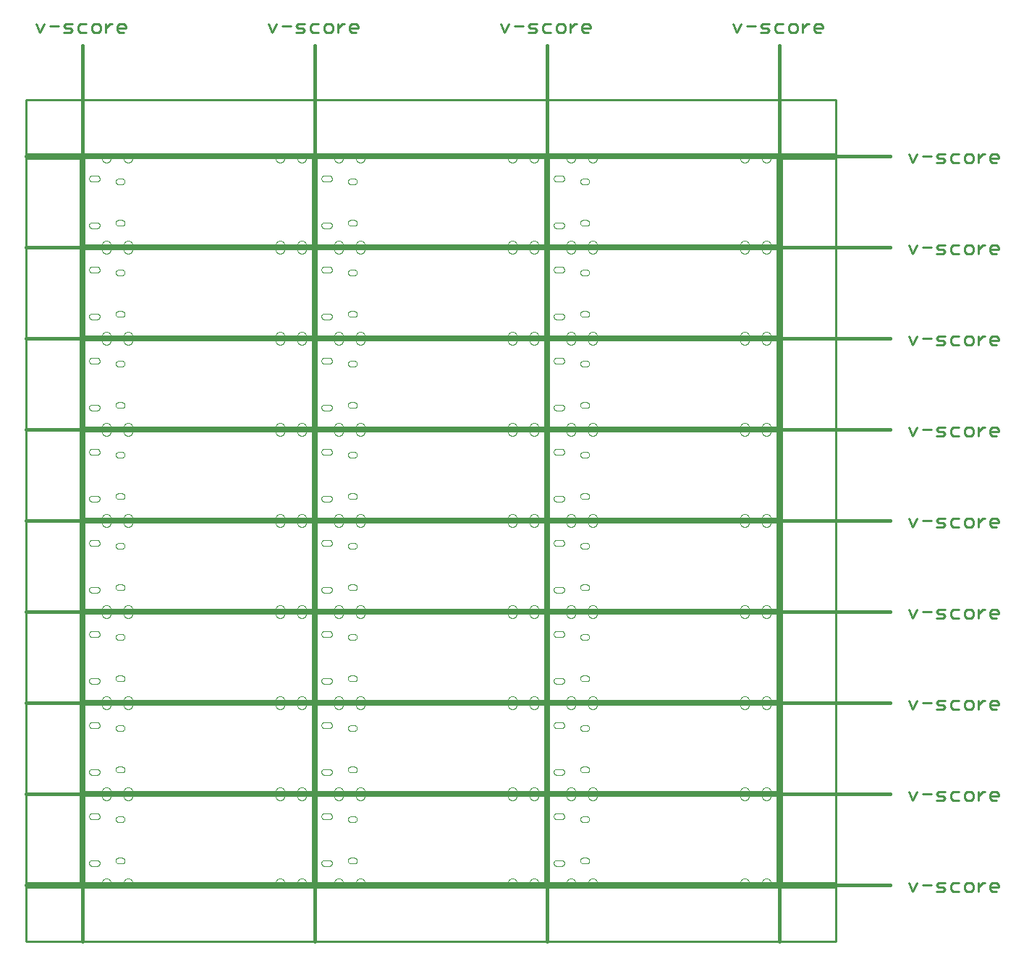
<source format=gko>
G75*
%MOIN*%
%OFA0B0*%
%FSLAX25Y25*%
%IPPOS*%
%LPD*%
%AMOC8*
5,1,8,0,0,1.08239X$1,22.5*
%
%ADD10C,0.00600*%
%ADD11C,0.00000*%
%ADD12C,0.01500*%
%ADD13C,0.01100*%
%ADD14C,0.01000*%
%ADD15C,0.00079*%
D10*
X0028750Y0028750D02*
X0133750Y0028750D01*
X0133750Y0068750D01*
X0028750Y0068750D01*
X0028750Y0028750D01*
X0028750Y0070750D02*
X0133750Y0070750D01*
X0133750Y0110750D01*
X0028750Y0110750D01*
X0028750Y0070750D01*
X0028750Y0112750D02*
X0133750Y0112750D01*
X0133750Y0152750D01*
X0028750Y0152750D01*
X0028750Y0112750D01*
X0028750Y0154750D02*
X0133750Y0154750D01*
X0133750Y0194750D01*
X0028750Y0194750D01*
X0028750Y0154750D01*
X0028750Y0196750D02*
X0133750Y0196750D01*
X0133750Y0236750D01*
X0028750Y0236750D01*
X0028750Y0196750D01*
X0028750Y0238750D02*
X0133750Y0238750D01*
X0133750Y0278750D01*
X0028750Y0278750D01*
X0028750Y0238750D01*
X0028750Y0280750D02*
X0133750Y0280750D01*
X0133750Y0320750D01*
X0028750Y0320750D01*
X0028750Y0280750D01*
X0028750Y0322750D02*
X0133750Y0322750D01*
X0133750Y0362750D01*
X0028750Y0362750D01*
X0028750Y0322750D01*
X0135750Y0322750D02*
X0240750Y0322750D01*
X0240750Y0362750D01*
X0135750Y0362750D01*
X0135750Y0322750D01*
X0135750Y0320750D02*
X0240750Y0320750D01*
X0240750Y0280750D01*
X0135750Y0280750D01*
X0135750Y0320750D01*
X0135750Y0278750D02*
X0240750Y0278750D01*
X0240750Y0238750D01*
X0135750Y0238750D01*
X0135750Y0278750D01*
X0135750Y0236750D02*
X0240750Y0236750D01*
X0240750Y0196750D01*
X0135750Y0196750D01*
X0135750Y0236750D01*
X0135750Y0194750D02*
X0240750Y0194750D01*
X0240750Y0154750D01*
X0135750Y0154750D01*
X0135750Y0194750D01*
X0135750Y0152750D02*
X0240750Y0152750D01*
X0240750Y0112750D01*
X0135750Y0112750D01*
X0135750Y0152750D01*
X0135750Y0110750D02*
X0240750Y0110750D01*
X0240750Y0070750D01*
X0135750Y0070750D01*
X0135750Y0110750D01*
X0135750Y0068750D02*
X0240750Y0068750D01*
X0240750Y0028750D01*
X0135750Y0028750D01*
X0135750Y0068750D01*
X0242750Y0068750D02*
X0242750Y0028750D01*
X0347750Y0028750D01*
X0347750Y0068750D01*
X0242750Y0068750D01*
X0242750Y0070750D02*
X0347750Y0070750D01*
X0347750Y0110750D01*
X0242750Y0110750D01*
X0242750Y0070750D01*
X0242750Y0112750D02*
X0347750Y0112750D01*
X0347750Y0152750D01*
X0242750Y0152750D01*
X0242750Y0112750D01*
X0242750Y0154750D02*
X0347750Y0154750D01*
X0347750Y0194750D01*
X0242750Y0194750D01*
X0242750Y0154750D01*
X0242750Y0196750D02*
X0347750Y0196750D01*
X0347750Y0236750D01*
X0242750Y0236750D01*
X0242750Y0196750D01*
X0242750Y0238750D02*
X0347750Y0238750D01*
X0347750Y0278750D01*
X0242750Y0278750D01*
X0242750Y0238750D01*
X0242750Y0280750D02*
X0347750Y0280750D01*
X0347750Y0320750D01*
X0242750Y0320750D01*
X0242750Y0280750D01*
X0242750Y0322750D02*
X0347750Y0322750D01*
X0347750Y0362750D01*
X0242750Y0362750D01*
X0242750Y0322750D01*
D11*
X0233750Y0322750D02*
X0233752Y0322839D01*
X0233758Y0322928D01*
X0233768Y0323017D01*
X0233782Y0323105D01*
X0233799Y0323192D01*
X0233821Y0323278D01*
X0233847Y0323364D01*
X0233876Y0323448D01*
X0233909Y0323531D01*
X0233945Y0323612D01*
X0233986Y0323692D01*
X0234029Y0323769D01*
X0234076Y0323845D01*
X0234127Y0323918D01*
X0234180Y0323989D01*
X0234237Y0324058D01*
X0234297Y0324124D01*
X0234360Y0324188D01*
X0234425Y0324248D01*
X0234493Y0324306D01*
X0234564Y0324360D01*
X0234637Y0324411D01*
X0234712Y0324459D01*
X0234789Y0324504D01*
X0234868Y0324545D01*
X0234949Y0324582D01*
X0235031Y0324616D01*
X0235115Y0324647D01*
X0235200Y0324673D01*
X0235286Y0324696D01*
X0235373Y0324714D01*
X0235461Y0324729D01*
X0235550Y0324740D01*
X0235639Y0324747D01*
X0235728Y0324750D01*
X0235817Y0324749D01*
X0235906Y0324744D01*
X0235994Y0324735D01*
X0236083Y0324722D01*
X0236170Y0324705D01*
X0236257Y0324685D01*
X0236343Y0324660D01*
X0236427Y0324632D01*
X0236510Y0324600D01*
X0236592Y0324564D01*
X0236672Y0324525D01*
X0236750Y0324482D01*
X0236826Y0324436D01*
X0236900Y0324386D01*
X0236972Y0324333D01*
X0237041Y0324277D01*
X0237108Y0324218D01*
X0237172Y0324156D01*
X0237233Y0324092D01*
X0237292Y0324024D01*
X0237347Y0323954D01*
X0237399Y0323882D01*
X0237448Y0323807D01*
X0237493Y0323731D01*
X0237535Y0323652D01*
X0237573Y0323572D01*
X0237608Y0323490D01*
X0237639Y0323406D01*
X0237667Y0323321D01*
X0237690Y0323235D01*
X0237710Y0323148D01*
X0237726Y0323061D01*
X0237738Y0322972D01*
X0237746Y0322884D01*
X0237750Y0322795D01*
X0237750Y0322705D01*
X0237746Y0322616D01*
X0237738Y0322528D01*
X0237726Y0322439D01*
X0237710Y0322352D01*
X0237690Y0322265D01*
X0237667Y0322179D01*
X0237639Y0322094D01*
X0237608Y0322010D01*
X0237573Y0321928D01*
X0237535Y0321848D01*
X0237493Y0321769D01*
X0237448Y0321693D01*
X0237399Y0321618D01*
X0237347Y0321546D01*
X0237292Y0321476D01*
X0237233Y0321408D01*
X0237172Y0321344D01*
X0237108Y0321282D01*
X0237041Y0321223D01*
X0236972Y0321167D01*
X0236900Y0321114D01*
X0236826Y0321064D01*
X0236750Y0321018D01*
X0236672Y0320975D01*
X0236592Y0320936D01*
X0236510Y0320900D01*
X0236427Y0320868D01*
X0236343Y0320840D01*
X0236257Y0320815D01*
X0236170Y0320795D01*
X0236083Y0320778D01*
X0235994Y0320765D01*
X0235906Y0320756D01*
X0235817Y0320751D01*
X0235728Y0320750D01*
X0235639Y0320753D01*
X0235550Y0320760D01*
X0235461Y0320771D01*
X0235373Y0320786D01*
X0235286Y0320804D01*
X0235200Y0320827D01*
X0235115Y0320853D01*
X0235031Y0320884D01*
X0234949Y0320918D01*
X0234868Y0320955D01*
X0234789Y0320996D01*
X0234712Y0321041D01*
X0234637Y0321089D01*
X0234564Y0321140D01*
X0234493Y0321194D01*
X0234425Y0321252D01*
X0234360Y0321312D01*
X0234297Y0321376D01*
X0234237Y0321442D01*
X0234180Y0321511D01*
X0234127Y0321582D01*
X0234076Y0321655D01*
X0234029Y0321731D01*
X0233986Y0321808D01*
X0233945Y0321888D01*
X0233909Y0321969D01*
X0233876Y0322052D01*
X0233847Y0322136D01*
X0233821Y0322222D01*
X0233799Y0322308D01*
X0233782Y0322395D01*
X0233768Y0322483D01*
X0233758Y0322572D01*
X0233752Y0322661D01*
X0233750Y0322750D01*
X0233750Y0320750D02*
X0233752Y0320839D01*
X0233758Y0320928D01*
X0233768Y0321017D01*
X0233782Y0321105D01*
X0233799Y0321192D01*
X0233821Y0321278D01*
X0233847Y0321364D01*
X0233876Y0321448D01*
X0233909Y0321531D01*
X0233945Y0321612D01*
X0233986Y0321692D01*
X0234029Y0321769D01*
X0234076Y0321845D01*
X0234127Y0321918D01*
X0234180Y0321989D01*
X0234237Y0322058D01*
X0234297Y0322124D01*
X0234360Y0322188D01*
X0234425Y0322248D01*
X0234493Y0322306D01*
X0234564Y0322360D01*
X0234637Y0322411D01*
X0234712Y0322459D01*
X0234789Y0322504D01*
X0234868Y0322545D01*
X0234949Y0322582D01*
X0235031Y0322616D01*
X0235115Y0322647D01*
X0235200Y0322673D01*
X0235286Y0322696D01*
X0235373Y0322714D01*
X0235461Y0322729D01*
X0235550Y0322740D01*
X0235639Y0322747D01*
X0235728Y0322750D01*
X0235817Y0322749D01*
X0235906Y0322744D01*
X0235994Y0322735D01*
X0236083Y0322722D01*
X0236170Y0322705D01*
X0236257Y0322685D01*
X0236343Y0322660D01*
X0236427Y0322632D01*
X0236510Y0322600D01*
X0236592Y0322564D01*
X0236672Y0322525D01*
X0236750Y0322482D01*
X0236826Y0322436D01*
X0236900Y0322386D01*
X0236972Y0322333D01*
X0237041Y0322277D01*
X0237108Y0322218D01*
X0237172Y0322156D01*
X0237233Y0322092D01*
X0237292Y0322024D01*
X0237347Y0321954D01*
X0237399Y0321882D01*
X0237448Y0321807D01*
X0237493Y0321731D01*
X0237535Y0321652D01*
X0237573Y0321572D01*
X0237608Y0321490D01*
X0237639Y0321406D01*
X0237667Y0321321D01*
X0237690Y0321235D01*
X0237710Y0321148D01*
X0237726Y0321061D01*
X0237738Y0320972D01*
X0237746Y0320884D01*
X0237750Y0320795D01*
X0237750Y0320705D01*
X0237746Y0320616D01*
X0237738Y0320528D01*
X0237726Y0320439D01*
X0237710Y0320352D01*
X0237690Y0320265D01*
X0237667Y0320179D01*
X0237639Y0320094D01*
X0237608Y0320010D01*
X0237573Y0319928D01*
X0237535Y0319848D01*
X0237493Y0319769D01*
X0237448Y0319693D01*
X0237399Y0319618D01*
X0237347Y0319546D01*
X0237292Y0319476D01*
X0237233Y0319408D01*
X0237172Y0319344D01*
X0237108Y0319282D01*
X0237041Y0319223D01*
X0236972Y0319167D01*
X0236900Y0319114D01*
X0236826Y0319064D01*
X0236750Y0319018D01*
X0236672Y0318975D01*
X0236592Y0318936D01*
X0236510Y0318900D01*
X0236427Y0318868D01*
X0236343Y0318840D01*
X0236257Y0318815D01*
X0236170Y0318795D01*
X0236083Y0318778D01*
X0235994Y0318765D01*
X0235906Y0318756D01*
X0235817Y0318751D01*
X0235728Y0318750D01*
X0235639Y0318753D01*
X0235550Y0318760D01*
X0235461Y0318771D01*
X0235373Y0318786D01*
X0235286Y0318804D01*
X0235200Y0318827D01*
X0235115Y0318853D01*
X0235031Y0318884D01*
X0234949Y0318918D01*
X0234868Y0318955D01*
X0234789Y0318996D01*
X0234712Y0319041D01*
X0234637Y0319089D01*
X0234564Y0319140D01*
X0234493Y0319194D01*
X0234425Y0319252D01*
X0234360Y0319312D01*
X0234297Y0319376D01*
X0234237Y0319442D01*
X0234180Y0319511D01*
X0234127Y0319582D01*
X0234076Y0319655D01*
X0234029Y0319731D01*
X0233986Y0319808D01*
X0233945Y0319888D01*
X0233909Y0319969D01*
X0233876Y0320052D01*
X0233847Y0320136D01*
X0233821Y0320222D01*
X0233799Y0320308D01*
X0233782Y0320395D01*
X0233768Y0320483D01*
X0233758Y0320572D01*
X0233752Y0320661D01*
X0233750Y0320750D01*
X0223750Y0320750D02*
X0223752Y0320839D01*
X0223758Y0320928D01*
X0223768Y0321017D01*
X0223782Y0321105D01*
X0223799Y0321192D01*
X0223821Y0321278D01*
X0223847Y0321364D01*
X0223876Y0321448D01*
X0223909Y0321531D01*
X0223945Y0321612D01*
X0223986Y0321692D01*
X0224029Y0321769D01*
X0224076Y0321845D01*
X0224127Y0321918D01*
X0224180Y0321989D01*
X0224237Y0322058D01*
X0224297Y0322124D01*
X0224360Y0322188D01*
X0224425Y0322248D01*
X0224493Y0322306D01*
X0224564Y0322360D01*
X0224637Y0322411D01*
X0224712Y0322459D01*
X0224789Y0322504D01*
X0224868Y0322545D01*
X0224949Y0322582D01*
X0225031Y0322616D01*
X0225115Y0322647D01*
X0225200Y0322673D01*
X0225286Y0322696D01*
X0225373Y0322714D01*
X0225461Y0322729D01*
X0225550Y0322740D01*
X0225639Y0322747D01*
X0225728Y0322750D01*
X0225817Y0322749D01*
X0225906Y0322744D01*
X0225994Y0322735D01*
X0226083Y0322722D01*
X0226170Y0322705D01*
X0226257Y0322685D01*
X0226343Y0322660D01*
X0226427Y0322632D01*
X0226510Y0322600D01*
X0226592Y0322564D01*
X0226672Y0322525D01*
X0226750Y0322482D01*
X0226826Y0322436D01*
X0226900Y0322386D01*
X0226972Y0322333D01*
X0227041Y0322277D01*
X0227108Y0322218D01*
X0227172Y0322156D01*
X0227233Y0322092D01*
X0227292Y0322024D01*
X0227347Y0321954D01*
X0227399Y0321882D01*
X0227448Y0321807D01*
X0227493Y0321731D01*
X0227535Y0321652D01*
X0227573Y0321572D01*
X0227608Y0321490D01*
X0227639Y0321406D01*
X0227667Y0321321D01*
X0227690Y0321235D01*
X0227710Y0321148D01*
X0227726Y0321061D01*
X0227738Y0320972D01*
X0227746Y0320884D01*
X0227750Y0320795D01*
X0227750Y0320705D01*
X0227746Y0320616D01*
X0227738Y0320528D01*
X0227726Y0320439D01*
X0227710Y0320352D01*
X0227690Y0320265D01*
X0227667Y0320179D01*
X0227639Y0320094D01*
X0227608Y0320010D01*
X0227573Y0319928D01*
X0227535Y0319848D01*
X0227493Y0319769D01*
X0227448Y0319693D01*
X0227399Y0319618D01*
X0227347Y0319546D01*
X0227292Y0319476D01*
X0227233Y0319408D01*
X0227172Y0319344D01*
X0227108Y0319282D01*
X0227041Y0319223D01*
X0226972Y0319167D01*
X0226900Y0319114D01*
X0226826Y0319064D01*
X0226750Y0319018D01*
X0226672Y0318975D01*
X0226592Y0318936D01*
X0226510Y0318900D01*
X0226427Y0318868D01*
X0226343Y0318840D01*
X0226257Y0318815D01*
X0226170Y0318795D01*
X0226083Y0318778D01*
X0225994Y0318765D01*
X0225906Y0318756D01*
X0225817Y0318751D01*
X0225728Y0318750D01*
X0225639Y0318753D01*
X0225550Y0318760D01*
X0225461Y0318771D01*
X0225373Y0318786D01*
X0225286Y0318804D01*
X0225200Y0318827D01*
X0225115Y0318853D01*
X0225031Y0318884D01*
X0224949Y0318918D01*
X0224868Y0318955D01*
X0224789Y0318996D01*
X0224712Y0319041D01*
X0224637Y0319089D01*
X0224564Y0319140D01*
X0224493Y0319194D01*
X0224425Y0319252D01*
X0224360Y0319312D01*
X0224297Y0319376D01*
X0224237Y0319442D01*
X0224180Y0319511D01*
X0224127Y0319582D01*
X0224076Y0319655D01*
X0224029Y0319731D01*
X0223986Y0319808D01*
X0223945Y0319888D01*
X0223909Y0319969D01*
X0223876Y0320052D01*
X0223847Y0320136D01*
X0223821Y0320222D01*
X0223799Y0320308D01*
X0223782Y0320395D01*
X0223768Y0320483D01*
X0223758Y0320572D01*
X0223752Y0320661D01*
X0223750Y0320750D01*
X0223750Y0322750D02*
X0223752Y0322839D01*
X0223758Y0322928D01*
X0223768Y0323017D01*
X0223782Y0323105D01*
X0223799Y0323192D01*
X0223821Y0323278D01*
X0223847Y0323364D01*
X0223876Y0323448D01*
X0223909Y0323531D01*
X0223945Y0323612D01*
X0223986Y0323692D01*
X0224029Y0323769D01*
X0224076Y0323845D01*
X0224127Y0323918D01*
X0224180Y0323989D01*
X0224237Y0324058D01*
X0224297Y0324124D01*
X0224360Y0324188D01*
X0224425Y0324248D01*
X0224493Y0324306D01*
X0224564Y0324360D01*
X0224637Y0324411D01*
X0224712Y0324459D01*
X0224789Y0324504D01*
X0224868Y0324545D01*
X0224949Y0324582D01*
X0225031Y0324616D01*
X0225115Y0324647D01*
X0225200Y0324673D01*
X0225286Y0324696D01*
X0225373Y0324714D01*
X0225461Y0324729D01*
X0225550Y0324740D01*
X0225639Y0324747D01*
X0225728Y0324750D01*
X0225817Y0324749D01*
X0225906Y0324744D01*
X0225994Y0324735D01*
X0226083Y0324722D01*
X0226170Y0324705D01*
X0226257Y0324685D01*
X0226343Y0324660D01*
X0226427Y0324632D01*
X0226510Y0324600D01*
X0226592Y0324564D01*
X0226672Y0324525D01*
X0226750Y0324482D01*
X0226826Y0324436D01*
X0226900Y0324386D01*
X0226972Y0324333D01*
X0227041Y0324277D01*
X0227108Y0324218D01*
X0227172Y0324156D01*
X0227233Y0324092D01*
X0227292Y0324024D01*
X0227347Y0323954D01*
X0227399Y0323882D01*
X0227448Y0323807D01*
X0227493Y0323731D01*
X0227535Y0323652D01*
X0227573Y0323572D01*
X0227608Y0323490D01*
X0227639Y0323406D01*
X0227667Y0323321D01*
X0227690Y0323235D01*
X0227710Y0323148D01*
X0227726Y0323061D01*
X0227738Y0322972D01*
X0227746Y0322884D01*
X0227750Y0322795D01*
X0227750Y0322705D01*
X0227746Y0322616D01*
X0227738Y0322528D01*
X0227726Y0322439D01*
X0227710Y0322352D01*
X0227690Y0322265D01*
X0227667Y0322179D01*
X0227639Y0322094D01*
X0227608Y0322010D01*
X0227573Y0321928D01*
X0227535Y0321848D01*
X0227493Y0321769D01*
X0227448Y0321693D01*
X0227399Y0321618D01*
X0227347Y0321546D01*
X0227292Y0321476D01*
X0227233Y0321408D01*
X0227172Y0321344D01*
X0227108Y0321282D01*
X0227041Y0321223D01*
X0226972Y0321167D01*
X0226900Y0321114D01*
X0226826Y0321064D01*
X0226750Y0321018D01*
X0226672Y0320975D01*
X0226592Y0320936D01*
X0226510Y0320900D01*
X0226427Y0320868D01*
X0226343Y0320840D01*
X0226257Y0320815D01*
X0226170Y0320795D01*
X0226083Y0320778D01*
X0225994Y0320765D01*
X0225906Y0320756D01*
X0225817Y0320751D01*
X0225728Y0320750D01*
X0225639Y0320753D01*
X0225550Y0320760D01*
X0225461Y0320771D01*
X0225373Y0320786D01*
X0225286Y0320804D01*
X0225200Y0320827D01*
X0225115Y0320853D01*
X0225031Y0320884D01*
X0224949Y0320918D01*
X0224868Y0320955D01*
X0224789Y0320996D01*
X0224712Y0321041D01*
X0224637Y0321089D01*
X0224564Y0321140D01*
X0224493Y0321194D01*
X0224425Y0321252D01*
X0224360Y0321312D01*
X0224297Y0321376D01*
X0224237Y0321442D01*
X0224180Y0321511D01*
X0224127Y0321582D01*
X0224076Y0321655D01*
X0224029Y0321731D01*
X0223986Y0321808D01*
X0223945Y0321888D01*
X0223909Y0321969D01*
X0223876Y0322052D01*
X0223847Y0322136D01*
X0223821Y0322222D01*
X0223799Y0322308D01*
X0223782Y0322395D01*
X0223768Y0322483D01*
X0223758Y0322572D01*
X0223752Y0322661D01*
X0223750Y0322750D01*
X0250750Y0322750D02*
X0250752Y0322839D01*
X0250758Y0322928D01*
X0250768Y0323017D01*
X0250782Y0323105D01*
X0250799Y0323192D01*
X0250821Y0323278D01*
X0250847Y0323364D01*
X0250876Y0323448D01*
X0250909Y0323531D01*
X0250945Y0323612D01*
X0250986Y0323692D01*
X0251029Y0323769D01*
X0251076Y0323845D01*
X0251127Y0323918D01*
X0251180Y0323989D01*
X0251237Y0324058D01*
X0251297Y0324124D01*
X0251360Y0324188D01*
X0251425Y0324248D01*
X0251493Y0324306D01*
X0251564Y0324360D01*
X0251637Y0324411D01*
X0251712Y0324459D01*
X0251789Y0324504D01*
X0251868Y0324545D01*
X0251949Y0324582D01*
X0252031Y0324616D01*
X0252115Y0324647D01*
X0252200Y0324673D01*
X0252286Y0324696D01*
X0252373Y0324714D01*
X0252461Y0324729D01*
X0252550Y0324740D01*
X0252639Y0324747D01*
X0252728Y0324750D01*
X0252817Y0324749D01*
X0252906Y0324744D01*
X0252994Y0324735D01*
X0253083Y0324722D01*
X0253170Y0324705D01*
X0253257Y0324685D01*
X0253343Y0324660D01*
X0253427Y0324632D01*
X0253510Y0324600D01*
X0253592Y0324564D01*
X0253672Y0324525D01*
X0253750Y0324482D01*
X0253826Y0324436D01*
X0253900Y0324386D01*
X0253972Y0324333D01*
X0254041Y0324277D01*
X0254108Y0324218D01*
X0254172Y0324156D01*
X0254233Y0324092D01*
X0254292Y0324024D01*
X0254347Y0323954D01*
X0254399Y0323882D01*
X0254448Y0323807D01*
X0254493Y0323731D01*
X0254535Y0323652D01*
X0254573Y0323572D01*
X0254608Y0323490D01*
X0254639Y0323406D01*
X0254667Y0323321D01*
X0254690Y0323235D01*
X0254710Y0323148D01*
X0254726Y0323061D01*
X0254738Y0322972D01*
X0254746Y0322884D01*
X0254750Y0322795D01*
X0254750Y0322705D01*
X0254746Y0322616D01*
X0254738Y0322528D01*
X0254726Y0322439D01*
X0254710Y0322352D01*
X0254690Y0322265D01*
X0254667Y0322179D01*
X0254639Y0322094D01*
X0254608Y0322010D01*
X0254573Y0321928D01*
X0254535Y0321848D01*
X0254493Y0321769D01*
X0254448Y0321693D01*
X0254399Y0321618D01*
X0254347Y0321546D01*
X0254292Y0321476D01*
X0254233Y0321408D01*
X0254172Y0321344D01*
X0254108Y0321282D01*
X0254041Y0321223D01*
X0253972Y0321167D01*
X0253900Y0321114D01*
X0253826Y0321064D01*
X0253750Y0321018D01*
X0253672Y0320975D01*
X0253592Y0320936D01*
X0253510Y0320900D01*
X0253427Y0320868D01*
X0253343Y0320840D01*
X0253257Y0320815D01*
X0253170Y0320795D01*
X0253083Y0320778D01*
X0252994Y0320765D01*
X0252906Y0320756D01*
X0252817Y0320751D01*
X0252728Y0320750D01*
X0252639Y0320753D01*
X0252550Y0320760D01*
X0252461Y0320771D01*
X0252373Y0320786D01*
X0252286Y0320804D01*
X0252200Y0320827D01*
X0252115Y0320853D01*
X0252031Y0320884D01*
X0251949Y0320918D01*
X0251868Y0320955D01*
X0251789Y0320996D01*
X0251712Y0321041D01*
X0251637Y0321089D01*
X0251564Y0321140D01*
X0251493Y0321194D01*
X0251425Y0321252D01*
X0251360Y0321312D01*
X0251297Y0321376D01*
X0251237Y0321442D01*
X0251180Y0321511D01*
X0251127Y0321582D01*
X0251076Y0321655D01*
X0251029Y0321731D01*
X0250986Y0321808D01*
X0250945Y0321888D01*
X0250909Y0321969D01*
X0250876Y0322052D01*
X0250847Y0322136D01*
X0250821Y0322222D01*
X0250799Y0322308D01*
X0250782Y0322395D01*
X0250768Y0322483D01*
X0250758Y0322572D01*
X0250752Y0322661D01*
X0250750Y0322750D01*
X0250750Y0320750D02*
X0250752Y0320839D01*
X0250758Y0320928D01*
X0250768Y0321017D01*
X0250782Y0321105D01*
X0250799Y0321192D01*
X0250821Y0321278D01*
X0250847Y0321364D01*
X0250876Y0321448D01*
X0250909Y0321531D01*
X0250945Y0321612D01*
X0250986Y0321692D01*
X0251029Y0321769D01*
X0251076Y0321845D01*
X0251127Y0321918D01*
X0251180Y0321989D01*
X0251237Y0322058D01*
X0251297Y0322124D01*
X0251360Y0322188D01*
X0251425Y0322248D01*
X0251493Y0322306D01*
X0251564Y0322360D01*
X0251637Y0322411D01*
X0251712Y0322459D01*
X0251789Y0322504D01*
X0251868Y0322545D01*
X0251949Y0322582D01*
X0252031Y0322616D01*
X0252115Y0322647D01*
X0252200Y0322673D01*
X0252286Y0322696D01*
X0252373Y0322714D01*
X0252461Y0322729D01*
X0252550Y0322740D01*
X0252639Y0322747D01*
X0252728Y0322750D01*
X0252817Y0322749D01*
X0252906Y0322744D01*
X0252994Y0322735D01*
X0253083Y0322722D01*
X0253170Y0322705D01*
X0253257Y0322685D01*
X0253343Y0322660D01*
X0253427Y0322632D01*
X0253510Y0322600D01*
X0253592Y0322564D01*
X0253672Y0322525D01*
X0253750Y0322482D01*
X0253826Y0322436D01*
X0253900Y0322386D01*
X0253972Y0322333D01*
X0254041Y0322277D01*
X0254108Y0322218D01*
X0254172Y0322156D01*
X0254233Y0322092D01*
X0254292Y0322024D01*
X0254347Y0321954D01*
X0254399Y0321882D01*
X0254448Y0321807D01*
X0254493Y0321731D01*
X0254535Y0321652D01*
X0254573Y0321572D01*
X0254608Y0321490D01*
X0254639Y0321406D01*
X0254667Y0321321D01*
X0254690Y0321235D01*
X0254710Y0321148D01*
X0254726Y0321061D01*
X0254738Y0320972D01*
X0254746Y0320884D01*
X0254750Y0320795D01*
X0254750Y0320705D01*
X0254746Y0320616D01*
X0254738Y0320528D01*
X0254726Y0320439D01*
X0254710Y0320352D01*
X0254690Y0320265D01*
X0254667Y0320179D01*
X0254639Y0320094D01*
X0254608Y0320010D01*
X0254573Y0319928D01*
X0254535Y0319848D01*
X0254493Y0319769D01*
X0254448Y0319693D01*
X0254399Y0319618D01*
X0254347Y0319546D01*
X0254292Y0319476D01*
X0254233Y0319408D01*
X0254172Y0319344D01*
X0254108Y0319282D01*
X0254041Y0319223D01*
X0253972Y0319167D01*
X0253900Y0319114D01*
X0253826Y0319064D01*
X0253750Y0319018D01*
X0253672Y0318975D01*
X0253592Y0318936D01*
X0253510Y0318900D01*
X0253427Y0318868D01*
X0253343Y0318840D01*
X0253257Y0318815D01*
X0253170Y0318795D01*
X0253083Y0318778D01*
X0252994Y0318765D01*
X0252906Y0318756D01*
X0252817Y0318751D01*
X0252728Y0318750D01*
X0252639Y0318753D01*
X0252550Y0318760D01*
X0252461Y0318771D01*
X0252373Y0318786D01*
X0252286Y0318804D01*
X0252200Y0318827D01*
X0252115Y0318853D01*
X0252031Y0318884D01*
X0251949Y0318918D01*
X0251868Y0318955D01*
X0251789Y0318996D01*
X0251712Y0319041D01*
X0251637Y0319089D01*
X0251564Y0319140D01*
X0251493Y0319194D01*
X0251425Y0319252D01*
X0251360Y0319312D01*
X0251297Y0319376D01*
X0251237Y0319442D01*
X0251180Y0319511D01*
X0251127Y0319582D01*
X0251076Y0319655D01*
X0251029Y0319731D01*
X0250986Y0319808D01*
X0250945Y0319888D01*
X0250909Y0319969D01*
X0250876Y0320052D01*
X0250847Y0320136D01*
X0250821Y0320222D01*
X0250799Y0320308D01*
X0250782Y0320395D01*
X0250768Y0320483D01*
X0250758Y0320572D01*
X0250752Y0320661D01*
X0250750Y0320750D01*
X0260750Y0320750D02*
X0260752Y0320839D01*
X0260758Y0320928D01*
X0260768Y0321017D01*
X0260782Y0321105D01*
X0260799Y0321192D01*
X0260821Y0321278D01*
X0260847Y0321364D01*
X0260876Y0321448D01*
X0260909Y0321531D01*
X0260945Y0321612D01*
X0260986Y0321692D01*
X0261029Y0321769D01*
X0261076Y0321845D01*
X0261127Y0321918D01*
X0261180Y0321989D01*
X0261237Y0322058D01*
X0261297Y0322124D01*
X0261360Y0322188D01*
X0261425Y0322248D01*
X0261493Y0322306D01*
X0261564Y0322360D01*
X0261637Y0322411D01*
X0261712Y0322459D01*
X0261789Y0322504D01*
X0261868Y0322545D01*
X0261949Y0322582D01*
X0262031Y0322616D01*
X0262115Y0322647D01*
X0262200Y0322673D01*
X0262286Y0322696D01*
X0262373Y0322714D01*
X0262461Y0322729D01*
X0262550Y0322740D01*
X0262639Y0322747D01*
X0262728Y0322750D01*
X0262817Y0322749D01*
X0262906Y0322744D01*
X0262994Y0322735D01*
X0263083Y0322722D01*
X0263170Y0322705D01*
X0263257Y0322685D01*
X0263343Y0322660D01*
X0263427Y0322632D01*
X0263510Y0322600D01*
X0263592Y0322564D01*
X0263672Y0322525D01*
X0263750Y0322482D01*
X0263826Y0322436D01*
X0263900Y0322386D01*
X0263972Y0322333D01*
X0264041Y0322277D01*
X0264108Y0322218D01*
X0264172Y0322156D01*
X0264233Y0322092D01*
X0264292Y0322024D01*
X0264347Y0321954D01*
X0264399Y0321882D01*
X0264448Y0321807D01*
X0264493Y0321731D01*
X0264535Y0321652D01*
X0264573Y0321572D01*
X0264608Y0321490D01*
X0264639Y0321406D01*
X0264667Y0321321D01*
X0264690Y0321235D01*
X0264710Y0321148D01*
X0264726Y0321061D01*
X0264738Y0320972D01*
X0264746Y0320884D01*
X0264750Y0320795D01*
X0264750Y0320705D01*
X0264746Y0320616D01*
X0264738Y0320528D01*
X0264726Y0320439D01*
X0264710Y0320352D01*
X0264690Y0320265D01*
X0264667Y0320179D01*
X0264639Y0320094D01*
X0264608Y0320010D01*
X0264573Y0319928D01*
X0264535Y0319848D01*
X0264493Y0319769D01*
X0264448Y0319693D01*
X0264399Y0319618D01*
X0264347Y0319546D01*
X0264292Y0319476D01*
X0264233Y0319408D01*
X0264172Y0319344D01*
X0264108Y0319282D01*
X0264041Y0319223D01*
X0263972Y0319167D01*
X0263900Y0319114D01*
X0263826Y0319064D01*
X0263750Y0319018D01*
X0263672Y0318975D01*
X0263592Y0318936D01*
X0263510Y0318900D01*
X0263427Y0318868D01*
X0263343Y0318840D01*
X0263257Y0318815D01*
X0263170Y0318795D01*
X0263083Y0318778D01*
X0262994Y0318765D01*
X0262906Y0318756D01*
X0262817Y0318751D01*
X0262728Y0318750D01*
X0262639Y0318753D01*
X0262550Y0318760D01*
X0262461Y0318771D01*
X0262373Y0318786D01*
X0262286Y0318804D01*
X0262200Y0318827D01*
X0262115Y0318853D01*
X0262031Y0318884D01*
X0261949Y0318918D01*
X0261868Y0318955D01*
X0261789Y0318996D01*
X0261712Y0319041D01*
X0261637Y0319089D01*
X0261564Y0319140D01*
X0261493Y0319194D01*
X0261425Y0319252D01*
X0261360Y0319312D01*
X0261297Y0319376D01*
X0261237Y0319442D01*
X0261180Y0319511D01*
X0261127Y0319582D01*
X0261076Y0319655D01*
X0261029Y0319731D01*
X0260986Y0319808D01*
X0260945Y0319888D01*
X0260909Y0319969D01*
X0260876Y0320052D01*
X0260847Y0320136D01*
X0260821Y0320222D01*
X0260799Y0320308D01*
X0260782Y0320395D01*
X0260768Y0320483D01*
X0260758Y0320572D01*
X0260752Y0320661D01*
X0260750Y0320750D01*
X0260750Y0322750D02*
X0260752Y0322839D01*
X0260758Y0322928D01*
X0260768Y0323017D01*
X0260782Y0323105D01*
X0260799Y0323192D01*
X0260821Y0323278D01*
X0260847Y0323364D01*
X0260876Y0323448D01*
X0260909Y0323531D01*
X0260945Y0323612D01*
X0260986Y0323692D01*
X0261029Y0323769D01*
X0261076Y0323845D01*
X0261127Y0323918D01*
X0261180Y0323989D01*
X0261237Y0324058D01*
X0261297Y0324124D01*
X0261360Y0324188D01*
X0261425Y0324248D01*
X0261493Y0324306D01*
X0261564Y0324360D01*
X0261637Y0324411D01*
X0261712Y0324459D01*
X0261789Y0324504D01*
X0261868Y0324545D01*
X0261949Y0324582D01*
X0262031Y0324616D01*
X0262115Y0324647D01*
X0262200Y0324673D01*
X0262286Y0324696D01*
X0262373Y0324714D01*
X0262461Y0324729D01*
X0262550Y0324740D01*
X0262639Y0324747D01*
X0262728Y0324750D01*
X0262817Y0324749D01*
X0262906Y0324744D01*
X0262994Y0324735D01*
X0263083Y0324722D01*
X0263170Y0324705D01*
X0263257Y0324685D01*
X0263343Y0324660D01*
X0263427Y0324632D01*
X0263510Y0324600D01*
X0263592Y0324564D01*
X0263672Y0324525D01*
X0263750Y0324482D01*
X0263826Y0324436D01*
X0263900Y0324386D01*
X0263972Y0324333D01*
X0264041Y0324277D01*
X0264108Y0324218D01*
X0264172Y0324156D01*
X0264233Y0324092D01*
X0264292Y0324024D01*
X0264347Y0323954D01*
X0264399Y0323882D01*
X0264448Y0323807D01*
X0264493Y0323731D01*
X0264535Y0323652D01*
X0264573Y0323572D01*
X0264608Y0323490D01*
X0264639Y0323406D01*
X0264667Y0323321D01*
X0264690Y0323235D01*
X0264710Y0323148D01*
X0264726Y0323061D01*
X0264738Y0322972D01*
X0264746Y0322884D01*
X0264750Y0322795D01*
X0264750Y0322705D01*
X0264746Y0322616D01*
X0264738Y0322528D01*
X0264726Y0322439D01*
X0264710Y0322352D01*
X0264690Y0322265D01*
X0264667Y0322179D01*
X0264639Y0322094D01*
X0264608Y0322010D01*
X0264573Y0321928D01*
X0264535Y0321848D01*
X0264493Y0321769D01*
X0264448Y0321693D01*
X0264399Y0321618D01*
X0264347Y0321546D01*
X0264292Y0321476D01*
X0264233Y0321408D01*
X0264172Y0321344D01*
X0264108Y0321282D01*
X0264041Y0321223D01*
X0263972Y0321167D01*
X0263900Y0321114D01*
X0263826Y0321064D01*
X0263750Y0321018D01*
X0263672Y0320975D01*
X0263592Y0320936D01*
X0263510Y0320900D01*
X0263427Y0320868D01*
X0263343Y0320840D01*
X0263257Y0320815D01*
X0263170Y0320795D01*
X0263083Y0320778D01*
X0262994Y0320765D01*
X0262906Y0320756D01*
X0262817Y0320751D01*
X0262728Y0320750D01*
X0262639Y0320753D01*
X0262550Y0320760D01*
X0262461Y0320771D01*
X0262373Y0320786D01*
X0262286Y0320804D01*
X0262200Y0320827D01*
X0262115Y0320853D01*
X0262031Y0320884D01*
X0261949Y0320918D01*
X0261868Y0320955D01*
X0261789Y0320996D01*
X0261712Y0321041D01*
X0261637Y0321089D01*
X0261564Y0321140D01*
X0261493Y0321194D01*
X0261425Y0321252D01*
X0261360Y0321312D01*
X0261297Y0321376D01*
X0261237Y0321442D01*
X0261180Y0321511D01*
X0261127Y0321582D01*
X0261076Y0321655D01*
X0261029Y0321731D01*
X0260986Y0321808D01*
X0260945Y0321888D01*
X0260909Y0321969D01*
X0260876Y0322052D01*
X0260847Y0322136D01*
X0260821Y0322222D01*
X0260799Y0322308D01*
X0260782Y0322395D01*
X0260768Y0322483D01*
X0260758Y0322572D01*
X0260752Y0322661D01*
X0260750Y0322750D01*
X0260750Y0280750D02*
X0260752Y0280839D01*
X0260758Y0280928D01*
X0260768Y0281017D01*
X0260782Y0281105D01*
X0260799Y0281192D01*
X0260821Y0281278D01*
X0260847Y0281364D01*
X0260876Y0281448D01*
X0260909Y0281531D01*
X0260945Y0281612D01*
X0260986Y0281692D01*
X0261029Y0281769D01*
X0261076Y0281845D01*
X0261127Y0281918D01*
X0261180Y0281989D01*
X0261237Y0282058D01*
X0261297Y0282124D01*
X0261360Y0282188D01*
X0261425Y0282248D01*
X0261493Y0282306D01*
X0261564Y0282360D01*
X0261637Y0282411D01*
X0261712Y0282459D01*
X0261789Y0282504D01*
X0261868Y0282545D01*
X0261949Y0282582D01*
X0262031Y0282616D01*
X0262115Y0282647D01*
X0262200Y0282673D01*
X0262286Y0282696D01*
X0262373Y0282714D01*
X0262461Y0282729D01*
X0262550Y0282740D01*
X0262639Y0282747D01*
X0262728Y0282750D01*
X0262817Y0282749D01*
X0262906Y0282744D01*
X0262994Y0282735D01*
X0263083Y0282722D01*
X0263170Y0282705D01*
X0263257Y0282685D01*
X0263343Y0282660D01*
X0263427Y0282632D01*
X0263510Y0282600D01*
X0263592Y0282564D01*
X0263672Y0282525D01*
X0263750Y0282482D01*
X0263826Y0282436D01*
X0263900Y0282386D01*
X0263972Y0282333D01*
X0264041Y0282277D01*
X0264108Y0282218D01*
X0264172Y0282156D01*
X0264233Y0282092D01*
X0264292Y0282024D01*
X0264347Y0281954D01*
X0264399Y0281882D01*
X0264448Y0281807D01*
X0264493Y0281731D01*
X0264535Y0281652D01*
X0264573Y0281572D01*
X0264608Y0281490D01*
X0264639Y0281406D01*
X0264667Y0281321D01*
X0264690Y0281235D01*
X0264710Y0281148D01*
X0264726Y0281061D01*
X0264738Y0280972D01*
X0264746Y0280884D01*
X0264750Y0280795D01*
X0264750Y0280705D01*
X0264746Y0280616D01*
X0264738Y0280528D01*
X0264726Y0280439D01*
X0264710Y0280352D01*
X0264690Y0280265D01*
X0264667Y0280179D01*
X0264639Y0280094D01*
X0264608Y0280010D01*
X0264573Y0279928D01*
X0264535Y0279848D01*
X0264493Y0279769D01*
X0264448Y0279693D01*
X0264399Y0279618D01*
X0264347Y0279546D01*
X0264292Y0279476D01*
X0264233Y0279408D01*
X0264172Y0279344D01*
X0264108Y0279282D01*
X0264041Y0279223D01*
X0263972Y0279167D01*
X0263900Y0279114D01*
X0263826Y0279064D01*
X0263750Y0279018D01*
X0263672Y0278975D01*
X0263592Y0278936D01*
X0263510Y0278900D01*
X0263427Y0278868D01*
X0263343Y0278840D01*
X0263257Y0278815D01*
X0263170Y0278795D01*
X0263083Y0278778D01*
X0262994Y0278765D01*
X0262906Y0278756D01*
X0262817Y0278751D01*
X0262728Y0278750D01*
X0262639Y0278753D01*
X0262550Y0278760D01*
X0262461Y0278771D01*
X0262373Y0278786D01*
X0262286Y0278804D01*
X0262200Y0278827D01*
X0262115Y0278853D01*
X0262031Y0278884D01*
X0261949Y0278918D01*
X0261868Y0278955D01*
X0261789Y0278996D01*
X0261712Y0279041D01*
X0261637Y0279089D01*
X0261564Y0279140D01*
X0261493Y0279194D01*
X0261425Y0279252D01*
X0261360Y0279312D01*
X0261297Y0279376D01*
X0261237Y0279442D01*
X0261180Y0279511D01*
X0261127Y0279582D01*
X0261076Y0279655D01*
X0261029Y0279731D01*
X0260986Y0279808D01*
X0260945Y0279888D01*
X0260909Y0279969D01*
X0260876Y0280052D01*
X0260847Y0280136D01*
X0260821Y0280222D01*
X0260799Y0280308D01*
X0260782Y0280395D01*
X0260768Y0280483D01*
X0260758Y0280572D01*
X0260752Y0280661D01*
X0260750Y0280750D01*
X0260750Y0278750D02*
X0260752Y0278839D01*
X0260758Y0278928D01*
X0260768Y0279017D01*
X0260782Y0279105D01*
X0260799Y0279192D01*
X0260821Y0279278D01*
X0260847Y0279364D01*
X0260876Y0279448D01*
X0260909Y0279531D01*
X0260945Y0279612D01*
X0260986Y0279692D01*
X0261029Y0279769D01*
X0261076Y0279845D01*
X0261127Y0279918D01*
X0261180Y0279989D01*
X0261237Y0280058D01*
X0261297Y0280124D01*
X0261360Y0280188D01*
X0261425Y0280248D01*
X0261493Y0280306D01*
X0261564Y0280360D01*
X0261637Y0280411D01*
X0261712Y0280459D01*
X0261789Y0280504D01*
X0261868Y0280545D01*
X0261949Y0280582D01*
X0262031Y0280616D01*
X0262115Y0280647D01*
X0262200Y0280673D01*
X0262286Y0280696D01*
X0262373Y0280714D01*
X0262461Y0280729D01*
X0262550Y0280740D01*
X0262639Y0280747D01*
X0262728Y0280750D01*
X0262817Y0280749D01*
X0262906Y0280744D01*
X0262994Y0280735D01*
X0263083Y0280722D01*
X0263170Y0280705D01*
X0263257Y0280685D01*
X0263343Y0280660D01*
X0263427Y0280632D01*
X0263510Y0280600D01*
X0263592Y0280564D01*
X0263672Y0280525D01*
X0263750Y0280482D01*
X0263826Y0280436D01*
X0263900Y0280386D01*
X0263972Y0280333D01*
X0264041Y0280277D01*
X0264108Y0280218D01*
X0264172Y0280156D01*
X0264233Y0280092D01*
X0264292Y0280024D01*
X0264347Y0279954D01*
X0264399Y0279882D01*
X0264448Y0279807D01*
X0264493Y0279731D01*
X0264535Y0279652D01*
X0264573Y0279572D01*
X0264608Y0279490D01*
X0264639Y0279406D01*
X0264667Y0279321D01*
X0264690Y0279235D01*
X0264710Y0279148D01*
X0264726Y0279061D01*
X0264738Y0278972D01*
X0264746Y0278884D01*
X0264750Y0278795D01*
X0264750Y0278705D01*
X0264746Y0278616D01*
X0264738Y0278528D01*
X0264726Y0278439D01*
X0264710Y0278352D01*
X0264690Y0278265D01*
X0264667Y0278179D01*
X0264639Y0278094D01*
X0264608Y0278010D01*
X0264573Y0277928D01*
X0264535Y0277848D01*
X0264493Y0277769D01*
X0264448Y0277693D01*
X0264399Y0277618D01*
X0264347Y0277546D01*
X0264292Y0277476D01*
X0264233Y0277408D01*
X0264172Y0277344D01*
X0264108Y0277282D01*
X0264041Y0277223D01*
X0263972Y0277167D01*
X0263900Y0277114D01*
X0263826Y0277064D01*
X0263750Y0277018D01*
X0263672Y0276975D01*
X0263592Y0276936D01*
X0263510Y0276900D01*
X0263427Y0276868D01*
X0263343Y0276840D01*
X0263257Y0276815D01*
X0263170Y0276795D01*
X0263083Y0276778D01*
X0262994Y0276765D01*
X0262906Y0276756D01*
X0262817Y0276751D01*
X0262728Y0276750D01*
X0262639Y0276753D01*
X0262550Y0276760D01*
X0262461Y0276771D01*
X0262373Y0276786D01*
X0262286Y0276804D01*
X0262200Y0276827D01*
X0262115Y0276853D01*
X0262031Y0276884D01*
X0261949Y0276918D01*
X0261868Y0276955D01*
X0261789Y0276996D01*
X0261712Y0277041D01*
X0261637Y0277089D01*
X0261564Y0277140D01*
X0261493Y0277194D01*
X0261425Y0277252D01*
X0261360Y0277312D01*
X0261297Y0277376D01*
X0261237Y0277442D01*
X0261180Y0277511D01*
X0261127Y0277582D01*
X0261076Y0277655D01*
X0261029Y0277731D01*
X0260986Y0277808D01*
X0260945Y0277888D01*
X0260909Y0277969D01*
X0260876Y0278052D01*
X0260847Y0278136D01*
X0260821Y0278222D01*
X0260799Y0278308D01*
X0260782Y0278395D01*
X0260768Y0278483D01*
X0260758Y0278572D01*
X0260752Y0278661D01*
X0260750Y0278750D01*
X0250750Y0278750D02*
X0250752Y0278839D01*
X0250758Y0278928D01*
X0250768Y0279017D01*
X0250782Y0279105D01*
X0250799Y0279192D01*
X0250821Y0279278D01*
X0250847Y0279364D01*
X0250876Y0279448D01*
X0250909Y0279531D01*
X0250945Y0279612D01*
X0250986Y0279692D01*
X0251029Y0279769D01*
X0251076Y0279845D01*
X0251127Y0279918D01*
X0251180Y0279989D01*
X0251237Y0280058D01*
X0251297Y0280124D01*
X0251360Y0280188D01*
X0251425Y0280248D01*
X0251493Y0280306D01*
X0251564Y0280360D01*
X0251637Y0280411D01*
X0251712Y0280459D01*
X0251789Y0280504D01*
X0251868Y0280545D01*
X0251949Y0280582D01*
X0252031Y0280616D01*
X0252115Y0280647D01*
X0252200Y0280673D01*
X0252286Y0280696D01*
X0252373Y0280714D01*
X0252461Y0280729D01*
X0252550Y0280740D01*
X0252639Y0280747D01*
X0252728Y0280750D01*
X0252817Y0280749D01*
X0252906Y0280744D01*
X0252994Y0280735D01*
X0253083Y0280722D01*
X0253170Y0280705D01*
X0253257Y0280685D01*
X0253343Y0280660D01*
X0253427Y0280632D01*
X0253510Y0280600D01*
X0253592Y0280564D01*
X0253672Y0280525D01*
X0253750Y0280482D01*
X0253826Y0280436D01*
X0253900Y0280386D01*
X0253972Y0280333D01*
X0254041Y0280277D01*
X0254108Y0280218D01*
X0254172Y0280156D01*
X0254233Y0280092D01*
X0254292Y0280024D01*
X0254347Y0279954D01*
X0254399Y0279882D01*
X0254448Y0279807D01*
X0254493Y0279731D01*
X0254535Y0279652D01*
X0254573Y0279572D01*
X0254608Y0279490D01*
X0254639Y0279406D01*
X0254667Y0279321D01*
X0254690Y0279235D01*
X0254710Y0279148D01*
X0254726Y0279061D01*
X0254738Y0278972D01*
X0254746Y0278884D01*
X0254750Y0278795D01*
X0254750Y0278705D01*
X0254746Y0278616D01*
X0254738Y0278528D01*
X0254726Y0278439D01*
X0254710Y0278352D01*
X0254690Y0278265D01*
X0254667Y0278179D01*
X0254639Y0278094D01*
X0254608Y0278010D01*
X0254573Y0277928D01*
X0254535Y0277848D01*
X0254493Y0277769D01*
X0254448Y0277693D01*
X0254399Y0277618D01*
X0254347Y0277546D01*
X0254292Y0277476D01*
X0254233Y0277408D01*
X0254172Y0277344D01*
X0254108Y0277282D01*
X0254041Y0277223D01*
X0253972Y0277167D01*
X0253900Y0277114D01*
X0253826Y0277064D01*
X0253750Y0277018D01*
X0253672Y0276975D01*
X0253592Y0276936D01*
X0253510Y0276900D01*
X0253427Y0276868D01*
X0253343Y0276840D01*
X0253257Y0276815D01*
X0253170Y0276795D01*
X0253083Y0276778D01*
X0252994Y0276765D01*
X0252906Y0276756D01*
X0252817Y0276751D01*
X0252728Y0276750D01*
X0252639Y0276753D01*
X0252550Y0276760D01*
X0252461Y0276771D01*
X0252373Y0276786D01*
X0252286Y0276804D01*
X0252200Y0276827D01*
X0252115Y0276853D01*
X0252031Y0276884D01*
X0251949Y0276918D01*
X0251868Y0276955D01*
X0251789Y0276996D01*
X0251712Y0277041D01*
X0251637Y0277089D01*
X0251564Y0277140D01*
X0251493Y0277194D01*
X0251425Y0277252D01*
X0251360Y0277312D01*
X0251297Y0277376D01*
X0251237Y0277442D01*
X0251180Y0277511D01*
X0251127Y0277582D01*
X0251076Y0277655D01*
X0251029Y0277731D01*
X0250986Y0277808D01*
X0250945Y0277888D01*
X0250909Y0277969D01*
X0250876Y0278052D01*
X0250847Y0278136D01*
X0250821Y0278222D01*
X0250799Y0278308D01*
X0250782Y0278395D01*
X0250768Y0278483D01*
X0250758Y0278572D01*
X0250752Y0278661D01*
X0250750Y0278750D01*
X0250750Y0280750D02*
X0250752Y0280839D01*
X0250758Y0280928D01*
X0250768Y0281017D01*
X0250782Y0281105D01*
X0250799Y0281192D01*
X0250821Y0281278D01*
X0250847Y0281364D01*
X0250876Y0281448D01*
X0250909Y0281531D01*
X0250945Y0281612D01*
X0250986Y0281692D01*
X0251029Y0281769D01*
X0251076Y0281845D01*
X0251127Y0281918D01*
X0251180Y0281989D01*
X0251237Y0282058D01*
X0251297Y0282124D01*
X0251360Y0282188D01*
X0251425Y0282248D01*
X0251493Y0282306D01*
X0251564Y0282360D01*
X0251637Y0282411D01*
X0251712Y0282459D01*
X0251789Y0282504D01*
X0251868Y0282545D01*
X0251949Y0282582D01*
X0252031Y0282616D01*
X0252115Y0282647D01*
X0252200Y0282673D01*
X0252286Y0282696D01*
X0252373Y0282714D01*
X0252461Y0282729D01*
X0252550Y0282740D01*
X0252639Y0282747D01*
X0252728Y0282750D01*
X0252817Y0282749D01*
X0252906Y0282744D01*
X0252994Y0282735D01*
X0253083Y0282722D01*
X0253170Y0282705D01*
X0253257Y0282685D01*
X0253343Y0282660D01*
X0253427Y0282632D01*
X0253510Y0282600D01*
X0253592Y0282564D01*
X0253672Y0282525D01*
X0253750Y0282482D01*
X0253826Y0282436D01*
X0253900Y0282386D01*
X0253972Y0282333D01*
X0254041Y0282277D01*
X0254108Y0282218D01*
X0254172Y0282156D01*
X0254233Y0282092D01*
X0254292Y0282024D01*
X0254347Y0281954D01*
X0254399Y0281882D01*
X0254448Y0281807D01*
X0254493Y0281731D01*
X0254535Y0281652D01*
X0254573Y0281572D01*
X0254608Y0281490D01*
X0254639Y0281406D01*
X0254667Y0281321D01*
X0254690Y0281235D01*
X0254710Y0281148D01*
X0254726Y0281061D01*
X0254738Y0280972D01*
X0254746Y0280884D01*
X0254750Y0280795D01*
X0254750Y0280705D01*
X0254746Y0280616D01*
X0254738Y0280528D01*
X0254726Y0280439D01*
X0254710Y0280352D01*
X0254690Y0280265D01*
X0254667Y0280179D01*
X0254639Y0280094D01*
X0254608Y0280010D01*
X0254573Y0279928D01*
X0254535Y0279848D01*
X0254493Y0279769D01*
X0254448Y0279693D01*
X0254399Y0279618D01*
X0254347Y0279546D01*
X0254292Y0279476D01*
X0254233Y0279408D01*
X0254172Y0279344D01*
X0254108Y0279282D01*
X0254041Y0279223D01*
X0253972Y0279167D01*
X0253900Y0279114D01*
X0253826Y0279064D01*
X0253750Y0279018D01*
X0253672Y0278975D01*
X0253592Y0278936D01*
X0253510Y0278900D01*
X0253427Y0278868D01*
X0253343Y0278840D01*
X0253257Y0278815D01*
X0253170Y0278795D01*
X0253083Y0278778D01*
X0252994Y0278765D01*
X0252906Y0278756D01*
X0252817Y0278751D01*
X0252728Y0278750D01*
X0252639Y0278753D01*
X0252550Y0278760D01*
X0252461Y0278771D01*
X0252373Y0278786D01*
X0252286Y0278804D01*
X0252200Y0278827D01*
X0252115Y0278853D01*
X0252031Y0278884D01*
X0251949Y0278918D01*
X0251868Y0278955D01*
X0251789Y0278996D01*
X0251712Y0279041D01*
X0251637Y0279089D01*
X0251564Y0279140D01*
X0251493Y0279194D01*
X0251425Y0279252D01*
X0251360Y0279312D01*
X0251297Y0279376D01*
X0251237Y0279442D01*
X0251180Y0279511D01*
X0251127Y0279582D01*
X0251076Y0279655D01*
X0251029Y0279731D01*
X0250986Y0279808D01*
X0250945Y0279888D01*
X0250909Y0279969D01*
X0250876Y0280052D01*
X0250847Y0280136D01*
X0250821Y0280222D01*
X0250799Y0280308D01*
X0250782Y0280395D01*
X0250768Y0280483D01*
X0250758Y0280572D01*
X0250752Y0280661D01*
X0250750Y0280750D01*
X0233750Y0280750D02*
X0233752Y0280839D01*
X0233758Y0280928D01*
X0233768Y0281017D01*
X0233782Y0281105D01*
X0233799Y0281192D01*
X0233821Y0281278D01*
X0233847Y0281364D01*
X0233876Y0281448D01*
X0233909Y0281531D01*
X0233945Y0281612D01*
X0233986Y0281692D01*
X0234029Y0281769D01*
X0234076Y0281845D01*
X0234127Y0281918D01*
X0234180Y0281989D01*
X0234237Y0282058D01*
X0234297Y0282124D01*
X0234360Y0282188D01*
X0234425Y0282248D01*
X0234493Y0282306D01*
X0234564Y0282360D01*
X0234637Y0282411D01*
X0234712Y0282459D01*
X0234789Y0282504D01*
X0234868Y0282545D01*
X0234949Y0282582D01*
X0235031Y0282616D01*
X0235115Y0282647D01*
X0235200Y0282673D01*
X0235286Y0282696D01*
X0235373Y0282714D01*
X0235461Y0282729D01*
X0235550Y0282740D01*
X0235639Y0282747D01*
X0235728Y0282750D01*
X0235817Y0282749D01*
X0235906Y0282744D01*
X0235994Y0282735D01*
X0236083Y0282722D01*
X0236170Y0282705D01*
X0236257Y0282685D01*
X0236343Y0282660D01*
X0236427Y0282632D01*
X0236510Y0282600D01*
X0236592Y0282564D01*
X0236672Y0282525D01*
X0236750Y0282482D01*
X0236826Y0282436D01*
X0236900Y0282386D01*
X0236972Y0282333D01*
X0237041Y0282277D01*
X0237108Y0282218D01*
X0237172Y0282156D01*
X0237233Y0282092D01*
X0237292Y0282024D01*
X0237347Y0281954D01*
X0237399Y0281882D01*
X0237448Y0281807D01*
X0237493Y0281731D01*
X0237535Y0281652D01*
X0237573Y0281572D01*
X0237608Y0281490D01*
X0237639Y0281406D01*
X0237667Y0281321D01*
X0237690Y0281235D01*
X0237710Y0281148D01*
X0237726Y0281061D01*
X0237738Y0280972D01*
X0237746Y0280884D01*
X0237750Y0280795D01*
X0237750Y0280705D01*
X0237746Y0280616D01*
X0237738Y0280528D01*
X0237726Y0280439D01*
X0237710Y0280352D01*
X0237690Y0280265D01*
X0237667Y0280179D01*
X0237639Y0280094D01*
X0237608Y0280010D01*
X0237573Y0279928D01*
X0237535Y0279848D01*
X0237493Y0279769D01*
X0237448Y0279693D01*
X0237399Y0279618D01*
X0237347Y0279546D01*
X0237292Y0279476D01*
X0237233Y0279408D01*
X0237172Y0279344D01*
X0237108Y0279282D01*
X0237041Y0279223D01*
X0236972Y0279167D01*
X0236900Y0279114D01*
X0236826Y0279064D01*
X0236750Y0279018D01*
X0236672Y0278975D01*
X0236592Y0278936D01*
X0236510Y0278900D01*
X0236427Y0278868D01*
X0236343Y0278840D01*
X0236257Y0278815D01*
X0236170Y0278795D01*
X0236083Y0278778D01*
X0235994Y0278765D01*
X0235906Y0278756D01*
X0235817Y0278751D01*
X0235728Y0278750D01*
X0235639Y0278753D01*
X0235550Y0278760D01*
X0235461Y0278771D01*
X0235373Y0278786D01*
X0235286Y0278804D01*
X0235200Y0278827D01*
X0235115Y0278853D01*
X0235031Y0278884D01*
X0234949Y0278918D01*
X0234868Y0278955D01*
X0234789Y0278996D01*
X0234712Y0279041D01*
X0234637Y0279089D01*
X0234564Y0279140D01*
X0234493Y0279194D01*
X0234425Y0279252D01*
X0234360Y0279312D01*
X0234297Y0279376D01*
X0234237Y0279442D01*
X0234180Y0279511D01*
X0234127Y0279582D01*
X0234076Y0279655D01*
X0234029Y0279731D01*
X0233986Y0279808D01*
X0233945Y0279888D01*
X0233909Y0279969D01*
X0233876Y0280052D01*
X0233847Y0280136D01*
X0233821Y0280222D01*
X0233799Y0280308D01*
X0233782Y0280395D01*
X0233768Y0280483D01*
X0233758Y0280572D01*
X0233752Y0280661D01*
X0233750Y0280750D01*
X0233750Y0278750D02*
X0233752Y0278839D01*
X0233758Y0278928D01*
X0233768Y0279017D01*
X0233782Y0279105D01*
X0233799Y0279192D01*
X0233821Y0279278D01*
X0233847Y0279364D01*
X0233876Y0279448D01*
X0233909Y0279531D01*
X0233945Y0279612D01*
X0233986Y0279692D01*
X0234029Y0279769D01*
X0234076Y0279845D01*
X0234127Y0279918D01*
X0234180Y0279989D01*
X0234237Y0280058D01*
X0234297Y0280124D01*
X0234360Y0280188D01*
X0234425Y0280248D01*
X0234493Y0280306D01*
X0234564Y0280360D01*
X0234637Y0280411D01*
X0234712Y0280459D01*
X0234789Y0280504D01*
X0234868Y0280545D01*
X0234949Y0280582D01*
X0235031Y0280616D01*
X0235115Y0280647D01*
X0235200Y0280673D01*
X0235286Y0280696D01*
X0235373Y0280714D01*
X0235461Y0280729D01*
X0235550Y0280740D01*
X0235639Y0280747D01*
X0235728Y0280750D01*
X0235817Y0280749D01*
X0235906Y0280744D01*
X0235994Y0280735D01*
X0236083Y0280722D01*
X0236170Y0280705D01*
X0236257Y0280685D01*
X0236343Y0280660D01*
X0236427Y0280632D01*
X0236510Y0280600D01*
X0236592Y0280564D01*
X0236672Y0280525D01*
X0236750Y0280482D01*
X0236826Y0280436D01*
X0236900Y0280386D01*
X0236972Y0280333D01*
X0237041Y0280277D01*
X0237108Y0280218D01*
X0237172Y0280156D01*
X0237233Y0280092D01*
X0237292Y0280024D01*
X0237347Y0279954D01*
X0237399Y0279882D01*
X0237448Y0279807D01*
X0237493Y0279731D01*
X0237535Y0279652D01*
X0237573Y0279572D01*
X0237608Y0279490D01*
X0237639Y0279406D01*
X0237667Y0279321D01*
X0237690Y0279235D01*
X0237710Y0279148D01*
X0237726Y0279061D01*
X0237738Y0278972D01*
X0237746Y0278884D01*
X0237750Y0278795D01*
X0237750Y0278705D01*
X0237746Y0278616D01*
X0237738Y0278528D01*
X0237726Y0278439D01*
X0237710Y0278352D01*
X0237690Y0278265D01*
X0237667Y0278179D01*
X0237639Y0278094D01*
X0237608Y0278010D01*
X0237573Y0277928D01*
X0237535Y0277848D01*
X0237493Y0277769D01*
X0237448Y0277693D01*
X0237399Y0277618D01*
X0237347Y0277546D01*
X0237292Y0277476D01*
X0237233Y0277408D01*
X0237172Y0277344D01*
X0237108Y0277282D01*
X0237041Y0277223D01*
X0236972Y0277167D01*
X0236900Y0277114D01*
X0236826Y0277064D01*
X0236750Y0277018D01*
X0236672Y0276975D01*
X0236592Y0276936D01*
X0236510Y0276900D01*
X0236427Y0276868D01*
X0236343Y0276840D01*
X0236257Y0276815D01*
X0236170Y0276795D01*
X0236083Y0276778D01*
X0235994Y0276765D01*
X0235906Y0276756D01*
X0235817Y0276751D01*
X0235728Y0276750D01*
X0235639Y0276753D01*
X0235550Y0276760D01*
X0235461Y0276771D01*
X0235373Y0276786D01*
X0235286Y0276804D01*
X0235200Y0276827D01*
X0235115Y0276853D01*
X0235031Y0276884D01*
X0234949Y0276918D01*
X0234868Y0276955D01*
X0234789Y0276996D01*
X0234712Y0277041D01*
X0234637Y0277089D01*
X0234564Y0277140D01*
X0234493Y0277194D01*
X0234425Y0277252D01*
X0234360Y0277312D01*
X0234297Y0277376D01*
X0234237Y0277442D01*
X0234180Y0277511D01*
X0234127Y0277582D01*
X0234076Y0277655D01*
X0234029Y0277731D01*
X0233986Y0277808D01*
X0233945Y0277888D01*
X0233909Y0277969D01*
X0233876Y0278052D01*
X0233847Y0278136D01*
X0233821Y0278222D01*
X0233799Y0278308D01*
X0233782Y0278395D01*
X0233768Y0278483D01*
X0233758Y0278572D01*
X0233752Y0278661D01*
X0233750Y0278750D01*
X0223750Y0278750D02*
X0223752Y0278839D01*
X0223758Y0278928D01*
X0223768Y0279017D01*
X0223782Y0279105D01*
X0223799Y0279192D01*
X0223821Y0279278D01*
X0223847Y0279364D01*
X0223876Y0279448D01*
X0223909Y0279531D01*
X0223945Y0279612D01*
X0223986Y0279692D01*
X0224029Y0279769D01*
X0224076Y0279845D01*
X0224127Y0279918D01*
X0224180Y0279989D01*
X0224237Y0280058D01*
X0224297Y0280124D01*
X0224360Y0280188D01*
X0224425Y0280248D01*
X0224493Y0280306D01*
X0224564Y0280360D01*
X0224637Y0280411D01*
X0224712Y0280459D01*
X0224789Y0280504D01*
X0224868Y0280545D01*
X0224949Y0280582D01*
X0225031Y0280616D01*
X0225115Y0280647D01*
X0225200Y0280673D01*
X0225286Y0280696D01*
X0225373Y0280714D01*
X0225461Y0280729D01*
X0225550Y0280740D01*
X0225639Y0280747D01*
X0225728Y0280750D01*
X0225817Y0280749D01*
X0225906Y0280744D01*
X0225994Y0280735D01*
X0226083Y0280722D01*
X0226170Y0280705D01*
X0226257Y0280685D01*
X0226343Y0280660D01*
X0226427Y0280632D01*
X0226510Y0280600D01*
X0226592Y0280564D01*
X0226672Y0280525D01*
X0226750Y0280482D01*
X0226826Y0280436D01*
X0226900Y0280386D01*
X0226972Y0280333D01*
X0227041Y0280277D01*
X0227108Y0280218D01*
X0227172Y0280156D01*
X0227233Y0280092D01*
X0227292Y0280024D01*
X0227347Y0279954D01*
X0227399Y0279882D01*
X0227448Y0279807D01*
X0227493Y0279731D01*
X0227535Y0279652D01*
X0227573Y0279572D01*
X0227608Y0279490D01*
X0227639Y0279406D01*
X0227667Y0279321D01*
X0227690Y0279235D01*
X0227710Y0279148D01*
X0227726Y0279061D01*
X0227738Y0278972D01*
X0227746Y0278884D01*
X0227750Y0278795D01*
X0227750Y0278705D01*
X0227746Y0278616D01*
X0227738Y0278528D01*
X0227726Y0278439D01*
X0227710Y0278352D01*
X0227690Y0278265D01*
X0227667Y0278179D01*
X0227639Y0278094D01*
X0227608Y0278010D01*
X0227573Y0277928D01*
X0227535Y0277848D01*
X0227493Y0277769D01*
X0227448Y0277693D01*
X0227399Y0277618D01*
X0227347Y0277546D01*
X0227292Y0277476D01*
X0227233Y0277408D01*
X0227172Y0277344D01*
X0227108Y0277282D01*
X0227041Y0277223D01*
X0226972Y0277167D01*
X0226900Y0277114D01*
X0226826Y0277064D01*
X0226750Y0277018D01*
X0226672Y0276975D01*
X0226592Y0276936D01*
X0226510Y0276900D01*
X0226427Y0276868D01*
X0226343Y0276840D01*
X0226257Y0276815D01*
X0226170Y0276795D01*
X0226083Y0276778D01*
X0225994Y0276765D01*
X0225906Y0276756D01*
X0225817Y0276751D01*
X0225728Y0276750D01*
X0225639Y0276753D01*
X0225550Y0276760D01*
X0225461Y0276771D01*
X0225373Y0276786D01*
X0225286Y0276804D01*
X0225200Y0276827D01*
X0225115Y0276853D01*
X0225031Y0276884D01*
X0224949Y0276918D01*
X0224868Y0276955D01*
X0224789Y0276996D01*
X0224712Y0277041D01*
X0224637Y0277089D01*
X0224564Y0277140D01*
X0224493Y0277194D01*
X0224425Y0277252D01*
X0224360Y0277312D01*
X0224297Y0277376D01*
X0224237Y0277442D01*
X0224180Y0277511D01*
X0224127Y0277582D01*
X0224076Y0277655D01*
X0224029Y0277731D01*
X0223986Y0277808D01*
X0223945Y0277888D01*
X0223909Y0277969D01*
X0223876Y0278052D01*
X0223847Y0278136D01*
X0223821Y0278222D01*
X0223799Y0278308D01*
X0223782Y0278395D01*
X0223768Y0278483D01*
X0223758Y0278572D01*
X0223752Y0278661D01*
X0223750Y0278750D01*
X0223750Y0280750D02*
X0223752Y0280839D01*
X0223758Y0280928D01*
X0223768Y0281017D01*
X0223782Y0281105D01*
X0223799Y0281192D01*
X0223821Y0281278D01*
X0223847Y0281364D01*
X0223876Y0281448D01*
X0223909Y0281531D01*
X0223945Y0281612D01*
X0223986Y0281692D01*
X0224029Y0281769D01*
X0224076Y0281845D01*
X0224127Y0281918D01*
X0224180Y0281989D01*
X0224237Y0282058D01*
X0224297Y0282124D01*
X0224360Y0282188D01*
X0224425Y0282248D01*
X0224493Y0282306D01*
X0224564Y0282360D01*
X0224637Y0282411D01*
X0224712Y0282459D01*
X0224789Y0282504D01*
X0224868Y0282545D01*
X0224949Y0282582D01*
X0225031Y0282616D01*
X0225115Y0282647D01*
X0225200Y0282673D01*
X0225286Y0282696D01*
X0225373Y0282714D01*
X0225461Y0282729D01*
X0225550Y0282740D01*
X0225639Y0282747D01*
X0225728Y0282750D01*
X0225817Y0282749D01*
X0225906Y0282744D01*
X0225994Y0282735D01*
X0226083Y0282722D01*
X0226170Y0282705D01*
X0226257Y0282685D01*
X0226343Y0282660D01*
X0226427Y0282632D01*
X0226510Y0282600D01*
X0226592Y0282564D01*
X0226672Y0282525D01*
X0226750Y0282482D01*
X0226826Y0282436D01*
X0226900Y0282386D01*
X0226972Y0282333D01*
X0227041Y0282277D01*
X0227108Y0282218D01*
X0227172Y0282156D01*
X0227233Y0282092D01*
X0227292Y0282024D01*
X0227347Y0281954D01*
X0227399Y0281882D01*
X0227448Y0281807D01*
X0227493Y0281731D01*
X0227535Y0281652D01*
X0227573Y0281572D01*
X0227608Y0281490D01*
X0227639Y0281406D01*
X0227667Y0281321D01*
X0227690Y0281235D01*
X0227710Y0281148D01*
X0227726Y0281061D01*
X0227738Y0280972D01*
X0227746Y0280884D01*
X0227750Y0280795D01*
X0227750Y0280705D01*
X0227746Y0280616D01*
X0227738Y0280528D01*
X0227726Y0280439D01*
X0227710Y0280352D01*
X0227690Y0280265D01*
X0227667Y0280179D01*
X0227639Y0280094D01*
X0227608Y0280010D01*
X0227573Y0279928D01*
X0227535Y0279848D01*
X0227493Y0279769D01*
X0227448Y0279693D01*
X0227399Y0279618D01*
X0227347Y0279546D01*
X0227292Y0279476D01*
X0227233Y0279408D01*
X0227172Y0279344D01*
X0227108Y0279282D01*
X0227041Y0279223D01*
X0226972Y0279167D01*
X0226900Y0279114D01*
X0226826Y0279064D01*
X0226750Y0279018D01*
X0226672Y0278975D01*
X0226592Y0278936D01*
X0226510Y0278900D01*
X0226427Y0278868D01*
X0226343Y0278840D01*
X0226257Y0278815D01*
X0226170Y0278795D01*
X0226083Y0278778D01*
X0225994Y0278765D01*
X0225906Y0278756D01*
X0225817Y0278751D01*
X0225728Y0278750D01*
X0225639Y0278753D01*
X0225550Y0278760D01*
X0225461Y0278771D01*
X0225373Y0278786D01*
X0225286Y0278804D01*
X0225200Y0278827D01*
X0225115Y0278853D01*
X0225031Y0278884D01*
X0224949Y0278918D01*
X0224868Y0278955D01*
X0224789Y0278996D01*
X0224712Y0279041D01*
X0224637Y0279089D01*
X0224564Y0279140D01*
X0224493Y0279194D01*
X0224425Y0279252D01*
X0224360Y0279312D01*
X0224297Y0279376D01*
X0224237Y0279442D01*
X0224180Y0279511D01*
X0224127Y0279582D01*
X0224076Y0279655D01*
X0224029Y0279731D01*
X0223986Y0279808D01*
X0223945Y0279888D01*
X0223909Y0279969D01*
X0223876Y0280052D01*
X0223847Y0280136D01*
X0223821Y0280222D01*
X0223799Y0280308D01*
X0223782Y0280395D01*
X0223768Y0280483D01*
X0223758Y0280572D01*
X0223752Y0280661D01*
X0223750Y0280750D01*
X0223750Y0238750D02*
X0223752Y0238839D01*
X0223758Y0238928D01*
X0223768Y0239017D01*
X0223782Y0239105D01*
X0223799Y0239192D01*
X0223821Y0239278D01*
X0223847Y0239364D01*
X0223876Y0239448D01*
X0223909Y0239531D01*
X0223945Y0239612D01*
X0223986Y0239692D01*
X0224029Y0239769D01*
X0224076Y0239845D01*
X0224127Y0239918D01*
X0224180Y0239989D01*
X0224237Y0240058D01*
X0224297Y0240124D01*
X0224360Y0240188D01*
X0224425Y0240248D01*
X0224493Y0240306D01*
X0224564Y0240360D01*
X0224637Y0240411D01*
X0224712Y0240459D01*
X0224789Y0240504D01*
X0224868Y0240545D01*
X0224949Y0240582D01*
X0225031Y0240616D01*
X0225115Y0240647D01*
X0225200Y0240673D01*
X0225286Y0240696D01*
X0225373Y0240714D01*
X0225461Y0240729D01*
X0225550Y0240740D01*
X0225639Y0240747D01*
X0225728Y0240750D01*
X0225817Y0240749D01*
X0225906Y0240744D01*
X0225994Y0240735D01*
X0226083Y0240722D01*
X0226170Y0240705D01*
X0226257Y0240685D01*
X0226343Y0240660D01*
X0226427Y0240632D01*
X0226510Y0240600D01*
X0226592Y0240564D01*
X0226672Y0240525D01*
X0226750Y0240482D01*
X0226826Y0240436D01*
X0226900Y0240386D01*
X0226972Y0240333D01*
X0227041Y0240277D01*
X0227108Y0240218D01*
X0227172Y0240156D01*
X0227233Y0240092D01*
X0227292Y0240024D01*
X0227347Y0239954D01*
X0227399Y0239882D01*
X0227448Y0239807D01*
X0227493Y0239731D01*
X0227535Y0239652D01*
X0227573Y0239572D01*
X0227608Y0239490D01*
X0227639Y0239406D01*
X0227667Y0239321D01*
X0227690Y0239235D01*
X0227710Y0239148D01*
X0227726Y0239061D01*
X0227738Y0238972D01*
X0227746Y0238884D01*
X0227750Y0238795D01*
X0227750Y0238705D01*
X0227746Y0238616D01*
X0227738Y0238528D01*
X0227726Y0238439D01*
X0227710Y0238352D01*
X0227690Y0238265D01*
X0227667Y0238179D01*
X0227639Y0238094D01*
X0227608Y0238010D01*
X0227573Y0237928D01*
X0227535Y0237848D01*
X0227493Y0237769D01*
X0227448Y0237693D01*
X0227399Y0237618D01*
X0227347Y0237546D01*
X0227292Y0237476D01*
X0227233Y0237408D01*
X0227172Y0237344D01*
X0227108Y0237282D01*
X0227041Y0237223D01*
X0226972Y0237167D01*
X0226900Y0237114D01*
X0226826Y0237064D01*
X0226750Y0237018D01*
X0226672Y0236975D01*
X0226592Y0236936D01*
X0226510Y0236900D01*
X0226427Y0236868D01*
X0226343Y0236840D01*
X0226257Y0236815D01*
X0226170Y0236795D01*
X0226083Y0236778D01*
X0225994Y0236765D01*
X0225906Y0236756D01*
X0225817Y0236751D01*
X0225728Y0236750D01*
X0225639Y0236753D01*
X0225550Y0236760D01*
X0225461Y0236771D01*
X0225373Y0236786D01*
X0225286Y0236804D01*
X0225200Y0236827D01*
X0225115Y0236853D01*
X0225031Y0236884D01*
X0224949Y0236918D01*
X0224868Y0236955D01*
X0224789Y0236996D01*
X0224712Y0237041D01*
X0224637Y0237089D01*
X0224564Y0237140D01*
X0224493Y0237194D01*
X0224425Y0237252D01*
X0224360Y0237312D01*
X0224297Y0237376D01*
X0224237Y0237442D01*
X0224180Y0237511D01*
X0224127Y0237582D01*
X0224076Y0237655D01*
X0224029Y0237731D01*
X0223986Y0237808D01*
X0223945Y0237888D01*
X0223909Y0237969D01*
X0223876Y0238052D01*
X0223847Y0238136D01*
X0223821Y0238222D01*
X0223799Y0238308D01*
X0223782Y0238395D01*
X0223768Y0238483D01*
X0223758Y0238572D01*
X0223752Y0238661D01*
X0223750Y0238750D01*
X0223750Y0236750D02*
X0223752Y0236839D01*
X0223758Y0236928D01*
X0223768Y0237017D01*
X0223782Y0237105D01*
X0223799Y0237192D01*
X0223821Y0237278D01*
X0223847Y0237364D01*
X0223876Y0237448D01*
X0223909Y0237531D01*
X0223945Y0237612D01*
X0223986Y0237692D01*
X0224029Y0237769D01*
X0224076Y0237845D01*
X0224127Y0237918D01*
X0224180Y0237989D01*
X0224237Y0238058D01*
X0224297Y0238124D01*
X0224360Y0238188D01*
X0224425Y0238248D01*
X0224493Y0238306D01*
X0224564Y0238360D01*
X0224637Y0238411D01*
X0224712Y0238459D01*
X0224789Y0238504D01*
X0224868Y0238545D01*
X0224949Y0238582D01*
X0225031Y0238616D01*
X0225115Y0238647D01*
X0225200Y0238673D01*
X0225286Y0238696D01*
X0225373Y0238714D01*
X0225461Y0238729D01*
X0225550Y0238740D01*
X0225639Y0238747D01*
X0225728Y0238750D01*
X0225817Y0238749D01*
X0225906Y0238744D01*
X0225994Y0238735D01*
X0226083Y0238722D01*
X0226170Y0238705D01*
X0226257Y0238685D01*
X0226343Y0238660D01*
X0226427Y0238632D01*
X0226510Y0238600D01*
X0226592Y0238564D01*
X0226672Y0238525D01*
X0226750Y0238482D01*
X0226826Y0238436D01*
X0226900Y0238386D01*
X0226972Y0238333D01*
X0227041Y0238277D01*
X0227108Y0238218D01*
X0227172Y0238156D01*
X0227233Y0238092D01*
X0227292Y0238024D01*
X0227347Y0237954D01*
X0227399Y0237882D01*
X0227448Y0237807D01*
X0227493Y0237731D01*
X0227535Y0237652D01*
X0227573Y0237572D01*
X0227608Y0237490D01*
X0227639Y0237406D01*
X0227667Y0237321D01*
X0227690Y0237235D01*
X0227710Y0237148D01*
X0227726Y0237061D01*
X0227738Y0236972D01*
X0227746Y0236884D01*
X0227750Y0236795D01*
X0227750Y0236705D01*
X0227746Y0236616D01*
X0227738Y0236528D01*
X0227726Y0236439D01*
X0227710Y0236352D01*
X0227690Y0236265D01*
X0227667Y0236179D01*
X0227639Y0236094D01*
X0227608Y0236010D01*
X0227573Y0235928D01*
X0227535Y0235848D01*
X0227493Y0235769D01*
X0227448Y0235693D01*
X0227399Y0235618D01*
X0227347Y0235546D01*
X0227292Y0235476D01*
X0227233Y0235408D01*
X0227172Y0235344D01*
X0227108Y0235282D01*
X0227041Y0235223D01*
X0226972Y0235167D01*
X0226900Y0235114D01*
X0226826Y0235064D01*
X0226750Y0235018D01*
X0226672Y0234975D01*
X0226592Y0234936D01*
X0226510Y0234900D01*
X0226427Y0234868D01*
X0226343Y0234840D01*
X0226257Y0234815D01*
X0226170Y0234795D01*
X0226083Y0234778D01*
X0225994Y0234765D01*
X0225906Y0234756D01*
X0225817Y0234751D01*
X0225728Y0234750D01*
X0225639Y0234753D01*
X0225550Y0234760D01*
X0225461Y0234771D01*
X0225373Y0234786D01*
X0225286Y0234804D01*
X0225200Y0234827D01*
X0225115Y0234853D01*
X0225031Y0234884D01*
X0224949Y0234918D01*
X0224868Y0234955D01*
X0224789Y0234996D01*
X0224712Y0235041D01*
X0224637Y0235089D01*
X0224564Y0235140D01*
X0224493Y0235194D01*
X0224425Y0235252D01*
X0224360Y0235312D01*
X0224297Y0235376D01*
X0224237Y0235442D01*
X0224180Y0235511D01*
X0224127Y0235582D01*
X0224076Y0235655D01*
X0224029Y0235731D01*
X0223986Y0235808D01*
X0223945Y0235888D01*
X0223909Y0235969D01*
X0223876Y0236052D01*
X0223847Y0236136D01*
X0223821Y0236222D01*
X0223799Y0236308D01*
X0223782Y0236395D01*
X0223768Y0236483D01*
X0223758Y0236572D01*
X0223752Y0236661D01*
X0223750Y0236750D01*
X0233750Y0236750D02*
X0233752Y0236839D01*
X0233758Y0236928D01*
X0233768Y0237017D01*
X0233782Y0237105D01*
X0233799Y0237192D01*
X0233821Y0237278D01*
X0233847Y0237364D01*
X0233876Y0237448D01*
X0233909Y0237531D01*
X0233945Y0237612D01*
X0233986Y0237692D01*
X0234029Y0237769D01*
X0234076Y0237845D01*
X0234127Y0237918D01*
X0234180Y0237989D01*
X0234237Y0238058D01*
X0234297Y0238124D01*
X0234360Y0238188D01*
X0234425Y0238248D01*
X0234493Y0238306D01*
X0234564Y0238360D01*
X0234637Y0238411D01*
X0234712Y0238459D01*
X0234789Y0238504D01*
X0234868Y0238545D01*
X0234949Y0238582D01*
X0235031Y0238616D01*
X0235115Y0238647D01*
X0235200Y0238673D01*
X0235286Y0238696D01*
X0235373Y0238714D01*
X0235461Y0238729D01*
X0235550Y0238740D01*
X0235639Y0238747D01*
X0235728Y0238750D01*
X0235817Y0238749D01*
X0235906Y0238744D01*
X0235994Y0238735D01*
X0236083Y0238722D01*
X0236170Y0238705D01*
X0236257Y0238685D01*
X0236343Y0238660D01*
X0236427Y0238632D01*
X0236510Y0238600D01*
X0236592Y0238564D01*
X0236672Y0238525D01*
X0236750Y0238482D01*
X0236826Y0238436D01*
X0236900Y0238386D01*
X0236972Y0238333D01*
X0237041Y0238277D01*
X0237108Y0238218D01*
X0237172Y0238156D01*
X0237233Y0238092D01*
X0237292Y0238024D01*
X0237347Y0237954D01*
X0237399Y0237882D01*
X0237448Y0237807D01*
X0237493Y0237731D01*
X0237535Y0237652D01*
X0237573Y0237572D01*
X0237608Y0237490D01*
X0237639Y0237406D01*
X0237667Y0237321D01*
X0237690Y0237235D01*
X0237710Y0237148D01*
X0237726Y0237061D01*
X0237738Y0236972D01*
X0237746Y0236884D01*
X0237750Y0236795D01*
X0237750Y0236705D01*
X0237746Y0236616D01*
X0237738Y0236528D01*
X0237726Y0236439D01*
X0237710Y0236352D01*
X0237690Y0236265D01*
X0237667Y0236179D01*
X0237639Y0236094D01*
X0237608Y0236010D01*
X0237573Y0235928D01*
X0237535Y0235848D01*
X0237493Y0235769D01*
X0237448Y0235693D01*
X0237399Y0235618D01*
X0237347Y0235546D01*
X0237292Y0235476D01*
X0237233Y0235408D01*
X0237172Y0235344D01*
X0237108Y0235282D01*
X0237041Y0235223D01*
X0236972Y0235167D01*
X0236900Y0235114D01*
X0236826Y0235064D01*
X0236750Y0235018D01*
X0236672Y0234975D01*
X0236592Y0234936D01*
X0236510Y0234900D01*
X0236427Y0234868D01*
X0236343Y0234840D01*
X0236257Y0234815D01*
X0236170Y0234795D01*
X0236083Y0234778D01*
X0235994Y0234765D01*
X0235906Y0234756D01*
X0235817Y0234751D01*
X0235728Y0234750D01*
X0235639Y0234753D01*
X0235550Y0234760D01*
X0235461Y0234771D01*
X0235373Y0234786D01*
X0235286Y0234804D01*
X0235200Y0234827D01*
X0235115Y0234853D01*
X0235031Y0234884D01*
X0234949Y0234918D01*
X0234868Y0234955D01*
X0234789Y0234996D01*
X0234712Y0235041D01*
X0234637Y0235089D01*
X0234564Y0235140D01*
X0234493Y0235194D01*
X0234425Y0235252D01*
X0234360Y0235312D01*
X0234297Y0235376D01*
X0234237Y0235442D01*
X0234180Y0235511D01*
X0234127Y0235582D01*
X0234076Y0235655D01*
X0234029Y0235731D01*
X0233986Y0235808D01*
X0233945Y0235888D01*
X0233909Y0235969D01*
X0233876Y0236052D01*
X0233847Y0236136D01*
X0233821Y0236222D01*
X0233799Y0236308D01*
X0233782Y0236395D01*
X0233768Y0236483D01*
X0233758Y0236572D01*
X0233752Y0236661D01*
X0233750Y0236750D01*
X0233750Y0238750D02*
X0233752Y0238839D01*
X0233758Y0238928D01*
X0233768Y0239017D01*
X0233782Y0239105D01*
X0233799Y0239192D01*
X0233821Y0239278D01*
X0233847Y0239364D01*
X0233876Y0239448D01*
X0233909Y0239531D01*
X0233945Y0239612D01*
X0233986Y0239692D01*
X0234029Y0239769D01*
X0234076Y0239845D01*
X0234127Y0239918D01*
X0234180Y0239989D01*
X0234237Y0240058D01*
X0234297Y0240124D01*
X0234360Y0240188D01*
X0234425Y0240248D01*
X0234493Y0240306D01*
X0234564Y0240360D01*
X0234637Y0240411D01*
X0234712Y0240459D01*
X0234789Y0240504D01*
X0234868Y0240545D01*
X0234949Y0240582D01*
X0235031Y0240616D01*
X0235115Y0240647D01*
X0235200Y0240673D01*
X0235286Y0240696D01*
X0235373Y0240714D01*
X0235461Y0240729D01*
X0235550Y0240740D01*
X0235639Y0240747D01*
X0235728Y0240750D01*
X0235817Y0240749D01*
X0235906Y0240744D01*
X0235994Y0240735D01*
X0236083Y0240722D01*
X0236170Y0240705D01*
X0236257Y0240685D01*
X0236343Y0240660D01*
X0236427Y0240632D01*
X0236510Y0240600D01*
X0236592Y0240564D01*
X0236672Y0240525D01*
X0236750Y0240482D01*
X0236826Y0240436D01*
X0236900Y0240386D01*
X0236972Y0240333D01*
X0237041Y0240277D01*
X0237108Y0240218D01*
X0237172Y0240156D01*
X0237233Y0240092D01*
X0237292Y0240024D01*
X0237347Y0239954D01*
X0237399Y0239882D01*
X0237448Y0239807D01*
X0237493Y0239731D01*
X0237535Y0239652D01*
X0237573Y0239572D01*
X0237608Y0239490D01*
X0237639Y0239406D01*
X0237667Y0239321D01*
X0237690Y0239235D01*
X0237710Y0239148D01*
X0237726Y0239061D01*
X0237738Y0238972D01*
X0237746Y0238884D01*
X0237750Y0238795D01*
X0237750Y0238705D01*
X0237746Y0238616D01*
X0237738Y0238528D01*
X0237726Y0238439D01*
X0237710Y0238352D01*
X0237690Y0238265D01*
X0237667Y0238179D01*
X0237639Y0238094D01*
X0237608Y0238010D01*
X0237573Y0237928D01*
X0237535Y0237848D01*
X0237493Y0237769D01*
X0237448Y0237693D01*
X0237399Y0237618D01*
X0237347Y0237546D01*
X0237292Y0237476D01*
X0237233Y0237408D01*
X0237172Y0237344D01*
X0237108Y0237282D01*
X0237041Y0237223D01*
X0236972Y0237167D01*
X0236900Y0237114D01*
X0236826Y0237064D01*
X0236750Y0237018D01*
X0236672Y0236975D01*
X0236592Y0236936D01*
X0236510Y0236900D01*
X0236427Y0236868D01*
X0236343Y0236840D01*
X0236257Y0236815D01*
X0236170Y0236795D01*
X0236083Y0236778D01*
X0235994Y0236765D01*
X0235906Y0236756D01*
X0235817Y0236751D01*
X0235728Y0236750D01*
X0235639Y0236753D01*
X0235550Y0236760D01*
X0235461Y0236771D01*
X0235373Y0236786D01*
X0235286Y0236804D01*
X0235200Y0236827D01*
X0235115Y0236853D01*
X0235031Y0236884D01*
X0234949Y0236918D01*
X0234868Y0236955D01*
X0234789Y0236996D01*
X0234712Y0237041D01*
X0234637Y0237089D01*
X0234564Y0237140D01*
X0234493Y0237194D01*
X0234425Y0237252D01*
X0234360Y0237312D01*
X0234297Y0237376D01*
X0234237Y0237442D01*
X0234180Y0237511D01*
X0234127Y0237582D01*
X0234076Y0237655D01*
X0234029Y0237731D01*
X0233986Y0237808D01*
X0233945Y0237888D01*
X0233909Y0237969D01*
X0233876Y0238052D01*
X0233847Y0238136D01*
X0233821Y0238222D01*
X0233799Y0238308D01*
X0233782Y0238395D01*
X0233768Y0238483D01*
X0233758Y0238572D01*
X0233752Y0238661D01*
X0233750Y0238750D01*
X0250750Y0238750D02*
X0250752Y0238839D01*
X0250758Y0238928D01*
X0250768Y0239017D01*
X0250782Y0239105D01*
X0250799Y0239192D01*
X0250821Y0239278D01*
X0250847Y0239364D01*
X0250876Y0239448D01*
X0250909Y0239531D01*
X0250945Y0239612D01*
X0250986Y0239692D01*
X0251029Y0239769D01*
X0251076Y0239845D01*
X0251127Y0239918D01*
X0251180Y0239989D01*
X0251237Y0240058D01*
X0251297Y0240124D01*
X0251360Y0240188D01*
X0251425Y0240248D01*
X0251493Y0240306D01*
X0251564Y0240360D01*
X0251637Y0240411D01*
X0251712Y0240459D01*
X0251789Y0240504D01*
X0251868Y0240545D01*
X0251949Y0240582D01*
X0252031Y0240616D01*
X0252115Y0240647D01*
X0252200Y0240673D01*
X0252286Y0240696D01*
X0252373Y0240714D01*
X0252461Y0240729D01*
X0252550Y0240740D01*
X0252639Y0240747D01*
X0252728Y0240750D01*
X0252817Y0240749D01*
X0252906Y0240744D01*
X0252994Y0240735D01*
X0253083Y0240722D01*
X0253170Y0240705D01*
X0253257Y0240685D01*
X0253343Y0240660D01*
X0253427Y0240632D01*
X0253510Y0240600D01*
X0253592Y0240564D01*
X0253672Y0240525D01*
X0253750Y0240482D01*
X0253826Y0240436D01*
X0253900Y0240386D01*
X0253972Y0240333D01*
X0254041Y0240277D01*
X0254108Y0240218D01*
X0254172Y0240156D01*
X0254233Y0240092D01*
X0254292Y0240024D01*
X0254347Y0239954D01*
X0254399Y0239882D01*
X0254448Y0239807D01*
X0254493Y0239731D01*
X0254535Y0239652D01*
X0254573Y0239572D01*
X0254608Y0239490D01*
X0254639Y0239406D01*
X0254667Y0239321D01*
X0254690Y0239235D01*
X0254710Y0239148D01*
X0254726Y0239061D01*
X0254738Y0238972D01*
X0254746Y0238884D01*
X0254750Y0238795D01*
X0254750Y0238705D01*
X0254746Y0238616D01*
X0254738Y0238528D01*
X0254726Y0238439D01*
X0254710Y0238352D01*
X0254690Y0238265D01*
X0254667Y0238179D01*
X0254639Y0238094D01*
X0254608Y0238010D01*
X0254573Y0237928D01*
X0254535Y0237848D01*
X0254493Y0237769D01*
X0254448Y0237693D01*
X0254399Y0237618D01*
X0254347Y0237546D01*
X0254292Y0237476D01*
X0254233Y0237408D01*
X0254172Y0237344D01*
X0254108Y0237282D01*
X0254041Y0237223D01*
X0253972Y0237167D01*
X0253900Y0237114D01*
X0253826Y0237064D01*
X0253750Y0237018D01*
X0253672Y0236975D01*
X0253592Y0236936D01*
X0253510Y0236900D01*
X0253427Y0236868D01*
X0253343Y0236840D01*
X0253257Y0236815D01*
X0253170Y0236795D01*
X0253083Y0236778D01*
X0252994Y0236765D01*
X0252906Y0236756D01*
X0252817Y0236751D01*
X0252728Y0236750D01*
X0252639Y0236753D01*
X0252550Y0236760D01*
X0252461Y0236771D01*
X0252373Y0236786D01*
X0252286Y0236804D01*
X0252200Y0236827D01*
X0252115Y0236853D01*
X0252031Y0236884D01*
X0251949Y0236918D01*
X0251868Y0236955D01*
X0251789Y0236996D01*
X0251712Y0237041D01*
X0251637Y0237089D01*
X0251564Y0237140D01*
X0251493Y0237194D01*
X0251425Y0237252D01*
X0251360Y0237312D01*
X0251297Y0237376D01*
X0251237Y0237442D01*
X0251180Y0237511D01*
X0251127Y0237582D01*
X0251076Y0237655D01*
X0251029Y0237731D01*
X0250986Y0237808D01*
X0250945Y0237888D01*
X0250909Y0237969D01*
X0250876Y0238052D01*
X0250847Y0238136D01*
X0250821Y0238222D01*
X0250799Y0238308D01*
X0250782Y0238395D01*
X0250768Y0238483D01*
X0250758Y0238572D01*
X0250752Y0238661D01*
X0250750Y0238750D01*
X0250750Y0236750D02*
X0250752Y0236839D01*
X0250758Y0236928D01*
X0250768Y0237017D01*
X0250782Y0237105D01*
X0250799Y0237192D01*
X0250821Y0237278D01*
X0250847Y0237364D01*
X0250876Y0237448D01*
X0250909Y0237531D01*
X0250945Y0237612D01*
X0250986Y0237692D01*
X0251029Y0237769D01*
X0251076Y0237845D01*
X0251127Y0237918D01*
X0251180Y0237989D01*
X0251237Y0238058D01*
X0251297Y0238124D01*
X0251360Y0238188D01*
X0251425Y0238248D01*
X0251493Y0238306D01*
X0251564Y0238360D01*
X0251637Y0238411D01*
X0251712Y0238459D01*
X0251789Y0238504D01*
X0251868Y0238545D01*
X0251949Y0238582D01*
X0252031Y0238616D01*
X0252115Y0238647D01*
X0252200Y0238673D01*
X0252286Y0238696D01*
X0252373Y0238714D01*
X0252461Y0238729D01*
X0252550Y0238740D01*
X0252639Y0238747D01*
X0252728Y0238750D01*
X0252817Y0238749D01*
X0252906Y0238744D01*
X0252994Y0238735D01*
X0253083Y0238722D01*
X0253170Y0238705D01*
X0253257Y0238685D01*
X0253343Y0238660D01*
X0253427Y0238632D01*
X0253510Y0238600D01*
X0253592Y0238564D01*
X0253672Y0238525D01*
X0253750Y0238482D01*
X0253826Y0238436D01*
X0253900Y0238386D01*
X0253972Y0238333D01*
X0254041Y0238277D01*
X0254108Y0238218D01*
X0254172Y0238156D01*
X0254233Y0238092D01*
X0254292Y0238024D01*
X0254347Y0237954D01*
X0254399Y0237882D01*
X0254448Y0237807D01*
X0254493Y0237731D01*
X0254535Y0237652D01*
X0254573Y0237572D01*
X0254608Y0237490D01*
X0254639Y0237406D01*
X0254667Y0237321D01*
X0254690Y0237235D01*
X0254710Y0237148D01*
X0254726Y0237061D01*
X0254738Y0236972D01*
X0254746Y0236884D01*
X0254750Y0236795D01*
X0254750Y0236705D01*
X0254746Y0236616D01*
X0254738Y0236528D01*
X0254726Y0236439D01*
X0254710Y0236352D01*
X0254690Y0236265D01*
X0254667Y0236179D01*
X0254639Y0236094D01*
X0254608Y0236010D01*
X0254573Y0235928D01*
X0254535Y0235848D01*
X0254493Y0235769D01*
X0254448Y0235693D01*
X0254399Y0235618D01*
X0254347Y0235546D01*
X0254292Y0235476D01*
X0254233Y0235408D01*
X0254172Y0235344D01*
X0254108Y0235282D01*
X0254041Y0235223D01*
X0253972Y0235167D01*
X0253900Y0235114D01*
X0253826Y0235064D01*
X0253750Y0235018D01*
X0253672Y0234975D01*
X0253592Y0234936D01*
X0253510Y0234900D01*
X0253427Y0234868D01*
X0253343Y0234840D01*
X0253257Y0234815D01*
X0253170Y0234795D01*
X0253083Y0234778D01*
X0252994Y0234765D01*
X0252906Y0234756D01*
X0252817Y0234751D01*
X0252728Y0234750D01*
X0252639Y0234753D01*
X0252550Y0234760D01*
X0252461Y0234771D01*
X0252373Y0234786D01*
X0252286Y0234804D01*
X0252200Y0234827D01*
X0252115Y0234853D01*
X0252031Y0234884D01*
X0251949Y0234918D01*
X0251868Y0234955D01*
X0251789Y0234996D01*
X0251712Y0235041D01*
X0251637Y0235089D01*
X0251564Y0235140D01*
X0251493Y0235194D01*
X0251425Y0235252D01*
X0251360Y0235312D01*
X0251297Y0235376D01*
X0251237Y0235442D01*
X0251180Y0235511D01*
X0251127Y0235582D01*
X0251076Y0235655D01*
X0251029Y0235731D01*
X0250986Y0235808D01*
X0250945Y0235888D01*
X0250909Y0235969D01*
X0250876Y0236052D01*
X0250847Y0236136D01*
X0250821Y0236222D01*
X0250799Y0236308D01*
X0250782Y0236395D01*
X0250768Y0236483D01*
X0250758Y0236572D01*
X0250752Y0236661D01*
X0250750Y0236750D01*
X0260750Y0236750D02*
X0260752Y0236839D01*
X0260758Y0236928D01*
X0260768Y0237017D01*
X0260782Y0237105D01*
X0260799Y0237192D01*
X0260821Y0237278D01*
X0260847Y0237364D01*
X0260876Y0237448D01*
X0260909Y0237531D01*
X0260945Y0237612D01*
X0260986Y0237692D01*
X0261029Y0237769D01*
X0261076Y0237845D01*
X0261127Y0237918D01*
X0261180Y0237989D01*
X0261237Y0238058D01*
X0261297Y0238124D01*
X0261360Y0238188D01*
X0261425Y0238248D01*
X0261493Y0238306D01*
X0261564Y0238360D01*
X0261637Y0238411D01*
X0261712Y0238459D01*
X0261789Y0238504D01*
X0261868Y0238545D01*
X0261949Y0238582D01*
X0262031Y0238616D01*
X0262115Y0238647D01*
X0262200Y0238673D01*
X0262286Y0238696D01*
X0262373Y0238714D01*
X0262461Y0238729D01*
X0262550Y0238740D01*
X0262639Y0238747D01*
X0262728Y0238750D01*
X0262817Y0238749D01*
X0262906Y0238744D01*
X0262994Y0238735D01*
X0263083Y0238722D01*
X0263170Y0238705D01*
X0263257Y0238685D01*
X0263343Y0238660D01*
X0263427Y0238632D01*
X0263510Y0238600D01*
X0263592Y0238564D01*
X0263672Y0238525D01*
X0263750Y0238482D01*
X0263826Y0238436D01*
X0263900Y0238386D01*
X0263972Y0238333D01*
X0264041Y0238277D01*
X0264108Y0238218D01*
X0264172Y0238156D01*
X0264233Y0238092D01*
X0264292Y0238024D01*
X0264347Y0237954D01*
X0264399Y0237882D01*
X0264448Y0237807D01*
X0264493Y0237731D01*
X0264535Y0237652D01*
X0264573Y0237572D01*
X0264608Y0237490D01*
X0264639Y0237406D01*
X0264667Y0237321D01*
X0264690Y0237235D01*
X0264710Y0237148D01*
X0264726Y0237061D01*
X0264738Y0236972D01*
X0264746Y0236884D01*
X0264750Y0236795D01*
X0264750Y0236705D01*
X0264746Y0236616D01*
X0264738Y0236528D01*
X0264726Y0236439D01*
X0264710Y0236352D01*
X0264690Y0236265D01*
X0264667Y0236179D01*
X0264639Y0236094D01*
X0264608Y0236010D01*
X0264573Y0235928D01*
X0264535Y0235848D01*
X0264493Y0235769D01*
X0264448Y0235693D01*
X0264399Y0235618D01*
X0264347Y0235546D01*
X0264292Y0235476D01*
X0264233Y0235408D01*
X0264172Y0235344D01*
X0264108Y0235282D01*
X0264041Y0235223D01*
X0263972Y0235167D01*
X0263900Y0235114D01*
X0263826Y0235064D01*
X0263750Y0235018D01*
X0263672Y0234975D01*
X0263592Y0234936D01*
X0263510Y0234900D01*
X0263427Y0234868D01*
X0263343Y0234840D01*
X0263257Y0234815D01*
X0263170Y0234795D01*
X0263083Y0234778D01*
X0262994Y0234765D01*
X0262906Y0234756D01*
X0262817Y0234751D01*
X0262728Y0234750D01*
X0262639Y0234753D01*
X0262550Y0234760D01*
X0262461Y0234771D01*
X0262373Y0234786D01*
X0262286Y0234804D01*
X0262200Y0234827D01*
X0262115Y0234853D01*
X0262031Y0234884D01*
X0261949Y0234918D01*
X0261868Y0234955D01*
X0261789Y0234996D01*
X0261712Y0235041D01*
X0261637Y0235089D01*
X0261564Y0235140D01*
X0261493Y0235194D01*
X0261425Y0235252D01*
X0261360Y0235312D01*
X0261297Y0235376D01*
X0261237Y0235442D01*
X0261180Y0235511D01*
X0261127Y0235582D01*
X0261076Y0235655D01*
X0261029Y0235731D01*
X0260986Y0235808D01*
X0260945Y0235888D01*
X0260909Y0235969D01*
X0260876Y0236052D01*
X0260847Y0236136D01*
X0260821Y0236222D01*
X0260799Y0236308D01*
X0260782Y0236395D01*
X0260768Y0236483D01*
X0260758Y0236572D01*
X0260752Y0236661D01*
X0260750Y0236750D01*
X0260750Y0238750D02*
X0260752Y0238839D01*
X0260758Y0238928D01*
X0260768Y0239017D01*
X0260782Y0239105D01*
X0260799Y0239192D01*
X0260821Y0239278D01*
X0260847Y0239364D01*
X0260876Y0239448D01*
X0260909Y0239531D01*
X0260945Y0239612D01*
X0260986Y0239692D01*
X0261029Y0239769D01*
X0261076Y0239845D01*
X0261127Y0239918D01*
X0261180Y0239989D01*
X0261237Y0240058D01*
X0261297Y0240124D01*
X0261360Y0240188D01*
X0261425Y0240248D01*
X0261493Y0240306D01*
X0261564Y0240360D01*
X0261637Y0240411D01*
X0261712Y0240459D01*
X0261789Y0240504D01*
X0261868Y0240545D01*
X0261949Y0240582D01*
X0262031Y0240616D01*
X0262115Y0240647D01*
X0262200Y0240673D01*
X0262286Y0240696D01*
X0262373Y0240714D01*
X0262461Y0240729D01*
X0262550Y0240740D01*
X0262639Y0240747D01*
X0262728Y0240750D01*
X0262817Y0240749D01*
X0262906Y0240744D01*
X0262994Y0240735D01*
X0263083Y0240722D01*
X0263170Y0240705D01*
X0263257Y0240685D01*
X0263343Y0240660D01*
X0263427Y0240632D01*
X0263510Y0240600D01*
X0263592Y0240564D01*
X0263672Y0240525D01*
X0263750Y0240482D01*
X0263826Y0240436D01*
X0263900Y0240386D01*
X0263972Y0240333D01*
X0264041Y0240277D01*
X0264108Y0240218D01*
X0264172Y0240156D01*
X0264233Y0240092D01*
X0264292Y0240024D01*
X0264347Y0239954D01*
X0264399Y0239882D01*
X0264448Y0239807D01*
X0264493Y0239731D01*
X0264535Y0239652D01*
X0264573Y0239572D01*
X0264608Y0239490D01*
X0264639Y0239406D01*
X0264667Y0239321D01*
X0264690Y0239235D01*
X0264710Y0239148D01*
X0264726Y0239061D01*
X0264738Y0238972D01*
X0264746Y0238884D01*
X0264750Y0238795D01*
X0264750Y0238705D01*
X0264746Y0238616D01*
X0264738Y0238528D01*
X0264726Y0238439D01*
X0264710Y0238352D01*
X0264690Y0238265D01*
X0264667Y0238179D01*
X0264639Y0238094D01*
X0264608Y0238010D01*
X0264573Y0237928D01*
X0264535Y0237848D01*
X0264493Y0237769D01*
X0264448Y0237693D01*
X0264399Y0237618D01*
X0264347Y0237546D01*
X0264292Y0237476D01*
X0264233Y0237408D01*
X0264172Y0237344D01*
X0264108Y0237282D01*
X0264041Y0237223D01*
X0263972Y0237167D01*
X0263900Y0237114D01*
X0263826Y0237064D01*
X0263750Y0237018D01*
X0263672Y0236975D01*
X0263592Y0236936D01*
X0263510Y0236900D01*
X0263427Y0236868D01*
X0263343Y0236840D01*
X0263257Y0236815D01*
X0263170Y0236795D01*
X0263083Y0236778D01*
X0262994Y0236765D01*
X0262906Y0236756D01*
X0262817Y0236751D01*
X0262728Y0236750D01*
X0262639Y0236753D01*
X0262550Y0236760D01*
X0262461Y0236771D01*
X0262373Y0236786D01*
X0262286Y0236804D01*
X0262200Y0236827D01*
X0262115Y0236853D01*
X0262031Y0236884D01*
X0261949Y0236918D01*
X0261868Y0236955D01*
X0261789Y0236996D01*
X0261712Y0237041D01*
X0261637Y0237089D01*
X0261564Y0237140D01*
X0261493Y0237194D01*
X0261425Y0237252D01*
X0261360Y0237312D01*
X0261297Y0237376D01*
X0261237Y0237442D01*
X0261180Y0237511D01*
X0261127Y0237582D01*
X0261076Y0237655D01*
X0261029Y0237731D01*
X0260986Y0237808D01*
X0260945Y0237888D01*
X0260909Y0237969D01*
X0260876Y0238052D01*
X0260847Y0238136D01*
X0260821Y0238222D01*
X0260799Y0238308D01*
X0260782Y0238395D01*
X0260768Y0238483D01*
X0260758Y0238572D01*
X0260752Y0238661D01*
X0260750Y0238750D01*
X0260750Y0196750D02*
X0260752Y0196839D01*
X0260758Y0196928D01*
X0260768Y0197017D01*
X0260782Y0197105D01*
X0260799Y0197192D01*
X0260821Y0197278D01*
X0260847Y0197364D01*
X0260876Y0197448D01*
X0260909Y0197531D01*
X0260945Y0197612D01*
X0260986Y0197692D01*
X0261029Y0197769D01*
X0261076Y0197845D01*
X0261127Y0197918D01*
X0261180Y0197989D01*
X0261237Y0198058D01*
X0261297Y0198124D01*
X0261360Y0198188D01*
X0261425Y0198248D01*
X0261493Y0198306D01*
X0261564Y0198360D01*
X0261637Y0198411D01*
X0261712Y0198459D01*
X0261789Y0198504D01*
X0261868Y0198545D01*
X0261949Y0198582D01*
X0262031Y0198616D01*
X0262115Y0198647D01*
X0262200Y0198673D01*
X0262286Y0198696D01*
X0262373Y0198714D01*
X0262461Y0198729D01*
X0262550Y0198740D01*
X0262639Y0198747D01*
X0262728Y0198750D01*
X0262817Y0198749D01*
X0262906Y0198744D01*
X0262994Y0198735D01*
X0263083Y0198722D01*
X0263170Y0198705D01*
X0263257Y0198685D01*
X0263343Y0198660D01*
X0263427Y0198632D01*
X0263510Y0198600D01*
X0263592Y0198564D01*
X0263672Y0198525D01*
X0263750Y0198482D01*
X0263826Y0198436D01*
X0263900Y0198386D01*
X0263972Y0198333D01*
X0264041Y0198277D01*
X0264108Y0198218D01*
X0264172Y0198156D01*
X0264233Y0198092D01*
X0264292Y0198024D01*
X0264347Y0197954D01*
X0264399Y0197882D01*
X0264448Y0197807D01*
X0264493Y0197731D01*
X0264535Y0197652D01*
X0264573Y0197572D01*
X0264608Y0197490D01*
X0264639Y0197406D01*
X0264667Y0197321D01*
X0264690Y0197235D01*
X0264710Y0197148D01*
X0264726Y0197061D01*
X0264738Y0196972D01*
X0264746Y0196884D01*
X0264750Y0196795D01*
X0264750Y0196705D01*
X0264746Y0196616D01*
X0264738Y0196528D01*
X0264726Y0196439D01*
X0264710Y0196352D01*
X0264690Y0196265D01*
X0264667Y0196179D01*
X0264639Y0196094D01*
X0264608Y0196010D01*
X0264573Y0195928D01*
X0264535Y0195848D01*
X0264493Y0195769D01*
X0264448Y0195693D01*
X0264399Y0195618D01*
X0264347Y0195546D01*
X0264292Y0195476D01*
X0264233Y0195408D01*
X0264172Y0195344D01*
X0264108Y0195282D01*
X0264041Y0195223D01*
X0263972Y0195167D01*
X0263900Y0195114D01*
X0263826Y0195064D01*
X0263750Y0195018D01*
X0263672Y0194975D01*
X0263592Y0194936D01*
X0263510Y0194900D01*
X0263427Y0194868D01*
X0263343Y0194840D01*
X0263257Y0194815D01*
X0263170Y0194795D01*
X0263083Y0194778D01*
X0262994Y0194765D01*
X0262906Y0194756D01*
X0262817Y0194751D01*
X0262728Y0194750D01*
X0262639Y0194753D01*
X0262550Y0194760D01*
X0262461Y0194771D01*
X0262373Y0194786D01*
X0262286Y0194804D01*
X0262200Y0194827D01*
X0262115Y0194853D01*
X0262031Y0194884D01*
X0261949Y0194918D01*
X0261868Y0194955D01*
X0261789Y0194996D01*
X0261712Y0195041D01*
X0261637Y0195089D01*
X0261564Y0195140D01*
X0261493Y0195194D01*
X0261425Y0195252D01*
X0261360Y0195312D01*
X0261297Y0195376D01*
X0261237Y0195442D01*
X0261180Y0195511D01*
X0261127Y0195582D01*
X0261076Y0195655D01*
X0261029Y0195731D01*
X0260986Y0195808D01*
X0260945Y0195888D01*
X0260909Y0195969D01*
X0260876Y0196052D01*
X0260847Y0196136D01*
X0260821Y0196222D01*
X0260799Y0196308D01*
X0260782Y0196395D01*
X0260768Y0196483D01*
X0260758Y0196572D01*
X0260752Y0196661D01*
X0260750Y0196750D01*
X0260750Y0194750D02*
X0260752Y0194839D01*
X0260758Y0194928D01*
X0260768Y0195017D01*
X0260782Y0195105D01*
X0260799Y0195192D01*
X0260821Y0195278D01*
X0260847Y0195364D01*
X0260876Y0195448D01*
X0260909Y0195531D01*
X0260945Y0195612D01*
X0260986Y0195692D01*
X0261029Y0195769D01*
X0261076Y0195845D01*
X0261127Y0195918D01*
X0261180Y0195989D01*
X0261237Y0196058D01*
X0261297Y0196124D01*
X0261360Y0196188D01*
X0261425Y0196248D01*
X0261493Y0196306D01*
X0261564Y0196360D01*
X0261637Y0196411D01*
X0261712Y0196459D01*
X0261789Y0196504D01*
X0261868Y0196545D01*
X0261949Y0196582D01*
X0262031Y0196616D01*
X0262115Y0196647D01*
X0262200Y0196673D01*
X0262286Y0196696D01*
X0262373Y0196714D01*
X0262461Y0196729D01*
X0262550Y0196740D01*
X0262639Y0196747D01*
X0262728Y0196750D01*
X0262817Y0196749D01*
X0262906Y0196744D01*
X0262994Y0196735D01*
X0263083Y0196722D01*
X0263170Y0196705D01*
X0263257Y0196685D01*
X0263343Y0196660D01*
X0263427Y0196632D01*
X0263510Y0196600D01*
X0263592Y0196564D01*
X0263672Y0196525D01*
X0263750Y0196482D01*
X0263826Y0196436D01*
X0263900Y0196386D01*
X0263972Y0196333D01*
X0264041Y0196277D01*
X0264108Y0196218D01*
X0264172Y0196156D01*
X0264233Y0196092D01*
X0264292Y0196024D01*
X0264347Y0195954D01*
X0264399Y0195882D01*
X0264448Y0195807D01*
X0264493Y0195731D01*
X0264535Y0195652D01*
X0264573Y0195572D01*
X0264608Y0195490D01*
X0264639Y0195406D01*
X0264667Y0195321D01*
X0264690Y0195235D01*
X0264710Y0195148D01*
X0264726Y0195061D01*
X0264738Y0194972D01*
X0264746Y0194884D01*
X0264750Y0194795D01*
X0264750Y0194705D01*
X0264746Y0194616D01*
X0264738Y0194528D01*
X0264726Y0194439D01*
X0264710Y0194352D01*
X0264690Y0194265D01*
X0264667Y0194179D01*
X0264639Y0194094D01*
X0264608Y0194010D01*
X0264573Y0193928D01*
X0264535Y0193848D01*
X0264493Y0193769D01*
X0264448Y0193693D01*
X0264399Y0193618D01*
X0264347Y0193546D01*
X0264292Y0193476D01*
X0264233Y0193408D01*
X0264172Y0193344D01*
X0264108Y0193282D01*
X0264041Y0193223D01*
X0263972Y0193167D01*
X0263900Y0193114D01*
X0263826Y0193064D01*
X0263750Y0193018D01*
X0263672Y0192975D01*
X0263592Y0192936D01*
X0263510Y0192900D01*
X0263427Y0192868D01*
X0263343Y0192840D01*
X0263257Y0192815D01*
X0263170Y0192795D01*
X0263083Y0192778D01*
X0262994Y0192765D01*
X0262906Y0192756D01*
X0262817Y0192751D01*
X0262728Y0192750D01*
X0262639Y0192753D01*
X0262550Y0192760D01*
X0262461Y0192771D01*
X0262373Y0192786D01*
X0262286Y0192804D01*
X0262200Y0192827D01*
X0262115Y0192853D01*
X0262031Y0192884D01*
X0261949Y0192918D01*
X0261868Y0192955D01*
X0261789Y0192996D01*
X0261712Y0193041D01*
X0261637Y0193089D01*
X0261564Y0193140D01*
X0261493Y0193194D01*
X0261425Y0193252D01*
X0261360Y0193312D01*
X0261297Y0193376D01*
X0261237Y0193442D01*
X0261180Y0193511D01*
X0261127Y0193582D01*
X0261076Y0193655D01*
X0261029Y0193731D01*
X0260986Y0193808D01*
X0260945Y0193888D01*
X0260909Y0193969D01*
X0260876Y0194052D01*
X0260847Y0194136D01*
X0260821Y0194222D01*
X0260799Y0194308D01*
X0260782Y0194395D01*
X0260768Y0194483D01*
X0260758Y0194572D01*
X0260752Y0194661D01*
X0260750Y0194750D01*
X0250750Y0194750D02*
X0250752Y0194839D01*
X0250758Y0194928D01*
X0250768Y0195017D01*
X0250782Y0195105D01*
X0250799Y0195192D01*
X0250821Y0195278D01*
X0250847Y0195364D01*
X0250876Y0195448D01*
X0250909Y0195531D01*
X0250945Y0195612D01*
X0250986Y0195692D01*
X0251029Y0195769D01*
X0251076Y0195845D01*
X0251127Y0195918D01*
X0251180Y0195989D01*
X0251237Y0196058D01*
X0251297Y0196124D01*
X0251360Y0196188D01*
X0251425Y0196248D01*
X0251493Y0196306D01*
X0251564Y0196360D01*
X0251637Y0196411D01*
X0251712Y0196459D01*
X0251789Y0196504D01*
X0251868Y0196545D01*
X0251949Y0196582D01*
X0252031Y0196616D01*
X0252115Y0196647D01*
X0252200Y0196673D01*
X0252286Y0196696D01*
X0252373Y0196714D01*
X0252461Y0196729D01*
X0252550Y0196740D01*
X0252639Y0196747D01*
X0252728Y0196750D01*
X0252817Y0196749D01*
X0252906Y0196744D01*
X0252994Y0196735D01*
X0253083Y0196722D01*
X0253170Y0196705D01*
X0253257Y0196685D01*
X0253343Y0196660D01*
X0253427Y0196632D01*
X0253510Y0196600D01*
X0253592Y0196564D01*
X0253672Y0196525D01*
X0253750Y0196482D01*
X0253826Y0196436D01*
X0253900Y0196386D01*
X0253972Y0196333D01*
X0254041Y0196277D01*
X0254108Y0196218D01*
X0254172Y0196156D01*
X0254233Y0196092D01*
X0254292Y0196024D01*
X0254347Y0195954D01*
X0254399Y0195882D01*
X0254448Y0195807D01*
X0254493Y0195731D01*
X0254535Y0195652D01*
X0254573Y0195572D01*
X0254608Y0195490D01*
X0254639Y0195406D01*
X0254667Y0195321D01*
X0254690Y0195235D01*
X0254710Y0195148D01*
X0254726Y0195061D01*
X0254738Y0194972D01*
X0254746Y0194884D01*
X0254750Y0194795D01*
X0254750Y0194705D01*
X0254746Y0194616D01*
X0254738Y0194528D01*
X0254726Y0194439D01*
X0254710Y0194352D01*
X0254690Y0194265D01*
X0254667Y0194179D01*
X0254639Y0194094D01*
X0254608Y0194010D01*
X0254573Y0193928D01*
X0254535Y0193848D01*
X0254493Y0193769D01*
X0254448Y0193693D01*
X0254399Y0193618D01*
X0254347Y0193546D01*
X0254292Y0193476D01*
X0254233Y0193408D01*
X0254172Y0193344D01*
X0254108Y0193282D01*
X0254041Y0193223D01*
X0253972Y0193167D01*
X0253900Y0193114D01*
X0253826Y0193064D01*
X0253750Y0193018D01*
X0253672Y0192975D01*
X0253592Y0192936D01*
X0253510Y0192900D01*
X0253427Y0192868D01*
X0253343Y0192840D01*
X0253257Y0192815D01*
X0253170Y0192795D01*
X0253083Y0192778D01*
X0252994Y0192765D01*
X0252906Y0192756D01*
X0252817Y0192751D01*
X0252728Y0192750D01*
X0252639Y0192753D01*
X0252550Y0192760D01*
X0252461Y0192771D01*
X0252373Y0192786D01*
X0252286Y0192804D01*
X0252200Y0192827D01*
X0252115Y0192853D01*
X0252031Y0192884D01*
X0251949Y0192918D01*
X0251868Y0192955D01*
X0251789Y0192996D01*
X0251712Y0193041D01*
X0251637Y0193089D01*
X0251564Y0193140D01*
X0251493Y0193194D01*
X0251425Y0193252D01*
X0251360Y0193312D01*
X0251297Y0193376D01*
X0251237Y0193442D01*
X0251180Y0193511D01*
X0251127Y0193582D01*
X0251076Y0193655D01*
X0251029Y0193731D01*
X0250986Y0193808D01*
X0250945Y0193888D01*
X0250909Y0193969D01*
X0250876Y0194052D01*
X0250847Y0194136D01*
X0250821Y0194222D01*
X0250799Y0194308D01*
X0250782Y0194395D01*
X0250768Y0194483D01*
X0250758Y0194572D01*
X0250752Y0194661D01*
X0250750Y0194750D01*
X0250750Y0196750D02*
X0250752Y0196839D01*
X0250758Y0196928D01*
X0250768Y0197017D01*
X0250782Y0197105D01*
X0250799Y0197192D01*
X0250821Y0197278D01*
X0250847Y0197364D01*
X0250876Y0197448D01*
X0250909Y0197531D01*
X0250945Y0197612D01*
X0250986Y0197692D01*
X0251029Y0197769D01*
X0251076Y0197845D01*
X0251127Y0197918D01*
X0251180Y0197989D01*
X0251237Y0198058D01*
X0251297Y0198124D01*
X0251360Y0198188D01*
X0251425Y0198248D01*
X0251493Y0198306D01*
X0251564Y0198360D01*
X0251637Y0198411D01*
X0251712Y0198459D01*
X0251789Y0198504D01*
X0251868Y0198545D01*
X0251949Y0198582D01*
X0252031Y0198616D01*
X0252115Y0198647D01*
X0252200Y0198673D01*
X0252286Y0198696D01*
X0252373Y0198714D01*
X0252461Y0198729D01*
X0252550Y0198740D01*
X0252639Y0198747D01*
X0252728Y0198750D01*
X0252817Y0198749D01*
X0252906Y0198744D01*
X0252994Y0198735D01*
X0253083Y0198722D01*
X0253170Y0198705D01*
X0253257Y0198685D01*
X0253343Y0198660D01*
X0253427Y0198632D01*
X0253510Y0198600D01*
X0253592Y0198564D01*
X0253672Y0198525D01*
X0253750Y0198482D01*
X0253826Y0198436D01*
X0253900Y0198386D01*
X0253972Y0198333D01*
X0254041Y0198277D01*
X0254108Y0198218D01*
X0254172Y0198156D01*
X0254233Y0198092D01*
X0254292Y0198024D01*
X0254347Y0197954D01*
X0254399Y0197882D01*
X0254448Y0197807D01*
X0254493Y0197731D01*
X0254535Y0197652D01*
X0254573Y0197572D01*
X0254608Y0197490D01*
X0254639Y0197406D01*
X0254667Y0197321D01*
X0254690Y0197235D01*
X0254710Y0197148D01*
X0254726Y0197061D01*
X0254738Y0196972D01*
X0254746Y0196884D01*
X0254750Y0196795D01*
X0254750Y0196705D01*
X0254746Y0196616D01*
X0254738Y0196528D01*
X0254726Y0196439D01*
X0254710Y0196352D01*
X0254690Y0196265D01*
X0254667Y0196179D01*
X0254639Y0196094D01*
X0254608Y0196010D01*
X0254573Y0195928D01*
X0254535Y0195848D01*
X0254493Y0195769D01*
X0254448Y0195693D01*
X0254399Y0195618D01*
X0254347Y0195546D01*
X0254292Y0195476D01*
X0254233Y0195408D01*
X0254172Y0195344D01*
X0254108Y0195282D01*
X0254041Y0195223D01*
X0253972Y0195167D01*
X0253900Y0195114D01*
X0253826Y0195064D01*
X0253750Y0195018D01*
X0253672Y0194975D01*
X0253592Y0194936D01*
X0253510Y0194900D01*
X0253427Y0194868D01*
X0253343Y0194840D01*
X0253257Y0194815D01*
X0253170Y0194795D01*
X0253083Y0194778D01*
X0252994Y0194765D01*
X0252906Y0194756D01*
X0252817Y0194751D01*
X0252728Y0194750D01*
X0252639Y0194753D01*
X0252550Y0194760D01*
X0252461Y0194771D01*
X0252373Y0194786D01*
X0252286Y0194804D01*
X0252200Y0194827D01*
X0252115Y0194853D01*
X0252031Y0194884D01*
X0251949Y0194918D01*
X0251868Y0194955D01*
X0251789Y0194996D01*
X0251712Y0195041D01*
X0251637Y0195089D01*
X0251564Y0195140D01*
X0251493Y0195194D01*
X0251425Y0195252D01*
X0251360Y0195312D01*
X0251297Y0195376D01*
X0251237Y0195442D01*
X0251180Y0195511D01*
X0251127Y0195582D01*
X0251076Y0195655D01*
X0251029Y0195731D01*
X0250986Y0195808D01*
X0250945Y0195888D01*
X0250909Y0195969D01*
X0250876Y0196052D01*
X0250847Y0196136D01*
X0250821Y0196222D01*
X0250799Y0196308D01*
X0250782Y0196395D01*
X0250768Y0196483D01*
X0250758Y0196572D01*
X0250752Y0196661D01*
X0250750Y0196750D01*
X0233750Y0196750D02*
X0233752Y0196839D01*
X0233758Y0196928D01*
X0233768Y0197017D01*
X0233782Y0197105D01*
X0233799Y0197192D01*
X0233821Y0197278D01*
X0233847Y0197364D01*
X0233876Y0197448D01*
X0233909Y0197531D01*
X0233945Y0197612D01*
X0233986Y0197692D01*
X0234029Y0197769D01*
X0234076Y0197845D01*
X0234127Y0197918D01*
X0234180Y0197989D01*
X0234237Y0198058D01*
X0234297Y0198124D01*
X0234360Y0198188D01*
X0234425Y0198248D01*
X0234493Y0198306D01*
X0234564Y0198360D01*
X0234637Y0198411D01*
X0234712Y0198459D01*
X0234789Y0198504D01*
X0234868Y0198545D01*
X0234949Y0198582D01*
X0235031Y0198616D01*
X0235115Y0198647D01*
X0235200Y0198673D01*
X0235286Y0198696D01*
X0235373Y0198714D01*
X0235461Y0198729D01*
X0235550Y0198740D01*
X0235639Y0198747D01*
X0235728Y0198750D01*
X0235817Y0198749D01*
X0235906Y0198744D01*
X0235994Y0198735D01*
X0236083Y0198722D01*
X0236170Y0198705D01*
X0236257Y0198685D01*
X0236343Y0198660D01*
X0236427Y0198632D01*
X0236510Y0198600D01*
X0236592Y0198564D01*
X0236672Y0198525D01*
X0236750Y0198482D01*
X0236826Y0198436D01*
X0236900Y0198386D01*
X0236972Y0198333D01*
X0237041Y0198277D01*
X0237108Y0198218D01*
X0237172Y0198156D01*
X0237233Y0198092D01*
X0237292Y0198024D01*
X0237347Y0197954D01*
X0237399Y0197882D01*
X0237448Y0197807D01*
X0237493Y0197731D01*
X0237535Y0197652D01*
X0237573Y0197572D01*
X0237608Y0197490D01*
X0237639Y0197406D01*
X0237667Y0197321D01*
X0237690Y0197235D01*
X0237710Y0197148D01*
X0237726Y0197061D01*
X0237738Y0196972D01*
X0237746Y0196884D01*
X0237750Y0196795D01*
X0237750Y0196705D01*
X0237746Y0196616D01*
X0237738Y0196528D01*
X0237726Y0196439D01*
X0237710Y0196352D01*
X0237690Y0196265D01*
X0237667Y0196179D01*
X0237639Y0196094D01*
X0237608Y0196010D01*
X0237573Y0195928D01*
X0237535Y0195848D01*
X0237493Y0195769D01*
X0237448Y0195693D01*
X0237399Y0195618D01*
X0237347Y0195546D01*
X0237292Y0195476D01*
X0237233Y0195408D01*
X0237172Y0195344D01*
X0237108Y0195282D01*
X0237041Y0195223D01*
X0236972Y0195167D01*
X0236900Y0195114D01*
X0236826Y0195064D01*
X0236750Y0195018D01*
X0236672Y0194975D01*
X0236592Y0194936D01*
X0236510Y0194900D01*
X0236427Y0194868D01*
X0236343Y0194840D01*
X0236257Y0194815D01*
X0236170Y0194795D01*
X0236083Y0194778D01*
X0235994Y0194765D01*
X0235906Y0194756D01*
X0235817Y0194751D01*
X0235728Y0194750D01*
X0235639Y0194753D01*
X0235550Y0194760D01*
X0235461Y0194771D01*
X0235373Y0194786D01*
X0235286Y0194804D01*
X0235200Y0194827D01*
X0235115Y0194853D01*
X0235031Y0194884D01*
X0234949Y0194918D01*
X0234868Y0194955D01*
X0234789Y0194996D01*
X0234712Y0195041D01*
X0234637Y0195089D01*
X0234564Y0195140D01*
X0234493Y0195194D01*
X0234425Y0195252D01*
X0234360Y0195312D01*
X0234297Y0195376D01*
X0234237Y0195442D01*
X0234180Y0195511D01*
X0234127Y0195582D01*
X0234076Y0195655D01*
X0234029Y0195731D01*
X0233986Y0195808D01*
X0233945Y0195888D01*
X0233909Y0195969D01*
X0233876Y0196052D01*
X0233847Y0196136D01*
X0233821Y0196222D01*
X0233799Y0196308D01*
X0233782Y0196395D01*
X0233768Y0196483D01*
X0233758Y0196572D01*
X0233752Y0196661D01*
X0233750Y0196750D01*
X0233750Y0194750D02*
X0233752Y0194839D01*
X0233758Y0194928D01*
X0233768Y0195017D01*
X0233782Y0195105D01*
X0233799Y0195192D01*
X0233821Y0195278D01*
X0233847Y0195364D01*
X0233876Y0195448D01*
X0233909Y0195531D01*
X0233945Y0195612D01*
X0233986Y0195692D01*
X0234029Y0195769D01*
X0234076Y0195845D01*
X0234127Y0195918D01*
X0234180Y0195989D01*
X0234237Y0196058D01*
X0234297Y0196124D01*
X0234360Y0196188D01*
X0234425Y0196248D01*
X0234493Y0196306D01*
X0234564Y0196360D01*
X0234637Y0196411D01*
X0234712Y0196459D01*
X0234789Y0196504D01*
X0234868Y0196545D01*
X0234949Y0196582D01*
X0235031Y0196616D01*
X0235115Y0196647D01*
X0235200Y0196673D01*
X0235286Y0196696D01*
X0235373Y0196714D01*
X0235461Y0196729D01*
X0235550Y0196740D01*
X0235639Y0196747D01*
X0235728Y0196750D01*
X0235817Y0196749D01*
X0235906Y0196744D01*
X0235994Y0196735D01*
X0236083Y0196722D01*
X0236170Y0196705D01*
X0236257Y0196685D01*
X0236343Y0196660D01*
X0236427Y0196632D01*
X0236510Y0196600D01*
X0236592Y0196564D01*
X0236672Y0196525D01*
X0236750Y0196482D01*
X0236826Y0196436D01*
X0236900Y0196386D01*
X0236972Y0196333D01*
X0237041Y0196277D01*
X0237108Y0196218D01*
X0237172Y0196156D01*
X0237233Y0196092D01*
X0237292Y0196024D01*
X0237347Y0195954D01*
X0237399Y0195882D01*
X0237448Y0195807D01*
X0237493Y0195731D01*
X0237535Y0195652D01*
X0237573Y0195572D01*
X0237608Y0195490D01*
X0237639Y0195406D01*
X0237667Y0195321D01*
X0237690Y0195235D01*
X0237710Y0195148D01*
X0237726Y0195061D01*
X0237738Y0194972D01*
X0237746Y0194884D01*
X0237750Y0194795D01*
X0237750Y0194705D01*
X0237746Y0194616D01*
X0237738Y0194528D01*
X0237726Y0194439D01*
X0237710Y0194352D01*
X0237690Y0194265D01*
X0237667Y0194179D01*
X0237639Y0194094D01*
X0237608Y0194010D01*
X0237573Y0193928D01*
X0237535Y0193848D01*
X0237493Y0193769D01*
X0237448Y0193693D01*
X0237399Y0193618D01*
X0237347Y0193546D01*
X0237292Y0193476D01*
X0237233Y0193408D01*
X0237172Y0193344D01*
X0237108Y0193282D01*
X0237041Y0193223D01*
X0236972Y0193167D01*
X0236900Y0193114D01*
X0236826Y0193064D01*
X0236750Y0193018D01*
X0236672Y0192975D01*
X0236592Y0192936D01*
X0236510Y0192900D01*
X0236427Y0192868D01*
X0236343Y0192840D01*
X0236257Y0192815D01*
X0236170Y0192795D01*
X0236083Y0192778D01*
X0235994Y0192765D01*
X0235906Y0192756D01*
X0235817Y0192751D01*
X0235728Y0192750D01*
X0235639Y0192753D01*
X0235550Y0192760D01*
X0235461Y0192771D01*
X0235373Y0192786D01*
X0235286Y0192804D01*
X0235200Y0192827D01*
X0235115Y0192853D01*
X0235031Y0192884D01*
X0234949Y0192918D01*
X0234868Y0192955D01*
X0234789Y0192996D01*
X0234712Y0193041D01*
X0234637Y0193089D01*
X0234564Y0193140D01*
X0234493Y0193194D01*
X0234425Y0193252D01*
X0234360Y0193312D01*
X0234297Y0193376D01*
X0234237Y0193442D01*
X0234180Y0193511D01*
X0234127Y0193582D01*
X0234076Y0193655D01*
X0234029Y0193731D01*
X0233986Y0193808D01*
X0233945Y0193888D01*
X0233909Y0193969D01*
X0233876Y0194052D01*
X0233847Y0194136D01*
X0233821Y0194222D01*
X0233799Y0194308D01*
X0233782Y0194395D01*
X0233768Y0194483D01*
X0233758Y0194572D01*
X0233752Y0194661D01*
X0233750Y0194750D01*
X0223750Y0194750D02*
X0223752Y0194839D01*
X0223758Y0194928D01*
X0223768Y0195017D01*
X0223782Y0195105D01*
X0223799Y0195192D01*
X0223821Y0195278D01*
X0223847Y0195364D01*
X0223876Y0195448D01*
X0223909Y0195531D01*
X0223945Y0195612D01*
X0223986Y0195692D01*
X0224029Y0195769D01*
X0224076Y0195845D01*
X0224127Y0195918D01*
X0224180Y0195989D01*
X0224237Y0196058D01*
X0224297Y0196124D01*
X0224360Y0196188D01*
X0224425Y0196248D01*
X0224493Y0196306D01*
X0224564Y0196360D01*
X0224637Y0196411D01*
X0224712Y0196459D01*
X0224789Y0196504D01*
X0224868Y0196545D01*
X0224949Y0196582D01*
X0225031Y0196616D01*
X0225115Y0196647D01*
X0225200Y0196673D01*
X0225286Y0196696D01*
X0225373Y0196714D01*
X0225461Y0196729D01*
X0225550Y0196740D01*
X0225639Y0196747D01*
X0225728Y0196750D01*
X0225817Y0196749D01*
X0225906Y0196744D01*
X0225994Y0196735D01*
X0226083Y0196722D01*
X0226170Y0196705D01*
X0226257Y0196685D01*
X0226343Y0196660D01*
X0226427Y0196632D01*
X0226510Y0196600D01*
X0226592Y0196564D01*
X0226672Y0196525D01*
X0226750Y0196482D01*
X0226826Y0196436D01*
X0226900Y0196386D01*
X0226972Y0196333D01*
X0227041Y0196277D01*
X0227108Y0196218D01*
X0227172Y0196156D01*
X0227233Y0196092D01*
X0227292Y0196024D01*
X0227347Y0195954D01*
X0227399Y0195882D01*
X0227448Y0195807D01*
X0227493Y0195731D01*
X0227535Y0195652D01*
X0227573Y0195572D01*
X0227608Y0195490D01*
X0227639Y0195406D01*
X0227667Y0195321D01*
X0227690Y0195235D01*
X0227710Y0195148D01*
X0227726Y0195061D01*
X0227738Y0194972D01*
X0227746Y0194884D01*
X0227750Y0194795D01*
X0227750Y0194705D01*
X0227746Y0194616D01*
X0227738Y0194528D01*
X0227726Y0194439D01*
X0227710Y0194352D01*
X0227690Y0194265D01*
X0227667Y0194179D01*
X0227639Y0194094D01*
X0227608Y0194010D01*
X0227573Y0193928D01*
X0227535Y0193848D01*
X0227493Y0193769D01*
X0227448Y0193693D01*
X0227399Y0193618D01*
X0227347Y0193546D01*
X0227292Y0193476D01*
X0227233Y0193408D01*
X0227172Y0193344D01*
X0227108Y0193282D01*
X0227041Y0193223D01*
X0226972Y0193167D01*
X0226900Y0193114D01*
X0226826Y0193064D01*
X0226750Y0193018D01*
X0226672Y0192975D01*
X0226592Y0192936D01*
X0226510Y0192900D01*
X0226427Y0192868D01*
X0226343Y0192840D01*
X0226257Y0192815D01*
X0226170Y0192795D01*
X0226083Y0192778D01*
X0225994Y0192765D01*
X0225906Y0192756D01*
X0225817Y0192751D01*
X0225728Y0192750D01*
X0225639Y0192753D01*
X0225550Y0192760D01*
X0225461Y0192771D01*
X0225373Y0192786D01*
X0225286Y0192804D01*
X0225200Y0192827D01*
X0225115Y0192853D01*
X0225031Y0192884D01*
X0224949Y0192918D01*
X0224868Y0192955D01*
X0224789Y0192996D01*
X0224712Y0193041D01*
X0224637Y0193089D01*
X0224564Y0193140D01*
X0224493Y0193194D01*
X0224425Y0193252D01*
X0224360Y0193312D01*
X0224297Y0193376D01*
X0224237Y0193442D01*
X0224180Y0193511D01*
X0224127Y0193582D01*
X0224076Y0193655D01*
X0224029Y0193731D01*
X0223986Y0193808D01*
X0223945Y0193888D01*
X0223909Y0193969D01*
X0223876Y0194052D01*
X0223847Y0194136D01*
X0223821Y0194222D01*
X0223799Y0194308D01*
X0223782Y0194395D01*
X0223768Y0194483D01*
X0223758Y0194572D01*
X0223752Y0194661D01*
X0223750Y0194750D01*
X0223750Y0196750D02*
X0223752Y0196839D01*
X0223758Y0196928D01*
X0223768Y0197017D01*
X0223782Y0197105D01*
X0223799Y0197192D01*
X0223821Y0197278D01*
X0223847Y0197364D01*
X0223876Y0197448D01*
X0223909Y0197531D01*
X0223945Y0197612D01*
X0223986Y0197692D01*
X0224029Y0197769D01*
X0224076Y0197845D01*
X0224127Y0197918D01*
X0224180Y0197989D01*
X0224237Y0198058D01*
X0224297Y0198124D01*
X0224360Y0198188D01*
X0224425Y0198248D01*
X0224493Y0198306D01*
X0224564Y0198360D01*
X0224637Y0198411D01*
X0224712Y0198459D01*
X0224789Y0198504D01*
X0224868Y0198545D01*
X0224949Y0198582D01*
X0225031Y0198616D01*
X0225115Y0198647D01*
X0225200Y0198673D01*
X0225286Y0198696D01*
X0225373Y0198714D01*
X0225461Y0198729D01*
X0225550Y0198740D01*
X0225639Y0198747D01*
X0225728Y0198750D01*
X0225817Y0198749D01*
X0225906Y0198744D01*
X0225994Y0198735D01*
X0226083Y0198722D01*
X0226170Y0198705D01*
X0226257Y0198685D01*
X0226343Y0198660D01*
X0226427Y0198632D01*
X0226510Y0198600D01*
X0226592Y0198564D01*
X0226672Y0198525D01*
X0226750Y0198482D01*
X0226826Y0198436D01*
X0226900Y0198386D01*
X0226972Y0198333D01*
X0227041Y0198277D01*
X0227108Y0198218D01*
X0227172Y0198156D01*
X0227233Y0198092D01*
X0227292Y0198024D01*
X0227347Y0197954D01*
X0227399Y0197882D01*
X0227448Y0197807D01*
X0227493Y0197731D01*
X0227535Y0197652D01*
X0227573Y0197572D01*
X0227608Y0197490D01*
X0227639Y0197406D01*
X0227667Y0197321D01*
X0227690Y0197235D01*
X0227710Y0197148D01*
X0227726Y0197061D01*
X0227738Y0196972D01*
X0227746Y0196884D01*
X0227750Y0196795D01*
X0227750Y0196705D01*
X0227746Y0196616D01*
X0227738Y0196528D01*
X0227726Y0196439D01*
X0227710Y0196352D01*
X0227690Y0196265D01*
X0227667Y0196179D01*
X0227639Y0196094D01*
X0227608Y0196010D01*
X0227573Y0195928D01*
X0227535Y0195848D01*
X0227493Y0195769D01*
X0227448Y0195693D01*
X0227399Y0195618D01*
X0227347Y0195546D01*
X0227292Y0195476D01*
X0227233Y0195408D01*
X0227172Y0195344D01*
X0227108Y0195282D01*
X0227041Y0195223D01*
X0226972Y0195167D01*
X0226900Y0195114D01*
X0226826Y0195064D01*
X0226750Y0195018D01*
X0226672Y0194975D01*
X0226592Y0194936D01*
X0226510Y0194900D01*
X0226427Y0194868D01*
X0226343Y0194840D01*
X0226257Y0194815D01*
X0226170Y0194795D01*
X0226083Y0194778D01*
X0225994Y0194765D01*
X0225906Y0194756D01*
X0225817Y0194751D01*
X0225728Y0194750D01*
X0225639Y0194753D01*
X0225550Y0194760D01*
X0225461Y0194771D01*
X0225373Y0194786D01*
X0225286Y0194804D01*
X0225200Y0194827D01*
X0225115Y0194853D01*
X0225031Y0194884D01*
X0224949Y0194918D01*
X0224868Y0194955D01*
X0224789Y0194996D01*
X0224712Y0195041D01*
X0224637Y0195089D01*
X0224564Y0195140D01*
X0224493Y0195194D01*
X0224425Y0195252D01*
X0224360Y0195312D01*
X0224297Y0195376D01*
X0224237Y0195442D01*
X0224180Y0195511D01*
X0224127Y0195582D01*
X0224076Y0195655D01*
X0224029Y0195731D01*
X0223986Y0195808D01*
X0223945Y0195888D01*
X0223909Y0195969D01*
X0223876Y0196052D01*
X0223847Y0196136D01*
X0223821Y0196222D01*
X0223799Y0196308D01*
X0223782Y0196395D01*
X0223768Y0196483D01*
X0223758Y0196572D01*
X0223752Y0196661D01*
X0223750Y0196750D01*
X0223750Y0154750D02*
X0223752Y0154839D01*
X0223758Y0154928D01*
X0223768Y0155017D01*
X0223782Y0155105D01*
X0223799Y0155192D01*
X0223821Y0155278D01*
X0223847Y0155364D01*
X0223876Y0155448D01*
X0223909Y0155531D01*
X0223945Y0155612D01*
X0223986Y0155692D01*
X0224029Y0155769D01*
X0224076Y0155845D01*
X0224127Y0155918D01*
X0224180Y0155989D01*
X0224237Y0156058D01*
X0224297Y0156124D01*
X0224360Y0156188D01*
X0224425Y0156248D01*
X0224493Y0156306D01*
X0224564Y0156360D01*
X0224637Y0156411D01*
X0224712Y0156459D01*
X0224789Y0156504D01*
X0224868Y0156545D01*
X0224949Y0156582D01*
X0225031Y0156616D01*
X0225115Y0156647D01*
X0225200Y0156673D01*
X0225286Y0156696D01*
X0225373Y0156714D01*
X0225461Y0156729D01*
X0225550Y0156740D01*
X0225639Y0156747D01*
X0225728Y0156750D01*
X0225817Y0156749D01*
X0225906Y0156744D01*
X0225994Y0156735D01*
X0226083Y0156722D01*
X0226170Y0156705D01*
X0226257Y0156685D01*
X0226343Y0156660D01*
X0226427Y0156632D01*
X0226510Y0156600D01*
X0226592Y0156564D01*
X0226672Y0156525D01*
X0226750Y0156482D01*
X0226826Y0156436D01*
X0226900Y0156386D01*
X0226972Y0156333D01*
X0227041Y0156277D01*
X0227108Y0156218D01*
X0227172Y0156156D01*
X0227233Y0156092D01*
X0227292Y0156024D01*
X0227347Y0155954D01*
X0227399Y0155882D01*
X0227448Y0155807D01*
X0227493Y0155731D01*
X0227535Y0155652D01*
X0227573Y0155572D01*
X0227608Y0155490D01*
X0227639Y0155406D01*
X0227667Y0155321D01*
X0227690Y0155235D01*
X0227710Y0155148D01*
X0227726Y0155061D01*
X0227738Y0154972D01*
X0227746Y0154884D01*
X0227750Y0154795D01*
X0227750Y0154705D01*
X0227746Y0154616D01*
X0227738Y0154528D01*
X0227726Y0154439D01*
X0227710Y0154352D01*
X0227690Y0154265D01*
X0227667Y0154179D01*
X0227639Y0154094D01*
X0227608Y0154010D01*
X0227573Y0153928D01*
X0227535Y0153848D01*
X0227493Y0153769D01*
X0227448Y0153693D01*
X0227399Y0153618D01*
X0227347Y0153546D01*
X0227292Y0153476D01*
X0227233Y0153408D01*
X0227172Y0153344D01*
X0227108Y0153282D01*
X0227041Y0153223D01*
X0226972Y0153167D01*
X0226900Y0153114D01*
X0226826Y0153064D01*
X0226750Y0153018D01*
X0226672Y0152975D01*
X0226592Y0152936D01*
X0226510Y0152900D01*
X0226427Y0152868D01*
X0226343Y0152840D01*
X0226257Y0152815D01*
X0226170Y0152795D01*
X0226083Y0152778D01*
X0225994Y0152765D01*
X0225906Y0152756D01*
X0225817Y0152751D01*
X0225728Y0152750D01*
X0225639Y0152753D01*
X0225550Y0152760D01*
X0225461Y0152771D01*
X0225373Y0152786D01*
X0225286Y0152804D01*
X0225200Y0152827D01*
X0225115Y0152853D01*
X0225031Y0152884D01*
X0224949Y0152918D01*
X0224868Y0152955D01*
X0224789Y0152996D01*
X0224712Y0153041D01*
X0224637Y0153089D01*
X0224564Y0153140D01*
X0224493Y0153194D01*
X0224425Y0153252D01*
X0224360Y0153312D01*
X0224297Y0153376D01*
X0224237Y0153442D01*
X0224180Y0153511D01*
X0224127Y0153582D01*
X0224076Y0153655D01*
X0224029Y0153731D01*
X0223986Y0153808D01*
X0223945Y0153888D01*
X0223909Y0153969D01*
X0223876Y0154052D01*
X0223847Y0154136D01*
X0223821Y0154222D01*
X0223799Y0154308D01*
X0223782Y0154395D01*
X0223768Y0154483D01*
X0223758Y0154572D01*
X0223752Y0154661D01*
X0223750Y0154750D01*
X0223750Y0152750D02*
X0223752Y0152839D01*
X0223758Y0152928D01*
X0223768Y0153017D01*
X0223782Y0153105D01*
X0223799Y0153192D01*
X0223821Y0153278D01*
X0223847Y0153364D01*
X0223876Y0153448D01*
X0223909Y0153531D01*
X0223945Y0153612D01*
X0223986Y0153692D01*
X0224029Y0153769D01*
X0224076Y0153845D01*
X0224127Y0153918D01*
X0224180Y0153989D01*
X0224237Y0154058D01*
X0224297Y0154124D01*
X0224360Y0154188D01*
X0224425Y0154248D01*
X0224493Y0154306D01*
X0224564Y0154360D01*
X0224637Y0154411D01*
X0224712Y0154459D01*
X0224789Y0154504D01*
X0224868Y0154545D01*
X0224949Y0154582D01*
X0225031Y0154616D01*
X0225115Y0154647D01*
X0225200Y0154673D01*
X0225286Y0154696D01*
X0225373Y0154714D01*
X0225461Y0154729D01*
X0225550Y0154740D01*
X0225639Y0154747D01*
X0225728Y0154750D01*
X0225817Y0154749D01*
X0225906Y0154744D01*
X0225994Y0154735D01*
X0226083Y0154722D01*
X0226170Y0154705D01*
X0226257Y0154685D01*
X0226343Y0154660D01*
X0226427Y0154632D01*
X0226510Y0154600D01*
X0226592Y0154564D01*
X0226672Y0154525D01*
X0226750Y0154482D01*
X0226826Y0154436D01*
X0226900Y0154386D01*
X0226972Y0154333D01*
X0227041Y0154277D01*
X0227108Y0154218D01*
X0227172Y0154156D01*
X0227233Y0154092D01*
X0227292Y0154024D01*
X0227347Y0153954D01*
X0227399Y0153882D01*
X0227448Y0153807D01*
X0227493Y0153731D01*
X0227535Y0153652D01*
X0227573Y0153572D01*
X0227608Y0153490D01*
X0227639Y0153406D01*
X0227667Y0153321D01*
X0227690Y0153235D01*
X0227710Y0153148D01*
X0227726Y0153061D01*
X0227738Y0152972D01*
X0227746Y0152884D01*
X0227750Y0152795D01*
X0227750Y0152705D01*
X0227746Y0152616D01*
X0227738Y0152528D01*
X0227726Y0152439D01*
X0227710Y0152352D01*
X0227690Y0152265D01*
X0227667Y0152179D01*
X0227639Y0152094D01*
X0227608Y0152010D01*
X0227573Y0151928D01*
X0227535Y0151848D01*
X0227493Y0151769D01*
X0227448Y0151693D01*
X0227399Y0151618D01*
X0227347Y0151546D01*
X0227292Y0151476D01*
X0227233Y0151408D01*
X0227172Y0151344D01*
X0227108Y0151282D01*
X0227041Y0151223D01*
X0226972Y0151167D01*
X0226900Y0151114D01*
X0226826Y0151064D01*
X0226750Y0151018D01*
X0226672Y0150975D01*
X0226592Y0150936D01*
X0226510Y0150900D01*
X0226427Y0150868D01*
X0226343Y0150840D01*
X0226257Y0150815D01*
X0226170Y0150795D01*
X0226083Y0150778D01*
X0225994Y0150765D01*
X0225906Y0150756D01*
X0225817Y0150751D01*
X0225728Y0150750D01*
X0225639Y0150753D01*
X0225550Y0150760D01*
X0225461Y0150771D01*
X0225373Y0150786D01*
X0225286Y0150804D01*
X0225200Y0150827D01*
X0225115Y0150853D01*
X0225031Y0150884D01*
X0224949Y0150918D01*
X0224868Y0150955D01*
X0224789Y0150996D01*
X0224712Y0151041D01*
X0224637Y0151089D01*
X0224564Y0151140D01*
X0224493Y0151194D01*
X0224425Y0151252D01*
X0224360Y0151312D01*
X0224297Y0151376D01*
X0224237Y0151442D01*
X0224180Y0151511D01*
X0224127Y0151582D01*
X0224076Y0151655D01*
X0224029Y0151731D01*
X0223986Y0151808D01*
X0223945Y0151888D01*
X0223909Y0151969D01*
X0223876Y0152052D01*
X0223847Y0152136D01*
X0223821Y0152222D01*
X0223799Y0152308D01*
X0223782Y0152395D01*
X0223768Y0152483D01*
X0223758Y0152572D01*
X0223752Y0152661D01*
X0223750Y0152750D01*
X0233750Y0152750D02*
X0233752Y0152839D01*
X0233758Y0152928D01*
X0233768Y0153017D01*
X0233782Y0153105D01*
X0233799Y0153192D01*
X0233821Y0153278D01*
X0233847Y0153364D01*
X0233876Y0153448D01*
X0233909Y0153531D01*
X0233945Y0153612D01*
X0233986Y0153692D01*
X0234029Y0153769D01*
X0234076Y0153845D01*
X0234127Y0153918D01*
X0234180Y0153989D01*
X0234237Y0154058D01*
X0234297Y0154124D01*
X0234360Y0154188D01*
X0234425Y0154248D01*
X0234493Y0154306D01*
X0234564Y0154360D01*
X0234637Y0154411D01*
X0234712Y0154459D01*
X0234789Y0154504D01*
X0234868Y0154545D01*
X0234949Y0154582D01*
X0235031Y0154616D01*
X0235115Y0154647D01*
X0235200Y0154673D01*
X0235286Y0154696D01*
X0235373Y0154714D01*
X0235461Y0154729D01*
X0235550Y0154740D01*
X0235639Y0154747D01*
X0235728Y0154750D01*
X0235817Y0154749D01*
X0235906Y0154744D01*
X0235994Y0154735D01*
X0236083Y0154722D01*
X0236170Y0154705D01*
X0236257Y0154685D01*
X0236343Y0154660D01*
X0236427Y0154632D01*
X0236510Y0154600D01*
X0236592Y0154564D01*
X0236672Y0154525D01*
X0236750Y0154482D01*
X0236826Y0154436D01*
X0236900Y0154386D01*
X0236972Y0154333D01*
X0237041Y0154277D01*
X0237108Y0154218D01*
X0237172Y0154156D01*
X0237233Y0154092D01*
X0237292Y0154024D01*
X0237347Y0153954D01*
X0237399Y0153882D01*
X0237448Y0153807D01*
X0237493Y0153731D01*
X0237535Y0153652D01*
X0237573Y0153572D01*
X0237608Y0153490D01*
X0237639Y0153406D01*
X0237667Y0153321D01*
X0237690Y0153235D01*
X0237710Y0153148D01*
X0237726Y0153061D01*
X0237738Y0152972D01*
X0237746Y0152884D01*
X0237750Y0152795D01*
X0237750Y0152705D01*
X0237746Y0152616D01*
X0237738Y0152528D01*
X0237726Y0152439D01*
X0237710Y0152352D01*
X0237690Y0152265D01*
X0237667Y0152179D01*
X0237639Y0152094D01*
X0237608Y0152010D01*
X0237573Y0151928D01*
X0237535Y0151848D01*
X0237493Y0151769D01*
X0237448Y0151693D01*
X0237399Y0151618D01*
X0237347Y0151546D01*
X0237292Y0151476D01*
X0237233Y0151408D01*
X0237172Y0151344D01*
X0237108Y0151282D01*
X0237041Y0151223D01*
X0236972Y0151167D01*
X0236900Y0151114D01*
X0236826Y0151064D01*
X0236750Y0151018D01*
X0236672Y0150975D01*
X0236592Y0150936D01*
X0236510Y0150900D01*
X0236427Y0150868D01*
X0236343Y0150840D01*
X0236257Y0150815D01*
X0236170Y0150795D01*
X0236083Y0150778D01*
X0235994Y0150765D01*
X0235906Y0150756D01*
X0235817Y0150751D01*
X0235728Y0150750D01*
X0235639Y0150753D01*
X0235550Y0150760D01*
X0235461Y0150771D01*
X0235373Y0150786D01*
X0235286Y0150804D01*
X0235200Y0150827D01*
X0235115Y0150853D01*
X0235031Y0150884D01*
X0234949Y0150918D01*
X0234868Y0150955D01*
X0234789Y0150996D01*
X0234712Y0151041D01*
X0234637Y0151089D01*
X0234564Y0151140D01*
X0234493Y0151194D01*
X0234425Y0151252D01*
X0234360Y0151312D01*
X0234297Y0151376D01*
X0234237Y0151442D01*
X0234180Y0151511D01*
X0234127Y0151582D01*
X0234076Y0151655D01*
X0234029Y0151731D01*
X0233986Y0151808D01*
X0233945Y0151888D01*
X0233909Y0151969D01*
X0233876Y0152052D01*
X0233847Y0152136D01*
X0233821Y0152222D01*
X0233799Y0152308D01*
X0233782Y0152395D01*
X0233768Y0152483D01*
X0233758Y0152572D01*
X0233752Y0152661D01*
X0233750Y0152750D01*
X0233750Y0154750D02*
X0233752Y0154839D01*
X0233758Y0154928D01*
X0233768Y0155017D01*
X0233782Y0155105D01*
X0233799Y0155192D01*
X0233821Y0155278D01*
X0233847Y0155364D01*
X0233876Y0155448D01*
X0233909Y0155531D01*
X0233945Y0155612D01*
X0233986Y0155692D01*
X0234029Y0155769D01*
X0234076Y0155845D01*
X0234127Y0155918D01*
X0234180Y0155989D01*
X0234237Y0156058D01*
X0234297Y0156124D01*
X0234360Y0156188D01*
X0234425Y0156248D01*
X0234493Y0156306D01*
X0234564Y0156360D01*
X0234637Y0156411D01*
X0234712Y0156459D01*
X0234789Y0156504D01*
X0234868Y0156545D01*
X0234949Y0156582D01*
X0235031Y0156616D01*
X0235115Y0156647D01*
X0235200Y0156673D01*
X0235286Y0156696D01*
X0235373Y0156714D01*
X0235461Y0156729D01*
X0235550Y0156740D01*
X0235639Y0156747D01*
X0235728Y0156750D01*
X0235817Y0156749D01*
X0235906Y0156744D01*
X0235994Y0156735D01*
X0236083Y0156722D01*
X0236170Y0156705D01*
X0236257Y0156685D01*
X0236343Y0156660D01*
X0236427Y0156632D01*
X0236510Y0156600D01*
X0236592Y0156564D01*
X0236672Y0156525D01*
X0236750Y0156482D01*
X0236826Y0156436D01*
X0236900Y0156386D01*
X0236972Y0156333D01*
X0237041Y0156277D01*
X0237108Y0156218D01*
X0237172Y0156156D01*
X0237233Y0156092D01*
X0237292Y0156024D01*
X0237347Y0155954D01*
X0237399Y0155882D01*
X0237448Y0155807D01*
X0237493Y0155731D01*
X0237535Y0155652D01*
X0237573Y0155572D01*
X0237608Y0155490D01*
X0237639Y0155406D01*
X0237667Y0155321D01*
X0237690Y0155235D01*
X0237710Y0155148D01*
X0237726Y0155061D01*
X0237738Y0154972D01*
X0237746Y0154884D01*
X0237750Y0154795D01*
X0237750Y0154705D01*
X0237746Y0154616D01*
X0237738Y0154528D01*
X0237726Y0154439D01*
X0237710Y0154352D01*
X0237690Y0154265D01*
X0237667Y0154179D01*
X0237639Y0154094D01*
X0237608Y0154010D01*
X0237573Y0153928D01*
X0237535Y0153848D01*
X0237493Y0153769D01*
X0237448Y0153693D01*
X0237399Y0153618D01*
X0237347Y0153546D01*
X0237292Y0153476D01*
X0237233Y0153408D01*
X0237172Y0153344D01*
X0237108Y0153282D01*
X0237041Y0153223D01*
X0236972Y0153167D01*
X0236900Y0153114D01*
X0236826Y0153064D01*
X0236750Y0153018D01*
X0236672Y0152975D01*
X0236592Y0152936D01*
X0236510Y0152900D01*
X0236427Y0152868D01*
X0236343Y0152840D01*
X0236257Y0152815D01*
X0236170Y0152795D01*
X0236083Y0152778D01*
X0235994Y0152765D01*
X0235906Y0152756D01*
X0235817Y0152751D01*
X0235728Y0152750D01*
X0235639Y0152753D01*
X0235550Y0152760D01*
X0235461Y0152771D01*
X0235373Y0152786D01*
X0235286Y0152804D01*
X0235200Y0152827D01*
X0235115Y0152853D01*
X0235031Y0152884D01*
X0234949Y0152918D01*
X0234868Y0152955D01*
X0234789Y0152996D01*
X0234712Y0153041D01*
X0234637Y0153089D01*
X0234564Y0153140D01*
X0234493Y0153194D01*
X0234425Y0153252D01*
X0234360Y0153312D01*
X0234297Y0153376D01*
X0234237Y0153442D01*
X0234180Y0153511D01*
X0234127Y0153582D01*
X0234076Y0153655D01*
X0234029Y0153731D01*
X0233986Y0153808D01*
X0233945Y0153888D01*
X0233909Y0153969D01*
X0233876Y0154052D01*
X0233847Y0154136D01*
X0233821Y0154222D01*
X0233799Y0154308D01*
X0233782Y0154395D01*
X0233768Y0154483D01*
X0233758Y0154572D01*
X0233752Y0154661D01*
X0233750Y0154750D01*
X0250750Y0154750D02*
X0250752Y0154839D01*
X0250758Y0154928D01*
X0250768Y0155017D01*
X0250782Y0155105D01*
X0250799Y0155192D01*
X0250821Y0155278D01*
X0250847Y0155364D01*
X0250876Y0155448D01*
X0250909Y0155531D01*
X0250945Y0155612D01*
X0250986Y0155692D01*
X0251029Y0155769D01*
X0251076Y0155845D01*
X0251127Y0155918D01*
X0251180Y0155989D01*
X0251237Y0156058D01*
X0251297Y0156124D01*
X0251360Y0156188D01*
X0251425Y0156248D01*
X0251493Y0156306D01*
X0251564Y0156360D01*
X0251637Y0156411D01*
X0251712Y0156459D01*
X0251789Y0156504D01*
X0251868Y0156545D01*
X0251949Y0156582D01*
X0252031Y0156616D01*
X0252115Y0156647D01*
X0252200Y0156673D01*
X0252286Y0156696D01*
X0252373Y0156714D01*
X0252461Y0156729D01*
X0252550Y0156740D01*
X0252639Y0156747D01*
X0252728Y0156750D01*
X0252817Y0156749D01*
X0252906Y0156744D01*
X0252994Y0156735D01*
X0253083Y0156722D01*
X0253170Y0156705D01*
X0253257Y0156685D01*
X0253343Y0156660D01*
X0253427Y0156632D01*
X0253510Y0156600D01*
X0253592Y0156564D01*
X0253672Y0156525D01*
X0253750Y0156482D01*
X0253826Y0156436D01*
X0253900Y0156386D01*
X0253972Y0156333D01*
X0254041Y0156277D01*
X0254108Y0156218D01*
X0254172Y0156156D01*
X0254233Y0156092D01*
X0254292Y0156024D01*
X0254347Y0155954D01*
X0254399Y0155882D01*
X0254448Y0155807D01*
X0254493Y0155731D01*
X0254535Y0155652D01*
X0254573Y0155572D01*
X0254608Y0155490D01*
X0254639Y0155406D01*
X0254667Y0155321D01*
X0254690Y0155235D01*
X0254710Y0155148D01*
X0254726Y0155061D01*
X0254738Y0154972D01*
X0254746Y0154884D01*
X0254750Y0154795D01*
X0254750Y0154705D01*
X0254746Y0154616D01*
X0254738Y0154528D01*
X0254726Y0154439D01*
X0254710Y0154352D01*
X0254690Y0154265D01*
X0254667Y0154179D01*
X0254639Y0154094D01*
X0254608Y0154010D01*
X0254573Y0153928D01*
X0254535Y0153848D01*
X0254493Y0153769D01*
X0254448Y0153693D01*
X0254399Y0153618D01*
X0254347Y0153546D01*
X0254292Y0153476D01*
X0254233Y0153408D01*
X0254172Y0153344D01*
X0254108Y0153282D01*
X0254041Y0153223D01*
X0253972Y0153167D01*
X0253900Y0153114D01*
X0253826Y0153064D01*
X0253750Y0153018D01*
X0253672Y0152975D01*
X0253592Y0152936D01*
X0253510Y0152900D01*
X0253427Y0152868D01*
X0253343Y0152840D01*
X0253257Y0152815D01*
X0253170Y0152795D01*
X0253083Y0152778D01*
X0252994Y0152765D01*
X0252906Y0152756D01*
X0252817Y0152751D01*
X0252728Y0152750D01*
X0252639Y0152753D01*
X0252550Y0152760D01*
X0252461Y0152771D01*
X0252373Y0152786D01*
X0252286Y0152804D01*
X0252200Y0152827D01*
X0252115Y0152853D01*
X0252031Y0152884D01*
X0251949Y0152918D01*
X0251868Y0152955D01*
X0251789Y0152996D01*
X0251712Y0153041D01*
X0251637Y0153089D01*
X0251564Y0153140D01*
X0251493Y0153194D01*
X0251425Y0153252D01*
X0251360Y0153312D01*
X0251297Y0153376D01*
X0251237Y0153442D01*
X0251180Y0153511D01*
X0251127Y0153582D01*
X0251076Y0153655D01*
X0251029Y0153731D01*
X0250986Y0153808D01*
X0250945Y0153888D01*
X0250909Y0153969D01*
X0250876Y0154052D01*
X0250847Y0154136D01*
X0250821Y0154222D01*
X0250799Y0154308D01*
X0250782Y0154395D01*
X0250768Y0154483D01*
X0250758Y0154572D01*
X0250752Y0154661D01*
X0250750Y0154750D01*
X0250750Y0152750D02*
X0250752Y0152839D01*
X0250758Y0152928D01*
X0250768Y0153017D01*
X0250782Y0153105D01*
X0250799Y0153192D01*
X0250821Y0153278D01*
X0250847Y0153364D01*
X0250876Y0153448D01*
X0250909Y0153531D01*
X0250945Y0153612D01*
X0250986Y0153692D01*
X0251029Y0153769D01*
X0251076Y0153845D01*
X0251127Y0153918D01*
X0251180Y0153989D01*
X0251237Y0154058D01*
X0251297Y0154124D01*
X0251360Y0154188D01*
X0251425Y0154248D01*
X0251493Y0154306D01*
X0251564Y0154360D01*
X0251637Y0154411D01*
X0251712Y0154459D01*
X0251789Y0154504D01*
X0251868Y0154545D01*
X0251949Y0154582D01*
X0252031Y0154616D01*
X0252115Y0154647D01*
X0252200Y0154673D01*
X0252286Y0154696D01*
X0252373Y0154714D01*
X0252461Y0154729D01*
X0252550Y0154740D01*
X0252639Y0154747D01*
X0252728Y0154750D01*
X0252817Y0154749D01*
X0252906Y0154744D01*
X0252994Y0154735D01*
X0253083Y0154722D01*
X0253170Y0154705D01*
X0253257Y0154685D01*
X0253343Y0154660D01*
X0253427Y0154632D01*
X0253510Y0154600D01*
X0253592Y0154564D01*
X0253672Y0154525D01*
X0253750Y0154482D01*
X0253826Y0154436D01*
X0253900Y0154386D01*
X0253972Y0154333D01*
X0254041Y0154277D01*
X0254108Y0154218D01*
X0254172Y0154156D01*
X0254233Y0154092D01*
X0254292Y0154024D01*
X0254347Y0153954D01*
X0254399Y0153882D01*
X0254448Y0153807D01*
X0254493Y0153731D01*
X0254535Y0153652D01*
X0254573Y0153572D01*
X0254608Y0153490D01*
X0254639Y0153406D01*
X0254667Y0153321D01*
X0254690Y0153235D01*
X0254710Y0153148D01*
X0254726Y0153061D01*
X0254738Y0152972D01*
X0254746Y0152884D01*
X0254750Y0152795D01*
X0254750Y0152705D01*
X0254746Y0152616D01*
X0254738Y0152528D01*
X0254726Y0152439D01*
X0254710Y0152352D01*
X0254690Y0152265D01*
X0254667Y0152179D01*
X0254639Y0152094D01*
X0254608Y0152010D01*
X0254573Y0151928D01*
X0254535Y0151848D01*
X0254493Y0151769D01*
X0254448Y0151693D01*
X0254399Y0151618D01*
X0254347Y0151546D01*
X0254292Y0151476D01*
X0254233Y0151408D01*
X0254172Y0151344D01*
X0254108Y0151282D01*
X0254041Y0151223D01*
X0253972Y0151167D01*
X0253900Y0151114D01*
X0253826Y0151064D01*
X0253750Y0151018D01*
X0253672Y0150975D01*
X0253592Y0150936D01*
X0253510Y0150900D01*
X0253427Y0150868D01*
X0253343Y0150840D01*
X0253257Y0150815D01*
X0253170Y0150795D01*
X0253083Y0150778D01*
X0252994Y0150765D01*
X0252906Y0150756D01*
X0252817Y0150751D01*
X0252728Y0150750D01*
X0252639Y0150753D01*
X0252550Y0150760D01*
X0252461Y0150771D01*
X0252373Y0150786D01*
X0252286Y0150804D01*
X0252200Y0150827D01*
X0252115Y0150853D01*
X0252031Y0150884D01*
X0251949Y0150918D01*
X0251868Y0150955D01*
X0251789Y0150996D01*
X0251712Y0151041D01*
X0251637Y0151089D01*
X0251564Y0151140D01*
X0251493Y0151194D01*
X0251425Y0151252D01*
X0251360Y0151312D01*
X0251297Y0151376D01*
X0251237Y0151442D01*
X0251180Y0151511D01*
X0251127Y0151582D01*
X0251076Y0151655D01*
X0251029Y0151731D01*
X0250986Y0151808D01*
X0250945Y0151888D01*
X0250909Y0151969D01*
X0250876Y0152052D01*
X0250847Y0152136D01*
X0250821Y0152222D01*
X0250799Y0152308D01*
X0250782Y0152395D01*
X0250768Y0152483D01*
X0250758Y0152572D01*
X0250752Y0152661D01*
X0250750Y0152750D01*
X0260750Y0152750D02*
X0260752Y0152839D01*
X0260758Y0152928D01*
X0260768Y0153017D01*
X0260782Y0153105D01*
X0260799Y0153192D01*
X0260821Y0153278D01*
X0260847Y0153364D01*
X0260876Y0153448D01*
X0260909Y0153531D01*
X0260945Y0153612D01*
X0260986Y0153692D01*
X0261029Y0153769D01*
X0261076Y0153845D01*
X0261127Y0153918D01*
X0261180Y0153989D01*
X0261237Y0154058D01*
X0261297Y0154124D01*
X0261360Y0154188D01*
X0261425Y0154248D01*
X0261493Y0154306D01*
X0261564Y0154360D01*
X0261637Y0154411D01*
X0261712Y0154459D01*
X0261789Y0154504D01*
X0261868Y0154545D01*
X0261949Y0154582D01*
X0262031Y0154616D01*
X0262115Y0154647D01*
X0262200Y0154673D01*
X0262286Y0154696D01*
X0262373Y0154714D01*
X0262461Y0154729D01*
X0262550Y0154740D01*
X0262639Y0154747D01*
X0262728Y0154750D01*
X0262817Y0154749D01*
X0262906Y0154744D01*
X0262994Y0154735D01*
X0263083Y0154722D01*
X0263170Y0154705D01*
X0263257Y0154685D01*
X0263343Y0154660D01*
X0263427Y0154632D01*
X0263510Y0154600D01*
X0263592Y0154564D01*
X0263672Y0154525D01*
X0263750Y0154482D01*
X0263826Y0154436D01*
X0263900Y0154386D01*
X0263972Y0154333D01*
X0264041Y0154277D01*
X0264108Y0154218D01*
X0264172Y0154156D01*
X0264233Y0154092D01*
X0264292Y0154024D01*
X0264347Y0153954D01*
X0264399Y0153882D01*
X0264448Y0153807D01*
X0264493Y0153731D01*
X0264535Y0153652D01*
X0264573Y0153572D01*
X0264608Y0153490D01*
X0264639Y0153406D01*
X0264667Y0153321D01*
X0264690Y0153235D01*
X0264710Y0153148D01*
X0264726Y0153061D01*
X0264738Y0152972D01*
X0264746Y0152884D01*
X0264750Y0152795D01*
X0264750Y0152705D01*
X0264746Y0152616D01*
X0264738Y0152528D01*
X0264726Y0152439D01*
X0264710Y0152352D01*
X0264690Y0152265D01*
X0264667Y0152179D01*
X0264639Y0152094D01*
X0264608Y0152010D01*
X0264573Y0151928D01*
X0264535Y0151848D01*
X0264493Y0151769D01*
X0264448Y0151693D01*
X0264399Y0151618D01*
X0264347Y0151546D01*
X0264292Y0151476D01*
X0264233Y0151408D01*
X0264172Y0151344D01*
X0264108Y0151282D01*
X0264041Y0151223D01*
X0263972Y0151167D01*
X0263900Y0151114D01*
X0263826Y0151064D01*
X0263750Y0151018D01*
X0263672Y0150975D01*
X0263592Y0150936D01*
X0263510Y0150900D01*
X0263427Y0150868D01*
X0263343Y0150840D01*
X0263257Y0150815D01*
X0263170Y0150795D01*
X0263083Y0150778D01*
X0262994Y0150765D01*
X0262906Y0150756D01*
X0262817Y0150751D01*
X0262728Y0150750D01*
X0262639Y0150753D01*
X0262550Y0150760D01*
X0262461Y0150771D01*
X0262373Y0150786D01*
X0262286Y0150804D01*
X0262200Y0150827D01*
X0262115Y0150853D01*
X0262031Y0150884D01*
X0261949Y0150918D01*
X0261868Y0150955D01*
X0261789Y0150996D01*
X0261712Y0151041D01*
X0261637Y0151089D01*
X0261564Y0151140D01*
X0261493Y0151194D01*
X0261425Y0151252D01*
X0261360Y0151312D01*
X0261297Y0151376D01*
X0261237Y0151442D01*
X0261180Y0151511D01*
X0261127Y0151582D01*
X0261076Y0151655D01*
X0261029Y0151731D01*
X0260986Y0151808D01*
X0260945Y0151888D01*
X0260909Y0151969D01*
X0260876Y0152052D01*
X0260847Y0152136D01*
X0260821Y0152222D01*
X0260799Y0152308D01*
X0260782Y0152395D01*
X0260768Y0152483D01*
X0260758Y0152572D01*
X0260752Y0152661D01*
X0260750Y0152750D01*
X0260750Y0154750D02*
X0260752Y0154839D01*
X0260758Y0154928D01*
X0260768Y0155017D01*
X0260782Y0155105D01*
X0260799Y0155192D01*
X0260821Y0155278D01*
X0260847Y0155364D01*
X0260876Y0155448D01*
X0260909Y0155531D01*
X0260945Y0155612D01*
X0260986Y0155692D01*
X0261029Y0155769D01*
X0261076Y0155845D01*
X0261127Y0155918D01*
X0261180Y0155989D01*
X0261237Y0156058D01*
X0261297Y0156124D01*
X0261360Y0156188D01*
X0261425Y0156248D01*
X0261493Y0156306D01*
X0261564Y0156360D01*
X0261637Y0156411D01*
X0261712Y0156459D01*
X0261789Y0156504D01*
X0261868Y0156545D01*
X0261949Y0156582D01*
X0262031Y0156616D01*
X0262115Y0156647D01*
X0262200Y0156673D01*
X0262286Y0156696D01*
X0262373Y0156714D01*
X0262461Y0156729D01*
X0262550Y0156740D01*
X0262639Y0156747D01*
X0262728Y0156750D01*
X0262817Y0156749D01*
X0262906Y0156744D01*
X0262994Y0156735D01*
X0263083Y0156722D01*
X0263170Y0156705D01*
X0263257Y0156685D01*
X0263343Y0156660D01*
X0263427Y0156632D01*
X0263510Y0156600D01*
X0263592Y0156564D01*
X0263672Y0156525D01*
X0263750Y0156482D01*
X0263826Y0156436D01*
X0263900Y0156386D01*
X0263972Y0156333D01*
X0264041Y0156277D01*
X0264108Y0156218D01*
X0264172Y0156156D01*
X0264233Y0156092D01*
X0264292Y0156024D01*
X0264347Y0155954D01*
X0264399Y0155882D01*
X0264448Y0155807D01*
X0264493Y0155731D01*
X0264535Y0155652D01*
X0264573Y0155572D01*
X0264608Y0155490D01*
X0264639Y0155406D01*
X0264667Y0155321D01*
X0264690Y0155235D01*
X0264710Y0155148D01*
X0264726Y0155061D01*
X0264738Y0154972D01*
X0264746Y0154884D01*
X0264750Y0154795D01*
X0264750Y0154705D01*
X0264746Y0154616D01*
X0264738Y0154528D01*
X0264726Y0154439D01*
X0264710Y0154352D01*
X0264690Y0154265D01*
X0264667Y0154179D01*
X0264639Y0154094D01*
X0264608Y0154010D01*
X0264573Y0153928D01*
X0264535Y0153848D01*
X0264493Y0153769D01*
X0264448Y0153693D01*
X0264399Y0153618D01*
X0264347Y0153546D01*
X0264292Y0153476D01*
X0264233Y0153408D01*
X0264172Y0153344D01*
X0264108Y0153282D01*
X0264041Y0153223D01*
X0263972Y0153167D01*
X0263900Y0153114D01*
X0263826Y0153064D01*
X0263750Y0153018D01*
X0263672Y0152975D01*
X0263592Y0152936D01*
X0263510Y0152900D01*
X0263427Y0152868D01*
X0263343Y0152840D01*
X0263257Y0152815D01*
X0263170Y0152795D01*
X0263083Y0152778D01*
X0262994Y0152765D01*
X0262906Y0152756D01*
X0262817Y0152751D01*
X0262728Y0152750D01*
X0262639Y0152753D01*
X0262550Y0152760D01*
X0262461Y0152771D01*
X0262373Y0152786D01*
X0262286Y0152804D01*
X0262200Y0152827D01*
X0262115Y0152853D01*
X0262031Y0152884D01*
X0261949Y0152918D01*
X0261868Y0152955D01*
X0261789Y0152996D01*
X0261712Y0153041D01*
X0261637Y0153089D01*
X0261564Y0153140D01*
X0261493Y0153194D01*
X0261425Y0153252D01*
X0261360Y0153312D01*
X0261297Y0153376D01*
X0261237Y0153442D01*
X0261180Y0153511D01*
X0261127Y0153582D01*
X0261076Y0153655D01*
X0261029Y0153731D01*
X0260986Y0153808D01*
X0260945Y0153888D01*
X0260909Y0153969D01*
X0260876Y0154052D01*
X0260847Y0154136D01*
X0260821Y0154222D01*
X0260799Y0154308D01*
X0260782Y0154395D01*
X0260768Y0154483D01*
X0260758Y0154572D01*
X0260752Y0154661D01*
X0260750Y0154750D01*
X0260750Y0112750D02*
X0260752Y0112839D01*
X0260758Y0112928D01*
X0260768Y0113017D01*
X0260782Y0113105D01*
X0260799Y0113192D01*
X0260821Y0113278D01*
X0260847Y0113364D01*
X0260876Y0113448D01*
X0260909Y0113531D01*
X0260945Y0113612D01*
X0260986Y0113692D01*
X0261029Y0113769D01*
X0261076Y0113845D01*
X0261127Y0113918D01*
X0261180Y0113989D01*
X0261237Y0114058D01*
X0261297Y0114124D01*
X0261360Y0114188D01*
X0261425Y0114248D01*
X0261493Y0114306D01*
X0261564Y0114360D01*
X0261637Y0114411D01*
X0261712Y0114459D01*
X0261789Y0114504D01*
X0261868Y0114545D01*
X0261949Y0114582D01*
X0262031Y0114616D01*
X0262115Y0114647D01*
X0262200Y0114673D01*
X0262286Y0114696D01*
X0262373Y0114714D01*
X0262461Y0114729D01*
X0262550Y0114740D01*
X0262639Y0114747D01*
X0262728Y0114750D01*
X0262817Y0114749D01*
X0262906Y0114744D01*
X0262994Y0114735D01*
X0263083Y0114722D01*
X0263170Y0114705D01*
X0263257Y0114685D01*
X0263343Y0114660D01*
X0263427Y0114632D01*
X0263510Y0114600D01*
X0263592Y0114564D01*
X0263672Y0114525D01*
X0263750Y0114482D01*
X0263826Y0114436D01*
X0263900Y0114386D01*
X0263972Y0114333D01*
X0264041Y0114277D01*
X0264108Y0114218D01*
X0264172Y0114156D01*
X0264233Y0114092D01*
X0264292Y0114024D01*
X0264347Y0113954D01*
X0264399Y0113882D01*
X0264448Y0113807D01*
X0264493Y0113731D01*
X0264535Y0113652D01*
X0264573Y0113572D01*
X0264608Y0113490D01*
X0264639Y0113406D01*
X0264667Y0113321D01*
X0264690Y0113235D01*
X0264710Y0113148D01*
X0264726Y0113061D01*
X0264738Y0112972D01*
X0264746Y0112884D01*
X0264750Y0112795D01*
X0264750Y0112705D01*
X0264746Y0112616D01*
X0264738Y0112528D01*
X0264726Y0112439D01*
X0264710Y0112352D01*
X0264690Y0112265D01*
X0264667Y0112179D01*
X0264639Y0112094D01*
X0264608Y0112010D01*
X0264573Y0111928D01*
X0264535Y0111848D01*
X0264493Y0111769D01*
X0264448Y0111693D01*
X0264399Y0111618D01*
X0264347Y0111546D01*
X0264292Y0111476D01*
X0264233Y0111408D01*
X0264172Y0111344D01*
X0264108Y0111282D01*
X0264041Y0111223D01*
X0263972Y0111167D01*
X0263900Y0111114D01*
X0263826Y0111064D01*
X0263750Y0111018D01*
X0263672Y0110975D01*
X0263592Y0110936D01*
X0263510Y0110900D01*
X0263427Y0110868D01*
X0263343Y0110840D01*
X0263257Y0110815D01*
X0263170Y0110795D01*
X0263083Y0110778D01*
X0262994Y0110765D01*
X0262906Y0110756D01*
X0262817Y0110751D01*
X0262728Y0110750D01*
X0262639Y0110753D01*
X0262550Y0110760D01*
X0262461Y0110771D01*
X0262373Y0110786D01*
X0262286Y0110804D01*
X0262200Y0110827D01*
X0262115Y0110853D01*
X0262031Y0110884D01*
X0261949Y0110918D01*
X0261868Y0110955D01*
X0261789Y0110996D01*
X0261712Y0111041D01*
X0261637Y0111089D01*
X0261564Y0111140D01*
X0261493Y0111194D01*
X0261425Y0111252D01*
X0261360Y0111312D01*
X0261297Y0111376D01*
X0261237Y0111442D01*
X0261180Y0111511D01*
X0261127Y0111582D01*
X0261076Y0111655D01*
X0261029Y0111731D01*
X0260986Y0111808D01*
X0260945Y0111888D01*
X0260909Y0111969D01*
X0260876Y0112052D01*
X0260847Y0112136D01*
X0260821Y0112222D01*
X0260799Y0112308D01*
X0260782Y0112395D01*
X0260768Y0112483D01*
X0260758Y0112572D01*
X0260752Y0112661D01*
X0260750Y0112750D01*
X0260750Y0110750D02*
X0260752Y0110839D01*
X0260758Y0110928D01*
X0260768Y0111017D01*
X0260782Y0111105D01*
X0260799Y0111192D01*
X0260821Y0111278D01*
X0260847Y0111364D01*
X0260876Y0111448D01*
X0260909Y0111531D01*
X0260945Y0111612D01*
X0260986Y0111692D01*
X0261029Y0111769D01*
X0261076Y0111845D01*
X0261127Y0111918D01*
X0261180Y0111989D01*
X0261237Y0112058D01*
X0261297Y0112124D01*
X0261360Y0112188D01*
X0261425Y0112248D01*
X0261493Y0112306D01*
X0261564Y0112360D01*
X0261637Y0112411D01*
X0261712Y0112459D01*
X0261789Y0112504D01*
X0261868Y0112545D01*
X0261949Y0112582D01*
X0262031Y0112616D01*
X0262115Y0112647D01*
X0262200Y0112673D01*
X0262286Y0112696D01*
X0262373Y0112714D01*
X0262461Y0112729D01*
X0262550Y0112740D01*
X0262639Y0112747D01*
X0262728Y0112750D01*
X0262817Y0112749D01*
X0262906Y0112744D01*
X0262994Y0112735D01*
X0263083Y0112722D01*
X0263170Y0112705D01*
X0263257Y0112685D01*
X0263343Y0112660D01*
X0263427Y0112632D01*
X0263510Y0112600D01*
X0263592Y0112564D01*
X0263672Y0112525D01*
X0263750Y0112482D01*
X0263826Y0112436D01*
X0263900Y0112386D01*
X0263972Y0112333D01*
X0264041Y0112277D01*
X0264108Y0112218D01*
X0264172Y0112156D01*
X0264233Y0112092D01*
X0264292Y0112024D01*
X0264347Y0111954D01*
X0264399Y0111882D01*
X0264448Y0111807D01*
X0264493Y0111731D01*
X0264535Y0111652D01*
X0264573Y0111572D01*
X0264608Y0111490D01*
X0264639Y0111406D01*
X0264667Y0111321D01*
X0264690Y0111235D01*
X0264710Y0111148D01*
X0264726Y0111061D01*
X0264738Y0110972D01*
X0264746Y0110884D01*
X0264750Y0110795D01*
X0264750Y0110705D01*
X0264746Y0110616D01*
X0264738Y0110528D01*
X0264726Y0110439D01*
X0264710Y0110352D01*
X0264690Y0110265D01*
X0264667Y0110179D01*
X0264639Y0110094D01*
X0264608Y0110010D01*
X0264573Y0109928D01*
X0264535Y0109848D01*
X0264493Y0109769D01*
X0264448Y0109693D01*
X0264399Y0109618D01*
X0264347Y0109546D01*
X0264292Y0109476D01*
X0264233Y0109408D01*
X0264172Y0109344D01*
X0264108Y0109282D01*
X0264041Y0109223D01*
X0263972Y0109167D01*
X0263900Y0109114D01*
X0263826Y0109064D01*
X0263750Y0109018D01*
X0263672Y0108975D01*
X0263592Y0108936D01*
X0263510Y0108900D01*
X0263427Y0108868D01*
X0263343Y0108840D01*
X0263257Y0108815D01*
X0263170Y0108795D01*
X0263083Y0108778D01*
X0262994Y0108765D01*
X0262906Y0108756D01*
X0262817Y0108751D01*
X0262728Y0108750D01*
X0262639Y0108753D01*
X0262550Y0108760D01*
X0262461Y0108771D01*
X0262373Y0108786D01*
X0262286Y0108804D01*
X0262200Y0108827D01*
X0262115Y0108853D01*
X0262031Y0108884D01*
X0261949Y0108918D01*
X0261868Y0108955D01*
X0261789Y0108996D01*
X0261712Y0109041D01*
X0261637Y0109089D01*
X0261564Y0109140D01*
X0261493Y0109194D01*
X0261425Y0109252D01*
X0261360Y0109312D01*
X0261297Y0109376D01*
X0261237Y0109442D01*
X0261180Y0109511D01*
X0261127Y0109582D01*
X0261076Y0109655D01*
X0261029Y0109731D01*
X0260986Y0109808D01*
X0260945Y0109888D01*
X0260909Y0109969D01*
X0260876Y0110052D01*
X0260847Y0110136D01*
X0260821Y0110222D01*
X0260799Y0110308D01*
X0260782Y0110395D01*
X0260768Y0110483D01*
X0260758Y0110572D01*
X0260752Y0110661D01*
X0260750Y0110750D01*
X0250750Y0110750D02*
X0250752Y0110839D01*
X0250758Y0110928D01*
X0250768Y0111017D01*
X0250782Y0111105D01*
X0250799Y0111192D01*
X0250821Y0111278D01*
X0250847Y0111364D01*
X0250876Y0111448D01*
X0250909Y0111531D01*
X0250945Y0111612D01*
X0250986Y0111692D01*
X0251029Y0111769D01*
X0251076Y0111845D01*
X0251127Y0111918D01*
X0251180Y0111989D01*
X0251237Y0112058D01*
X0251297Y0112124D01*
X0251360Y0112188D01*
X0251425Y0112248D01*
X0251493Y0112306D01*
X0251564Y0112360D01*
X0251637Y0112411D01*
X0251712Y0112459D01*
X0251789Y0112504D01*
X0251868Y0112545D01*
X0251949Y0112582D01*
X0252031Y0112616D01*
X0252115Y0112647D01*
X0252200Y0112673D01*
X0252286Y0112696D01*
X0252373Y0112714D01*
X0252461Y0112729D01*
X0252550Y0112740D01*
X0252639Y0112747D01*
X0252728Y0112750D01*
X0252817Y0112749D01*
X0252906Y0112744D01*
X0252994Y0112735D01*
X0253083Y0112722D01*
X0253170Y0112705D01*
X0253257Y0112685D01*
X0253343Y0112660D01*
X0253427Y0112632D01*
X0253510Y0112600D01*
X0253592Y0112564D01*
X0253672Y0112525D01*
X0253750Y0112482D01*
X0253826Y0112436D01*
X0253900Y0112386D01*
X0253972Y0112333D01*
X0254041Y0112277D01*
X0254108Y0112218D01*
X0254172Y0112156D01*
X0254233Y0112092D01*
X0254292Y0112024D01*
X0254347Y0111954D01*
X0254399Y0111882D01*
X0254448Y0111807D01*
X0254493Y0111731D01*
X0254535Y0111652D01*
X0254573Y0111572D01*
X0254608Y0111490D01*
X0254639Y0111406D01*
X0254667Y0111321D01*
X0254690Y0111235D01*
X0254710Y0111148D01*
X0254726Y0111061D01*
X0254738Y0110972D01*
X0254746Y0110884D01*
X0254750Y0110795D01*
X0254750Y0110705D01*
X0254746Y0110616D01*
X0254738Y0110528D01*
X0254726Y0110439D01*
X0254710Y0110352D01*
X0254690Y0110265D01*
X0254667Y0110179D01*
X0254639Y0110094D01*
X0254608Y0110010D01*
X0254573Y0109928D01*
X0254535Y0109848D01*
X0254493Y0109769D01*
X0254448Y0109693D01*
X0254399Y0109618D01*
X0254347Y0109546D01*
X0254292Y0109476D01*
X0254233Y0109408D01*
X0254172Y0109344D01*
X0254108Y0109282D01*
X0254041Y0109223D01*
X0253972Y0109167D01*
X0253900Y0109114D01*
X0253826Y0109064D01*
X0253750Y0109018D01*
X0253672Y0108975D01*
X0253592Y0108936D01*
X0253510Y0108900D01*
X0253427Y0108868D01*
X0253343Y0108840D01*
X0253257Y0108815D01*
X0253170Y0108795D01*
X0253083Y0108778D01*
X0252994Y0108765D01*
X0252906Y0108756D01*
X0252817Y0108751D01*
X0252728Y0108750D01*
X0252639Y0108753D01*
X0252550Y0108760D01*
X0252461Y0108771D01*
X0252373Y0108786D01*
X0252286Y0108804D01*
X0252200Y0108827D01*
X0252115Y0108853D01*
X0252031Y0108884D01*
X0251949Y0108918D01*
X0251868Y0108955D01*
X0251789Y0108996D01*
X0251712Y0109041D01*
X0251637Y0109089D01*
X0251564Y0109140D01*
X0251493Y0109194D01*
X0251425Y0109252D01*
X0251360Y0109312D01*
X0251297Y0109376D01*
X0251237Y0109442D01*
X0251180Y0109511D01*
X0251127Y0109582D01*
X0251076Y0109655D01*
X0251029Y0109731D01*
X0250986Y0109808D01*
X0250945Y0109888D01*
X0250909Y0109969D01*
X0250876Y0110052D01*
X0250847Y0110136D01*
X0250821Y0110222D01*
X0250799Y0110308D01*
X0250782Y0110395D01*
X0250768Y0110483D01*
X0250758Y0110572D01*
X0250752Y0110661D01*
X0250750Y0110750D01*
X0250750Y0112750D02*
X0250752Y0112839D01*
X0250758Y0112928D01*
X0250768Y0113017D01*
X0250782Y0113105D01*
X0250799Y0113192D01*
X0250821Y0113278D01*
X0250847Y0113364D01*
X0250876Y0113448D01*
X0250909Y0113531D01*
X0250945Y0113612D01*
X0250986Y0113692D01*
X0251029Y0113769D01*
X0251076Y0113845D01*
X0251127Y0113918D01*
X0251180Y0113989D01*
X0251237Y0114058D01*
X0251297Y0114124D01*
X0251360Y0114188D01*
X0251425Y0114248D01*
X0251493Y0114306D01*
X0251564Y0114360D01*
X0251637Y0114411D01*
X0251712Y0114459D01*
X0251789Y0114504D01*
X0251868Y0114545D01*
X0251949Y0114582D01*
X0252031Y0114616D01*
X0252115Y0114647D01*
X0252200Y0114673D01*
X0252286Y0114696D01*
X0252373Y0114714D01*
X0252461Y0114729D01*
X0252550Y0114740D01*
X0252639Y0114747D01*
X0252728Y0114750D01*
X0252817Y0114749D01*
X0252906Y0114744D01*
X0252994Y0114735D01*
X0253083Y0114722D01*
X0253170Y0114705D01*
X0253257Y0114685D01*
X0253343Y0114660D01*
X0253427Y0114632D01*
X0253510Y0114600D01*
X0253592Y0114564D01*
X0253672Y0114525D01*
X0253750Y0114482D01*
X0253826Y0114436D01*
X0253900Y0114386D01*
X0253972Y0114333D01*
X0254041Y0114277D01*
X0254108Y0114218D01*
X0254172Y0114156D01*
X0254233Y0114092D01*
X0254292Y0114024D01*
X0254347Y0113954D01*
X0254399Y0113882D01*
X0254448Y0113807D01*
X0254493Y0113731D01*
X0254535Y0113652D01*
X0254573Y0113572D01*
X0254608Y0113490D01*
X0254639Y0113406D01*
X0254667Y0113321D01*
X0254690Y0113235D01*
X0254710Y0113148D01*
X0254726Y0113061D01*
X0254738Y0112972D01*
X0254746Y0112884D01*
X0254750Y0112795D01*
X0254750Y0112705D01*
X0254746Y0112616D01*
X0254738Y0112528D01*
X0254726Y0112439D01*
X0254710Y0112352D01*
X0254690Y0112265D01*
X0254667Y0112179D01*
X0254639Y0112094D01*
X0254608Y0112010D01*
X0254573Y0111928D01*
X0254535Y0111848D01*
X0254493Y0111769D01*
X0254448Y0111693D01*
X0254399Y0111618D01*
X0254347Y0111546D01*
X0254292Y0111476D01*
X0254233Y0111408D01*
X0254172Y0111344D01*
X0254108Y0111282D01*
X0254041Y0111223D01*
X0253972Y0111167D01*
X0253900Y0111114D01*
X0253826Y0111064D01*
X0253750Y0111018D01*
X0253672Y0110975D01*
X0253592Y0110936D01*
X0253510Y0110900D01*
X0253427Y0110868D01*
X0253343Y0110840D01*
X0253257Y0110815D01*
X0253170Y0110795D01*
X0253083Y0110778D01*
X0252994Y0110765D01*
X0252906Y0110756D01*
X0252817Y0110751D01*
X0252728Y0110750D01*
X0252639Y0110753D01*
X0252550Y0110760D01*
X0252461Y0110771D01*
X0252373Y0110786D01*
X0252286Y0110804D01*
X0252200Y0110827D01*
X0252115Y0110853D01*
X0252031Y0110884D01*
X0251949Y0110918D01*
X0251868Y0110955D01*
X0251789Y0110996D01*
X0251712Y0111041D01*
X0251637Y0111089D01*
X0251564Y0111140D01*
X0251493Y0111194D01*
X0251425Y0111252D01*
X0251360Y0111312D01*
X0251297Y0111376D01*
X0251237Y0111442D01*
X0251180Y0111511D01*
X0251127Y0111582D01*
X0251076Y0111655D01*
X0251029Y0111731D01*
X0250986Y0111808D01*
X0250945Y0111888D01*
X0250909Y0111969D01*
X0250876Y0112052D01*
X0250847Y0112136D01*
X0250821Y0112222D01*
X0250799Y0112308D01*
X0250782Y0112395D01*
X0250768Y0112483D01*
X0250758Y0112572D01*
X0250752Y0112661D01*
X0250750Y0112750D01*
X0233750Y0112750D02*
X0233752Y0112839D01*
X0233758Y0112928D01*
X0233768Y0113017D01*
X0233782Y0113105D01*
X0233799Y0113192D01*
X0233821Y0113278D01*
X0233847Y0113364D01*
X0233876Y0113448D01*
X0233909Y0113531D01*
X0233945Y0113612D01*
X0233986Y0113692D01*
X0234029Y0113769D01*
X0234076Y0113845D01*
X0234127Y0113918D01*
X0234180Y0113989D01*
X0234237Y0114058D01*
X0234297Y0114124D01*
X0234360Y0114188D01*
X0234425Y0114248D01*
X0234493Y0114306D01*
X0234564Y0114360D01*
X0234637Y0114411D01*
X0234712Y0114459D01*
X0234789Y0114504D01*
X0234868Y0114545D01*
X0234949Y0114582D01*
X0235031Y0114616D01*
X0235115Y0114647D01*
X0235200Y0114673D01*
X0235286Y0114696D01*
X0235373Y0114714D01*
X0235461Y0114729D01*
X0235550Y0114740D01*
X0235639Y0114747D01*
X0235728Y0114750D01*
X0235817Y0114749D01*
X0235906Y0114744D01*
X0235994Y0114735D01*
X0236083Y0114722D01*
X0236170Y0114705D01*
X0236257Y0114685D01*
X0236343Y0114660D01*
X0236427Y0114632D01*
X0236510Y0114600D01*
X0236592Y0114564D01*
X0236672Y0114525D01*
X0236750Y0114482D01*
X0236826Y0114436D01*
X0236900Y0114386D01*
X0236972Y0114333D01*
X0237041Y0114277D01*
X0237108Y0114218D01*
X0237172Y0114156D01*
X0237233Y0114092D01*
X0237292Y0114024D01*
X0237347Y0113954D01*
X0237399Y0113882D01*
X0237448Y0113807D01*
X0237493Y0113731D01*
X0237535Y0113652D01*
X0237573Y0113572D01*
X0237608Y0113490D01*
X0237639Y0113406D01*
X0237667Y0113321D01*
X0237690Y0113235D01*
X0237710Y0113148D01*
X0237726Y0113061D01*
X0237738Y0112972D01*
X0237746Y0112884D01*
X0237750Y0112795D01*
X0237750Y0112705D01*
X0237746Y0112616D01*
X0237738Y0112528D01*
X0237726Y0112439D01*
X0237710Y0112352D01*
X0237690Y0112265D01*
X0237667Y0112179D01*
X0237639Y0112094D01*
X0237608Y0112010D01*
X0237573Y0111928D01*
X0237535Y0111848D01*
X0237493Y0111769D01*
X0237448Y0111693D01*
X0237399Y0111618D01*
X0237347Y0111546D01*
X0237292Y0111476D01*
X0237233Y0111408D01*
X0237172Y0111344D01*
X0237108Y0111282D01*
X0237041Y0111223D01*
X0236972Y0111167D01*
X0236900Y0111114D01*
X0236826Y0111064D01*
X0236750Y0111018D01*
X0236672Y0110975D01*
X0236592Y0110936D01*
X0236510Y0110900D01*
X0236427Y0110868D01*
X0236343Y0110840D01*
X0236257Y0110815D01*
X0236170Y0110795D01*
X0236083Y0110778D01*
X0235994Y0110765D01*
X0235906Y0110756D01*
X0235817Y0110751D01*
X0235728Y0110750D01*
X0235639Y0110753D01*
X0235550Y0110760D01*
X0235461Y0110771D01*
X0235373Y0110786D01*
X0235286Y0110804D01*
X0235200Y0110827D01*
X0235115Y0110853D01*
X0235031Y0110884D01*
X0234949Y0110918D01*
X0234868Y0110955D01*
X0234789Y0110996D01*
X0234712Y0111041D01*
X0234637Y0111089D01*
X0234564Y0111140D01*
X0234493Y0111194D01*
X0234425Y0111252D01*
X0234360Y0111312D01*
X0234297Y0111376D01*
X0234237Y0111442D01*
X0234180Y0111511D01*
X0234127Y0111582D01*
X0234076Y0111655D01*
X0234029Y0111731D01*
X0233986Y0111808D01*
X0233945Y0111888D01*
X0233909Y0111969D01*
X0233876Y0112052D01*
X0233847Y0112136D01*
X0233821Y0112222D01*
X0233799Y0112308D01*
X0233782Y0112395D01*
X0233768Y0112483D01*
X0233758Y0112572D01*
X0233752Y0112661D01*
X0233750Y0112750D01*
X0233750Y0110750D02*
X0233752Y0110839D01*
X0233758Y0110928D01*
X0233768Y0111017D01*
X0233782Y0111105D01*
X0233799Y0111192D01*
X0233821Y0111278D01*
X0233847Y0111364D01*
X0233876Y0111448D01*
X0233909Y0111531D01*
X0233945Y0111612D01*
X0233986Y0111692D01*
X0234029Y0111769D01*
X0234076Y0111845D01*
X0234127Y0111918D01*
X0234180Y0111989D01*
X0234237Y0112058D01*
X0234297Y0112124D01*
X0234360Y0112188D01*
X0234425Y0112248D01*
X0234493Y0112306D01*
X0234564Y0112360D01*
X0234637Y0112411D01*
X0234712Y0112459D01*
X0234789Y0112504D01*
X0234868Y0112545D01*
X0234949Y0112582D01*
X0235031Y0112616D01*
X0235115Y0112647D01*
X0235200Y0112673D01*
X0235286Y0112696D01*
X0235373Y0112714D01*
X0235461Y0112729D01*
X0235550Y0112740D01*
X0235639Y0112747D01*
X0235728Y0112750D01*
X0235817Y0112749D01*
X0235906Y0112744D01*
X0235994Y0112735D01*
X0236083Y0112722D01*
X0236170Y0112705D01*
X0236257Y0112685D01*
X0236343Y0112660D01*
X0236427Y0112632D01*
X0236510Y0112600D01*
X0236592Y0112564D01*
X0236672Y0112525D01*
X0236750Y0112482D01*
X0236826Y0112436D01*
X0236900Y0112386D01*
X0236972Y0112333D01*
X0237041Y0112277D01*
X0237108Y0112218D01*
X0237172Y0112156D01*
X0237233Y0112092D01*
X0237292Y0112024D01*
X0237347Y0111954D01*
X0237399Y0111882D01*
X0237448Y0111807D01*
X0237493Y0111731D01*
X0237535Y0111652D01*
X0237573Y0111572D01*
X0237608Y0111490D01*
X0237639Y0111406D01*
X0237667Y0111321D01*
X0237690Y0111235D01*
X0237710Y0111148D01*
X0237726Y0111061D01*
X0237738Y0110972D01*
X0237746Y0110884D01*
X0237750Y0110795D01*
X0237750Y0110705D01*
X0237746Y0110616D01*
X0237738Y0110528D01*
X0237726Y0110439D01*
X0237710Y0110352D01*
X0237690Y0110265D01*
X0237667Y0110179D01*
X0237639Y0110094D01*
X0237608Y0110010D01*
X0237573Y0109928D01*
X0237535Y0109848D01*
X0237493Y0109769D01*
X0237448Y0109693D01*
X0237399Y0109618D01*
X0237347Y0109546D01*
X0237292Y0109476D01*
X0237233Y0109408D01*
X0237172Y0109344D01*
X0237108Y0109282D01*
X0237041Y0109223D01*
X0236972Y0109167D01*
X0236900Y0109114D01*
X0236826Y0109064D01*
X0236750Y0109018D01*
X0236672Y0108975D01*
X0236592Y0108936D01*
X0236510Y0108900D01*
X0236427Y0108868D01*
X0236343Y0108840D01*
X0236257Y0108815D01*
X0236170Y0108795D01*
X0236083Y0108778D01*
X0235994Y0108765D01*
X0235906Y0108756D01*
X0235817Y0108751D01*
X0235728Y0108750D01*
X0235639Y0108753D01*
X0235550Y0108760D01*
X0235461Y0108771D01*
X0235373Y0108786D01*
X0235286Y0108804D01*
X0235200Y0108827D01*
X0235115Y0108853D01*
X0235031Y0108884D01*
X0234949Y0108918D01*
X0234868Y0108955D01*
X0234789Y0108996D01*
X0234712Y0109041D01*
X0234637Y0109089D01*
X0234564Y0109140D01*
X0234493Y0109194D01*
X0234425Y0109252D01*
X0234360Y0109312D01*
X0234297Y0109376D01*
X0234237Y0109442D01*
X0234180Y0109511D01*
X0234127Y0109582D01*
X0234076Y0109655D01*
X0234029Y0109731D01*
X0233986Y0109808D01*
X0233945Y0109888D01*
X0233909Y0109969D01*
X0233876Y0110052D01*
X0233847Y0110136D01*
X0233821Y0110222D01*
X0233799Y0110308D01*
X0233782Y0110395D01*
X0233768Y0110483D01*
X0233758Y0110572D01*
X0233752Y0110661D01*
X0233750Y0110750D01*
X0223750Y0110750D02*
X0223752Y0110839D01*
X0223758Y0110928D01*
X0223768Y0111017D01*
X0223782Y0111105D01*
X0223799Y0111192D01*
X0223821Y0111278D01*
X0223847Y0111364D01*
X0223876Y0111448D01*
X0223909Y0111531D01*
X0223945Y0111612D01*
X0223986Y0111692D01*
X0224029Y0111769D01*
X0224076Y0111845D01*
X0224127Y0111918D01*
X0224180Y0111989D01*
X0224237Y0112058D01*
X0224297Y0112124D01*
X0224360Y0112188D01*
X0224425Y0112248D01*
X0224493Y0112306D01*
X0224564Y0112360D01*
X0224637Y0112411D01*
X0224712Y0112459D01*
X0224789Y0112504D01*
X0224868Y0112545D01*
X0224949Y0112582D01*
X0225031Y0112616D01*
X0225115Y0112647D01*
X0225200Y0112673D01*
X0225286Y0112696D01*
X0225373Y0112714D01*
X0225461Y0112729D01*
X0225550Y0112740D01*
X0225639Y0112747D01*
X0225728Y0112750D01*
X0225817Y0112749D01*
X0225906Y0112744D01*
X0225994Y0112735D01*
X0226083Y0112722D01*
X0226170Y0112705D01*
X0226257Y0112685D01*
X0226343Y0112660D01*
X0226427Y0112632D01*
X0226510Y0112600D01*
X0226592Y0112564D01*
X0226672Y0112525D01*
X0226750Y0112482D01*
X0226826Y0112436D01*
X0226900Y0112386D01*
X0226972Y0112333D01*
X0227041Y0112277D01*
X0227108Y0112218D01*
X0227172Y0112156D01*
X0227233Y0112092D01*
X0227292Y0112024D01*
X0227347Y0111954D01*
X0227399Y0111882D01*
X0227448Y0111807D01*
X0227493Y0111731D01*
X0227535Y0111652D01*
X0227573Y0111572D01*
X0227608Y0111490D01*
X0227639Y0111406D01*
X0227667Y0111321D01*
X0227690Y0111235D01*
X0227710Y0111148D01*
X0227726Y0111061D01*
X0227738Y0110972D01*
X0227746Y0110884D01*
X0227750Y0110795D01*
X0227750Y0110705D01*
X0227746Y0110616D01*
X0227738Y0110528D01*
X0227726Y0110439D01*
X0227710Y0110352D01*
X0227690Y0110265D01*
X0227667Y0110179D01*
X0227639Y0110094D01*
X0227608Y0110010D01*
X0227573Y0109928D01*
X0227535Y0109848D01*
X0227493Y0109769D01*
X0227448Y0109693D01*
X0227399Y0109618D01*
X0227347Y0109546D01*
X0227292Y0109476D01*
X0227233Y0109408D01*
X0227172Y0109344D01*
X0227108Y0109282D01*
X0227041Y0109223D01*
X0226972Y0109167D01*
X0226900Y0109114D01*
X0226826Y0109064D01*
X0226750Y0109018D01*
X0226672Y0108975D01*
X0226592Y0108936D01*
X0226510Y0108900D01*
X0226427Y0108868D01*
X0226343Y0108840D01*
X0226257Y0108815D01*
X0226170Y0108795D01*
X0226083Y0108778D01*
X0225994Y0108765D01*
X0225906Y0108756D01*
X0225817Y0108751D01*
X0225728Y0108750D01*
X0225639Y0108753D01*
X0225550Y0108760D01*
X0225461Y0108771D01*
X0225373Y0108786D01*
X0225286Y0108804D01*
X0225200Y0108827D01*
X0225115Y0108853D01*
X0225031Y0108884D01*
X0224949Y0108918D01*
X0224868Y0108955D01*
X0224789Y0108996D01*
X0224712Y0109041D01*
X0224637Y0109089D01*
X0224564Y0109140D01*
X0224493Y0109194D01*
X0224425Y0109252D01*
X0224360Y0109312D01*
X0224297Y0109376D01*
X0224237Y0109442D01*
X0224180Y0109511D01*
X0224127Y0109582D01*
X0224076Y0109655D01*
X0224029Y0109731D01*
X0223986Y0109808D01*
X0223945Y0109888D01*
X0223909Y0109969D01*
X0223876Y0110052D01*
X0223847Y0110136D01*
X0223821Y0110222D01*
X0223799Y0110308D01*
X0223782Y0110395D01*
X0223768Y0110483D01*
X0223758Y0110572D01*
X0223752Y0110661D01*
X0223750Y0110750D01*
X0223750Y0112750D02*
X0223752Y0112839D01*
X0223758Y0112928D01*
X0223768Y0113017D01*
X0223782Y0113105D01*
X0223799Y0113192D01*
X0223821Y0113278D01*
X0223847Y0113364D01*
X0223876Y0113448D01*
X0223909Y0113531D01*
X0223945Y0113612D01*
X0223986Y0113692D01*
X0224029Y0113769D01*
X0224076Y0113845D01*
X0224127Y0113918D01*
X0224180Y0113989D01*
X0224237Y0114058D01*
X0224297Y0114124D01*
X0224360Y0114188D01*
X0224425Y0114248D01*
X0224493Y0114306D01*
X0224564Y0114360D01*
X0224637Y0114411D01*
X0224712Y0114459D01*
X0224789Y0114504D01*
X0224868Y0114545D01*
X0224949Y0114582D01*
X0225031Y0114616D01*
X0225115Y0114647D01*
X0225200Y0114673D01*
X0225286Y0114696D01*
X0225373Y0114714D01*
X0225461Y0114729D01*
X0225550Y0114740D01*
X0225639Y0114747D01*
X0225728Y0114750D01*
X0225817Y0114749D01*
X0225906Y0114744D01*
X0225994Y0114735D01*
X0226083Y0114722D01*
X0226170Y0114705D01*
X0226257Y0114685D01*
X0226343Y0114660D01*
X0226427Y0114632D01*
X0226510Y0114600D01*
X0226592Y0114564D01*
X0226672Y0114525D01*
X0226750Y0114482D01*
X0226826Y0114436D01*
X0226900Y0114386D01*
X0226972Y0114333D01*
X0227041Y0114277D01*
X0227108Y0114218D01*
X0227172Y0114156D01*
X0227233Y0114092D01*
X0227292Y0114024D01*
X0227347Y0113954D01*
X0227399Y0113882D01*
X0227448Y0113807D01*
X0227493Y0113731D01*
X0227535Y0113652D01*
X0227573Y0113572D01*
X0227608Y0113490D01*
X0227639Y0113406D01*
X0227667Y0113321D01*
X0227690Y0113235D01*
X0227710Y0113148D01*
X0227726Y0113061D01*
X0227738Y0112972D01*
X0227746Y0112884D01*
X0227750Y0112795D01*
X0227750Y0112705D01*
X0227746Y0112616D01*
X0227738Y0112528D01*
X0227726Y0112439D01*
X0227710Y0112352D01*
X0227690Y0112265D01*
X0227667Y0112179D01*
X0227639Y0112094D01*
X0227608Y0112010D01*
X0227573Y0111928D01*
X0227535Y0111848D01*
X0227493Y0111769D01*
X0227448Y0111693D01*
X0227399Y0111618D01*
X0227347Y0111546D01*
X0227292Y0111476D01*
X0227233Y0111408D01*
X0227172Y0111344D01*
X0227108Y0111282D01*
X0227041Y0111223D01*
X0226972Y0111167D01*
X0226900Y0111114D01*
X0226826Y0111064D01*
X0226750Y0111018D01*
X0226672Y0110975D01*
X0226592Y0110936D01*
X0226510Y0110900D01*
X0226427Y0110868D01*
X0226343Y0110840D01*
X0226257Y0110815D01*
X0226170Y0110795D01*
X0226083Y0110778D01*
X0225994Y0110765D01*
X0225906Y0110756D01*
X0225817Y0110751D01*
X0225728Y0110750D01*
X0225639Y0110753D01*
X0225550Y0110760D01*
X0225461Y0110771D01*
X0225373Y0110786D01*
X0225286Y0110804D01*
X0225200Y0110827D01*
X0225115Y0110853D01*
X0225031Y0110884D01*
X0224949Y0110918D01*
X0224868Y0110955D01*
X0224789Y0110996D01*
X0224712Y0111041D01*
X0224637Y0111089D01*
X0224564Y0111140D01*
X0224493Y0111194D01*
X0224425Y0111252D01*
X0224360Y0111312D01*
X0224297Y0111376D01*
X0224237Y0111442D01*
X0224180Y0111511D01*
X0224127Y0111582D01*
X0224076Y0111655D01*
X0224029Y0111731D01*
X0223986Y0111808D01*
X0223945Y0111888D01*
X0223909Y0111969D01*
X0223876Y0112052D01*
X0223847Y0112136D01*
X0223821Y0112222D01*
X0223799Y0112308D01*
X0223782Y0112395D01*
X0223768Y0112483D01*
X0223758Y0112572D01*
X0223752Y0112661D01*
X0223750Y0112750D01*
X0223750Y0070750D02*
X0223752Y0070839D01*
X0223758Y0070928D01*
X0223768Y0071017D01*
X0223782Y0071105D01*
X0223799Y0071192D01*
X0223821Y0071278D01*
X0223847Y0071364D01*
X0223876Y0071448D01*
X0223909Y0071531D01*
X0223945Y0071612D01*
X0223986Y0071692D01*
X0224029Y0071769D01*
X0224076Y0071845D01*
X0224127Y0071918D01*
X0224180Y0071989D01*
X0224237Y0072058D01*
X0224297Y0072124D01*
X0224360Y0072188D01*
X0224425Y0072248D01*
X0224493Y0072306D01*
X0224564Y0072360D01*
X0224637Y0072411D01*
X0224712Y0072459D01*
X0224789Y0072504D01*
X0224868Y0072545D01*
X0224949Y0072582D01*
X0225031Y0072616D01*
X0225115Y0072647D01*
X0225200Y0072673D01*
X0225286Y0072696D01*
X0225373Y0072714D01*
X0225461Y0072729D01*
X0225550Y0072740D01*
X0225639Y0072747D01*
X0225728Y0072750D01*
X0225817Y0072749D01*
X0225906Y0072744D01*
X0225994Y0072735D01*
X0226083Y0072722D01*
X0226170Y0072705D01*
X0226257Y0072685D01*
X0226343Y0072660D01*
X0226427Y0072632D01*
X0226510Y0072600D01*
X0226592Y0072564D01*
X0226672Y0072525D01*
X0226750Y0072482D01*
X0226826Y0072436D01*
X0226900Y0072386D01*
X0226972Y0072333D01*
X0227041Y0072277D01*
X0227108Y0072218D01*
X0227172Y0072156D01*
X0227233Y0072092D01*
X0227292Y0072024D01*
X0227347Y0071954D01*
X0227399Y0071882D01*
X0227448Y0071807D01*
X0227493Y0071731D01*
X0227535Y0071652D01*
X0227573Y0071572D01*
X0227608Y0071490D01*
X0227639Y0071406D01*
X0227667Y0071321D01*
X0227690Y0071235D01*
X0227710Y0071148D01*
X0227726Y0071061D01*
X0227738Y0070972D01*
X0227746Y0070884D01*
X0227750Y0070795D01*
X0227750Y0070705D01*
X0227746Y0070616D01*
X0227738Y0070528D01*
X0227726Y0070439D01*
X0227710Y0070352D01*
X0227690Y0070265D01*
X0227667Y0070179D01*
X0227639Y0070094D01*
X0227608Y0070010D01*
X0227573Y0069928D01*
X0227535Y0069848D01*
X0227493Y0069769D01*
X0227448Y0069693D01*
X0227399Y0069618D01*
X0227347Y0069546D01*
X0227292Y0069476D01*
X0227233Y0069408D01*
X0227172Y0069344D01*
X0227108Y0069282D01*
X0227041Y0069223D01*
X0226972Y0069167D01*
X0226900Y0069114D01*
X0226826Y0069064D01*
X0226750Y0069018D01*
X0226672Y0068975D01*
X0226592Y0068936D01*
X0226510Y0068900D01*
X0226427Y0068868D01*
X0226343Y0068840D01*
X0226257Y0068815D01*
X0226170Y0068795D01*
X0226083Y0068778D01*
X0225994Y0068765D01*
X0225906Y0068756D01*
X0225817Y0068751D01*
X0225728Y0068750D01*
X0225639Y0068753D01*
X0225550Y0068760D01*
X0225461Y0068771D01*
X0225373Y0068786D01*
X0225286Y0068804D01*
X0225200Y0068827D01*
X0225115Y0068853D01*
X0225031Y0068884D01*
X0224949Y0068918D01*
X0224868Y0068955D01*
X0224789Y0068996D01*
X0224712Y0069041D01*
X0224637Y0069089D01*
X0224564Y0069140D01*
X0224493Y0069194D01*
X0224425Y0069252D01*
X0224360Y0069312D01*
X0224297Y0069376D01*
X0224237Y0069442D01*
X0224180Y0069511D01*
X0224127Y0069582D01*
X0224076Y0069655D01*
X0224029Y0069731D01*
X0223986Y0069808D01*
X0223945Y0069888D01*
X0223909Y0069969D01*
X0223876Y0070052D01*
X0223847Y0070136D01*
X0223821Y0070222D01*
X0223799Y0070308D01*
X0223782Y0070395D01*
X0223768Y0070483D01*
X0223758Y0070572D01*
X0223752Y0070661D01*
X0223750Y0070750D01*
X0223750Y0068750D02*
X0223752Y0068839D01*
X0223758Y0068928D01*
X0223768Y0069017D01*
X0223782Y0069105D01*
X0223799Y0069192D01*
X0223821Y0069278D01*
X0223847Y0069364D01*
X0223876Y0069448D01*
X0223909Y0069531D01*
X0223945Y0069612D01*
X0223986Y0069692D01*
X0224029Y0069769D01*
X0224076Y0069845D01*
X0224127Y0069918D01*
X0224180Y0069989D01*
X0224237Y0070058D01*
X0224297Y0070124D01*
X0224360Y0070188D01*
X0224425Y0070248D01*
X0224493Y0070306D01*
X0224564Y0070360D01*
X0224637Y0070411D01*
X0224712Y0070459D01*
X0224789Y0070504D01*
X0224868Y0070545D01*
X0224949Y0070582D01*
X0225031Y0070616D01*
X0225115Y0070647D01*
X0225200Y0070673D01*
X0225286Y0070696D01*
X0225373Y0070714D01*
X0225461Y0070729D01*
X0225550Y0070740D01*
X0225639Y0070747D01*
X0225728Y0070750D01*
X0225817Y0070749D01*
X0225906Y0070744D01*
X0225994Y0070735D01*
X0226083Y0070722D01*
X0226170Y0070705D01*
X0226257Y0070685D01*
X0226343Y0070660D01*
X0226427Y0070632D01*
X0226510Y0070600D01*
X0226592Y0070564D01*
X0226672Y0070525D01*
X0226750Y0070482D01*
X0226826Y0070436D01*
X0226900Y0070386D01*
X0226972Y0070333D01*
X0227041Y0070277D01*
X0227108Y0070218D01*
X0227172Y0070156D01*
X0227233Y0070092D01*
X0227292Y0070024D01*
X0227347Y0069954D01*
X0227399Y0069882D01*
X0227448Y0069807D01*
X0227493Y0069731D01*
X0227535Y0069652D01*
X0227573Y0069572D01*
X0227608Y0069490D01*
X0227639Y0069406D01*
X0227667Y0069321D01*
X0227690Y0069235D01*
X0227710Y0069148D01*
X0227726Y0069061D01*
X0227738Y0068972D01*
X0227746Y0068884D01*
X0227750Y0068795D01*
X0227750Y0068705D01*
X0227746Y0068616D01*
X0227738Y0068528D01*
X0227726Y0068439D01*
X0227710Y0068352D01*
X0227690Y0068265D01*
X0227667Y0068179D01*
X0227639Y0068094D01*
X0227608Y0068010D01*
X0227573Y0067928D01*
X0227535Y0067848D01*
X0227493Y0067769D01*
X0227448Y0067693D01*
X0227399Y0067618D01*
X0227347Y0067546D01*
X0227292Y0067476D01*
X0227233Y0067408D01*
X0227172Y0067344D01*
X0227108Y0067282D01*
X0227041Y0067223D01*
X0226972Y0067167D01*
X0226900Y0067114D01*
X0226826Y0067064D01*
X0226750Y0067018D01*
X0226672Y0066975D01*
X0226592Y0066936D01*
X0226510Y0066900D01*
X0226427Y0066868D01*
X0226343Y0066840D01*
X0226257Y0066815D01*
X0226170Y0066795D01*
X0226083Y0066778D01*
X0225994Y0066765D01*
X0225906Y0066756D01*
X0225817Y0066751D01*
X0225728Y0066750D01*
X0225639Y0066753D01*
X0225550Y0066760D01*
X0225461Y0066771D01*
X0225373Y0066786D01*
X0225286Y0066804D01*
X0225200Y0066827D01*
X0225115Y0066853D01*
X0225031Y0066884D01*
X0224949Y0066918D01*
X0224868Y0066955D01*
X0224789Y0066996D01*
X0224712Y0067041D01*
X0224637Y0067089D01*
X0224564Y0067140D01*
X0224493Y0067194D01*
X0224425Y0067252D01*
X0224360Y0067312D01*
X0224297Y0067376D01*
X0224237Y0067442D01*
X0224180Y0067511D01*
X0224127Y0067582D01*
X0224076Y0067655D01*
X0224029Y0067731D01*
X0223986Y0067808D01*
X0223945Y0067888D01*
X0223909Y0067969D01*
X0223876Y0068052D01*
X0223847Y0068136D01*
X0223821Y0068222D01*
X0223799Y0068308D01*
X0223782Y0068395D01*
X0223768Y0068483D01*
X0223758Y0068572D01*
X0223752Y0068661D01*
X0223750Y0068750D01*
X0233750Y0068750D02*
X0233752Y0068839D01*
X0233758Y0068928D01*
X0233768Y0069017D01*
X0233782Y0069105D01*
X0233799Y0069192D01*
X0233821Y0069278D01*
X0233847Y0069364D01*
X0233876Y0069448D01*
X0233909Y0069531D01*
X0233945Y0069612D01*
X0233986Y0069692D01*
X0234029Y0069769D01*
X0234076Y0069845D01*
X0234127Y0069918D01*
X0234180Y0069989D01*
X0234237Y0070058D01*
X0234297Y0070124D01*
X0234360Y0070188D01*
X0234425Y0070248D01*
X0234493Y0070306D01*
X0234564Y0070360D01*
X0234637Y0070411D01*
X0234712Y0070459D01*
X0234789Y0070504D01*
X0234868Y0070545D01*
X0234949Y0070582D01*
X0235031Y0070616D01*
X0235115Y0070647D01*
X0235200Y0070673D01*
X0235286Y0070696D01*
X0235373Y0070714D01*
X0235461Y0070729D01*
X0235550Y0070740D01*
X0235639Y0070747D01*
X0235728Y0070750D01*
X0235817Y0070749D01*
X0235906Y0070744D01*
X0235994Y0070735D01*
X0236083Y0070722D01*
X0236170Y0070705D01*
X0236257Y0070685D01*
X0236343Y0070660D01*
X0236427Y0070632D01*
X0236510Y0070600D01*
X0236592Y0070564D01*
X0236672Y0070525D01*
X0236750Y0070482D01*
X0236826Y0070436D01*
X0236900Y0070386D01*
X0236972Y0070333D01*
X0237041Y0070277D01*
X0237108Y0070218D01*
X0237172Y0070156D01*
X0237233Y0070092D01*
X0237292Y0070024D01*
X0237347Y0069954D01*
X0237399Y0069882D01*
X0237448Y0069807D01*
X0237493Y0069731D01*
X0237535Y0069652D01*
X0237573Y0069572D01*
X0237608Y0069490D01*
X0237639Y0069406D01*
X0237667Y0069321D01*
X0237690Y0069235D01*
X0237710Y0069148D01*
X0237726Y0069061D01*
X0237738Y0068972D01*
X0237746Y0068884D01*
X0237750Y0068795D01*
X0237750Y0068705D01*
X0237746Y0068616D01*
X0237738Y0068528D01*
X0237726Y0068439D01*
X0237710Y0068352D01*
X0237690Y0068265D01*
X0237667Y0068179D01*
X0237639Y0068094D01*
X0237608Y0068010D01*
X0237573Y0067928D01*
X0237535Y0067848D01*
X0237493Y0067769D01*
X0237448Y0067693D01*
X0237399Y0067618D01*
X0237347Y0067546D01*
X0237292Y0067476D01*
X0237233Y0067408D01*
X0237172Y0067344D01*
X0237108Y0067282D01*
X0237041Y0067223D01*
X0236972Y0067167D01*
X0236900Y0067114D01*
X0236826Y0067064D01*
X0236750Y0067018D01*
X0236672Y0066975D01*
X0236592Y0066936D01*
X0236510Y0066900D01*
X0236427Y0066868D01*
X0236343Y0066840D01*
X0236257Y0066815D01*
X0236170Y0066795D01*
X0236083Y0066778D01*
X0235994Y0066765D01*
X0235906Y0066756D01*
X0235817Y0066751D01*
X0235728Y0066750D01*
X0235639Y0066753D01*
X0235550Y0066760D01*
X0235461Y0066771D01*
X0235373Y0066786D01*
X0235286Y0066804D01*
X0235200Y0066827D01*
X0235115Y0066853D01*
X0235031Y0066884D01*
X0234949Y0066918D01*
X0234868Y0066955D01*
X0234789Y0066996D01*
X0234712Y0067041D01*
X0234637Y0067089D01*
X0234564Y0067140D01*
X0234493Y0067194D01*
X0234425Y0067252D01*
X0234360Y0067312D01*
X0234297Y0067376D01*
X0234237Y0067442D01*
X0234180Y0067511D01*
X0234127Y0067582D01*
X0234076Y0067655D01*
X0234029Y0067731D01*
X0233986Y0067808D01*
X0233945Y0067888D01*
X0233909Y0067969D01*
X0233876Y0068052D01*
X0233847Y0068136D01*
X0233821Y0068222D01*
X0233799Y0068308D01*
X0233782Y0068395D01*
X0233768Y0068483D01*
X0233758Y0068572D01*
X0233752Y0068661D01*
X0233750Y0068750D01*
X0233750Y0070750D02*
X0233752Y0070839D01*
X0233758Y0070928D01*
X0233768Y0071017D01*
X0233782Y0071105D01*
X0233799Y0071192D01*
X0233821Y0071278D01*
X0233847Y0071364D01*
X0233876Y0071448D01*
X0233909Y0071531D01*
X0233945Y0071612D01*
X0233986Y0071692D01*
X0234029Y0071769D01*
X0234076Y0071845D01*
X0234127Y0071918D01*
X0234180Y0071989D01*
X0234237Y0072058D01*
X0234297Y0072124D01*
X0234360Y0072188D01*
X0234425Y0072248D01*
X0234493Y0072306D01*
X0234564Y0072360D01*
X0234637Y0072411D01*
X0234712Y0072459D01*
X0234789Y0072504D01*
X0234868Y0072545D01*
X0234949Y0072582D01*
X0235031Y0072616D01*
X0235115Y0072647D01*
X0235200Y0072673D01*
X0235286Y0072696D01*
X0235373Y0072714D01*
X0235461Y0072729D01*
X0235550Y0072740D01*
X0235639Y0072747D01*
X0235728Y0072750D01*
X0235817Y0072749D01*
X0235906Y0072744D01*
X0235994Y0072735D01*
X0236083Y0072722D01*
X0236170Y0072705D01*
X0236257Y0072685D01*
X0236343Y0072660D01*
X0236427Y0072632D01*
X0236510Y0072600D01*
X0236592Y0072564D01*
X0236672Y0072525D01*
X0236750Y0072482D01*
X0236826Y0072436D01*
X0236900Y0072386D01*
X0236972Y0072333D01*
X0237041Y0072277D01*
X0237108Y0072218D01*
X0237172Y0072156D01*
X0237233Y0072092D01*
X0237292Y0072024D01*
X0237347Y0071954D01*
X0237399Y0071882D01*
X0237448Y0071807D01*
X0237493Y0071731D01*
X0237535Y0071652D01*
X0237573Y0071572D01*
X0237608Y0071490D01*
X0237639Y0071406D01*
X0237667Y0071321D01*
X0237690Y0071235D01*
X0237710Y0071148D01*
X0237726Y0071061D01*
X0237738Y0070972D01*
X0237746Y0070884D01*
X0237750Y0070795D01*
X0237750Y0070705D01*
X0237746Y0070616D01*
X0237738Y0070528D01*
X0237726Y0070439D01*
X0237710Y0070352D01*
X0237690Y0070265D01*
X0237667Y0070179D01*
X0237639Y0070094D01*
X0237608Y0070010D01*
X0237573Y0069928D01*
X0237535Y0069848D01*
X0237493Y0069769D01*
X0237448Y0069693D01*
X0237399Y0069618D01*
X0237347Y0069546D01*
X0237292Y0069476D01*
X0237233Y0069408D01*
X0237172Y0069344D01*
X0237108Y0069282D01*
X0237041Y0069223D01*
X0236972Y0069167D01*
X0236900Y0069114D01*
X0236826Y0069064D01*
X0236750Y0069018D01*
X0236672Y0068975D01*
X0236592Y0068936D01*
X0236510Y0068900D01*
X0236427Y0068868D01*
X0236343Y0068840D01*
X0236257Y0068815D01*
X0236170Y0068795D01*
X0236083Y0068778D01*
X0235994Y0068765D01*
X0235906Y0068756D01*
X0235817Y0068751D01*
X0235728Y0068750D01*
X0235639Y0068753D01*
X0235550Y0068760D01*
X0235461Y0068771D01*
X0235373Y0068786D01*
X0235286Y0068804D01*
X0235200Y0068827D01*
X0235115Y0068853D01*
X0235031Y0068884D01*
X0234949Y0068918D01*
X0234868Y0068955D01*
X0234789Y0068996D01*
X0234712Y0069041D01*
X0234637Y0069089D01*
X0234564Y0069140D01*
X0234493Y0069194D01*
X0234425Y0069252D01*
X0234360Y0069312D01*
X0234297Y0069376D01*
X0234237Y0069442D01*
X0234180Y0069511D01*
X0234127Y0069582D01*
X0234076Y0069655D01*
X0234029Y0069731D01*
X0233986Y0069808D01*
X0233945Y0069888D01*
X0233909Y0069969D01*
X0233876Y0070052D01*
X0233847Y0070136D01*
X0233821Y0070222D01*
X0233799Y0070308D01*
X0233782Y0070395D01*
X0233768Y0070483D01*
X0233758Y0070572D01*
X0233752Y0070661D01*
X0233750Y0070750D01*
X0250750Y0070750D02*
X0250752Y0070839D01*
X0250758Y0070928D01*
X0250768Y0071017D01*
X0250782Y0071105D01*
X0250799Y0071192D01*
X0250821Y0071278D01*
X0250847Y0071364D01*
X0250876Y0071448D01*
X0250909Y0071531D01*
X0250945Y0071612D01*
X0250986Y0071692D01*
X0251029Y0071769D01*
X0251076Y0071845D01*
X0251127Y0071918D01*
X0251180Y0071989D01*
X0251237Y0072058D01*
X0251297Y0072124D01*
X0251360Y0072188D01*
X0251425Y0072248D01*
X0251493Y0072306D01*
X0251564Y0072360D01*
X0251637Y0072411D01*
X0251712Y0072459D01*
X0251789Y0072504D01*
X0251868Y0072545D01*
X0251949Y0072582D01*
X0252031Y0072616D01*
X0252115Y0072647D01*
X0252200Y0072673D01*
X0252286Y0072696D01*
X0252373Y0072714D01*
X0252461Y0072729D01*
X0252550Y0072740D01*
X0252639Y0072747D01*
X0252728Y0072750D01*
X0252817Y0072749D01*
X0252906Y0072744D01*
X0252994Y0072735D01*
X0253083Y0072722D01*
X0253170Y0072705D01*
X0253257Y0072685D01*
X0253343Y0072660D01*
X0253427Y0072632D01*
X0253510Y0072600D01*
X0253592Y0072564D01*
X0253672Y0072525D01*
X0253750Y0072482D01*
X0253826Y0072436D01*
X0253900Y0072386D01*
X0253972Y0072333D01*
X0254041Y0072277D01*
X0254108Y0072218D01*
X0254172Y0072156D01*
X0254233Y0072092D01*
X0254292Y0072024D01*
X0254347Y0071954D01*
X0254399Y0071882D01*
X0254448Y0071807D01*
X0254493Y0071731D01*
X0254535Y0071652D01*
X0254573Y0071572D01*
X0254608Y0071490D01*
X0254639Y0071406D01*
X0254667Y0071321D01*
X0254690Y0071235D01*
X0254710Y0071148D01*
X0254726Y0071061D01*
X0254738Y0070972D01*
X0254746Y0070884D01*
X0254750Y0070795D01*
X0254750Y0070705D01*
X0254746Y0070616D01*
X0254738Y0070528D01*
X0254726Y0070439D01*
X0254710Y0070352D01*
X0254690Y0070265D01*
X0254667Y0070179D01*
X0254639Y0070094D01*
X0254608Y0070010D01*
X0254573Y0069928D01*
X0254535Y0069848D01*
X0254493Y0069769D01*
X0254448Y0069693D01*
X0254399Y0069618D01*
X0254347Y0069546D01*
X0254292Y0069476D01*
X0254233Y0069408D01*
X0254172Y0069344D01*
X0254108Y0069282D01*
X0254041Y0069223D01*
X0253972Y0069167D01*
X0253900Y0069114D01*
X0253826Y0069064D01*
X0253750Y0069018D01*
X0253672Y0068975D01*
X0253592Y0068936D01*
X0253510Y0068900D01*
X0253427Y0068868D01*
X0253343Y0068840D01*
X0253257Y0068815D01*
X0253170Y0068795D01*
X0253083Y0068778D01*
X0252994Y0068765D01*
X0252906Y0068756D01*
X0252817Y0068751D01*
X0252728Y0068750D01*
X0252639Y0068753D01*
X0252550Y0068760D01*
X0252461Y0068771D01*
X0252373Y0068786D01*
X0252286Y0068804D01*
X0252200Y0068827D01*
X0252115Y0068853D01*
X0252031Y0068884D01*
X0251949Y0068918D01*
X0251868Y0068955D01*
X0251789Y0068996D01*
X0251712Y0069041D01*
X0251637Y0069089D01*
X0251564Y0069140D01*
X0251493Y0069194D01*
X0251425Y0069252D01*
X0251360Y0069312D01*
X0251297Y0069376D01*
X0251237Y0069442D01*
X0251180Y0069511D01*
X0251127Y0069582D01*
X0251076Y0069655D01*
X0251029Y0069731D01*
X0250986Y0069808D01*
X0250945Y0069888D01*
X0250909Y0069969D01*
X0250876Y0070052D01*
X0250847Y0070136D01*
X0250821Y0070222D01*
X0250799Y0070308D01*
X0250782Y0070395D01*
X0250768Y0070483D01*
X0250758Y0070572D01*
X0250752Y0070661D01*
X0250750Y0070750D01*
X0250750Y0068750D02*
X0250752Y0068839D01*
X0250758Y0068928D01*
X0250768Y0069017D01*
X0250782Y0069105D01*
X0250799Y0069192D01*
X0250821Y0069278D01*
X0250847Y0069364D01*
X0250876Y0069448D01*
X0250909Y0069531D01*
X0250945Y0069612D01*
X0250986Y0069692D01*
X0251029Y0069769D01*
X0251076Y0069845D01*
X0251127Y0069918D01*
X0251180Y0069989D01*
X0251237Y0070058D01*
X0251297Y0070124D01*
X0251360Y0070188D01*
X0251425Y0070248D01*
X0251493Y0070306D01*
X0251564Y0070360D01*
X0251637Y0070411D01*
X0251712Y0070459D01*
X0251789Y0070504D01*
X0251868Y0070545D01*
X0251949Y0070582D01*
X0252031Y0070616D01*
X0252115Y0070647D01*
X0252200Y0070673D01*
X0252286Y0070696D01*
X0252373Y0070714D01*
X0252461Y0070729D01*
X0252550Y0070740D01*
X0252639Y0070747D01*
X0252728Y0070750D01*
X0252817Y0070749D01*
X0252906Y0070744D01*
X0252994Y0070735D01*
X0253083Y0070722D01*
X0253170Y0070705D01*
X0253257Y0070685D01*
X0253343Y0070660D01*
X0253427Y0070632D01*
X0253510Y0070600D01*
X0253592Y0070564D01*
X0253672Y0070525D01*
X0253750Y0070482D01*
X0253826Y0070436D01*
X0253900Y0070386D01*
X0253972Y0070333D01*
X0254041Y0070277D01*
X0254108Y0070218D01*
X0254172Y0070156D01*
X0254233Y0070092D01*
X0254292Y0070024D01*
X0254347Y0069954D01*
X0254399Y0069882D01*
X0254448Y0069807D01*
X0254493Y0069731D01*
X0254535Y0069652D01*
X0254573Y0069572D01*
X0254608Y0069490D01*
X0254639Y0069406D01*
X0254667Y0069321D01*
X0254690Y0069235D01*
X0254710Y0069148D01*
X0254726Y0069061D01*
X0254738Y0068972D01*
X0254746Y0068884D01*
X0254750Y0068795D01*
X0254750Y0068705D01*
X0254746Y0068616D01*
X0254738Y0068528D01*
X0254726Y0068439D01*
X0254710Y0068352D01*
X0254690Y0068265D01*
X0254667Y0068179D01*
X0254639Y0068094D01*
X0254608Y0068010D01*
X0254573Y0067928D01*
X0254535Y0067848D01*
X0254493Y0067769D01*
X0254448Y0067693D01*
X0254399Y0067618D01*
X0254347Y0067546D01*
X0254292Y0067476D01*
X0254233Y0067408D01*
X0254172Y0067344D01*
X0254108Y0067282D01*
X0254041Y0067223D01*
X0253972Y0067167D01*
X0253900Y0067114D01*
X0253826Y0067064D01*
X0253750Y0067018D01*
X0253672Y0066975D01*
X0253592Y0066936D01*
X0253510Y0066900D01*
X0253427Y0066868D01*
X0253343Y0066840D01*
X0253257Y0066815D01*
X0253170Y0066795D01*
X0253083Y0066778D01*
X0252994Y0066765D01*
X0252906Y0066756D01*
X0252817Y0066751D01*
X0252728Y0066750D01*
X0252639Y0066753D01*
X0252550Y0066760D01*
X0252461Y0066771D01*
X0252373Y0066786D01*
X0252286Y0066804D01*
X0252200Y0066827D01*
X0252115Y0066853D01*
X0252031Y0066884D01*
X0251949Y0066918D01*
X0251868Y0066955D01*
X0251789Y0066996D01*
X0251712Y0067041D01*
X0251637Y0067089D01*
X0251564Y0067140D01*
X0251493Y0067194D01*
X0251425Y0067252D01*
X0251360Y0067312D01*
X0251297Y0067376D01*
X0251237Y0067442D01*
X0251180Y0067511D01*
X0251127Y0067582D01*
X0251076Y0067655D01*
X0251029Y0067731D01*
X0250986Y0067808D01*
X0250945Y0067888D01*
X0250909Y0067969D01*
X0250876Y0068052D01*
X0250847Y0068136D01*
X0250821Y0068222D01*
X0250799Y0068308D01*
X0250782Y0068395D01*
X0250768Y0068483D01*
X0250758Y0068572D01*
X0250752Y0068661D01*
X0250750Y0068750D01*
X0260750Y0068750D02*
X0260752Y0068839D01*
X0260758Y0068928D01*
X0260768Y0069017D01*
X0260782Y0069105D01*
X0260799Y0069192D01*
X0260821Y0069278D01*
X0260847Y0069364D01*
X0260876Y0069448D01*
X0260909Y0069531D01*
X0260945Y0069612D01*
X0260986Y0069692D01*
X0261029Y0069769D01*
X0261076Y0069845D01*
X0261127Y0069918D01*
X0261180Y0069989D01*
X0261237Y0070058D01*
X0261297Y0070124D01*
X0261360Y0070188D01*
X0261425Y0070248D01*
X0261493Y0070306D01*
X0261564Y0070360D01*
X0261637Y0070411D01*
X0261712Y0070459D01*
X0261789Y0070504D01*
X0261868Y0070545D01*
X0261949Y0070582D01*
X0262031Y0070616D01*
X0262115Y0070647D01*
X0262200Y0070673D01*
X0262286Y0070696D01*
X0262373Y0070714D01*
X0262461Y0070729D01*
X0262550Y0070740D01*
X0262639Y0070747D01*
X0262728Y0070750D01*
X0262817Y0070749D01*
X0262906Y0070744D01*
X0262994Y0070735D01*
X0263083Y0070722D01*
X0263170Y0070705D01*
X0263257Y0070685D01*
X0263343Y0070660D01*
X0263427Y0070632D01*
X0263510Y0070600D01*
X0263592Y0070564D01*
X0263672Y0070525D01*
X0263750Y0070482D01*
X0263826Y0070436D01*
X0263900Y0070386D01*
X0263972Y0070333D01*
X0264041Y0070277D01*
X0264108Y0070218D01*
X0264172Y0070156D01*
X0264233Y0070092D01*
X0264292Y0070024D01*
X0264347Y0069954D01*
X0264399Y0069882D01*
X0264448Y0069807D01*
X0264493Y0069731D01*
X0264535Y0069652D01*
X0264573Y0069572D01*
X0264608Y0069490D01*
X0264639Y0069406D01*
X0264667Y0069321D01*
X0264690Y0069235D01*
X0264710Y0069148D01*
X0264726Y0069061D01*
X0264738Y0068972D01*
X0264746Y0068884D01*
X0264750Y0068795D01*
X0264750Y0068705D01*
X0264746Y0068616D01*
X0264738Y0068528D01*
X0264726Y0068439D01*
X0264710Y0068352D01*
X0264690Y0068265D01*
X0264667Y0068179D01*
X0264639Y0068094D01*
X0264608Y0068010D01*
X0264573Y0067928D01*
X0264535Y0067848D01*
X0264493Y0067769D01*
X0264448Y0067693D01*
X0264399Y0067618D01*
X0264347Y0067546D01*
X0264292Y0067476D01*
X0264233Y0067408D01*
X0264172Y0067344D01*
X0264108Y0067282D01*
X0264041Y0067223D01*
X0263972Y0067167D01*
X0263900Y0067114D01*
X0263826Y0067064D01*
X0263750Y0067018D01*
X0263672Y0066975D01*
X0263592Y0066936D01*
X0263510Y0066900D01*
X0263427Y0066868D01*
X0263343Y0066840D01*
X0263257Y0066815D01*
X0263170Y0066795D01*
X0263083Y0066778D01*
X0262994Y0066765D01*
X0262906Y0066756D01*
X0262817Y0066751D01*
X0262728Y0066750D01*
X0262639Y0066753D01*
X0262550Y0066760D01*
X0262461Y0066771D01*
X0262373Y0066786D01*
X0262286Y0066804D01*
X0262200Y0066827D01*
X0262115Y0066853D01*
X0262031Y0066884D01*
X0261949Y0066918D01*
X0261868Y0066955D01*
X0261789Y0066996D01*
X0261712Y0067041D01*
X0261637Y0067089D01*
X0261564Y0067140D01*
X0261493Y0067194D01*
X0261425Y0067252D01*
X0261360Y0067312D01*
X0261297Y0067376D01*
X0261237Y0067442D01*
X0261180Y0067511D01*
X0261127Y0067582D01*
X0261076Y0067655D01*
X0261029Y0067731D01*
X0260986Y0067808D01*
X0260945Y0067888D01*
X0260909Y0067969D01*
X0260876Y0068052D01*
X0260847Y0068136D01*
X0260821Y0068222D01*
X0260799Y0068308D01*
X0260782Y0068395D01*
X0260768Y0068483D01*
X0260758Y0068572D01*
X0260752Y0068661D01*
X0260750Y0068750D01*
X0260750Y0070750D02*
X0260752Y0070839D01*
X0260758Y0070928D01*
X0260768Y0071017D01*
X0260782Y0071105D01*
X0260799Y0071192D01*
X0260821Y0071278D01*
X0260847Y0071364D01*
X0260876Y0071448D01*
X0260909Y0071531D01*
X0260945Y0071612D01*
X0260986Y0071692D01*
X0261029Y0071769D01*
X0261076Y0071845D01*
X0261127Y0071918D01*
X0261180Y0071989D01*
X0261237Y0072058D01*
X0261297Y0072124D01*
X0261360Y0072188D01*
X0261425Y0072248D01*
X0261493Y0072306D01*
X0261564Y0072360D01*
X0261637Y0072411D01*
X0261712Y0072459D01*
X0261789Y0072504D01*
X0261868Y0072545D01*
X0261949Y0072582D01*
X0262031Y0072616D01*
X0262115Y0072647D01*
X0262200Y0072673D01*
X0262286Y0072696D01*
X0262373Y0072714D01*
X0262461Y0072729D01*
X0262550Y0072740D01*
X0262639Y0072747D01*
X0262728Y0072750D01*
X0262817Y0072749D01*
X0262906Y0072744D01*
X0262994Y0072735D01*
X0263083Y0072722D01*
X0263170Y0072705D01*
X0263257Y0072685D01*
X0263343Y0072660D01*
X0263427Y0072632D01*
X0263510Y0072600D01*
X0263592Y0072564D01*
X0263672Y0072525D01*
X0263750Y0072482D01*
X0263826Y0072436D01*
X0263900Y0072386D01*
X0263972Y0072333D01*
X0264041Y0072277D01*
X0264108Y0072218D01*
X0264172Y0072156D01*
X0264233Y0072092D01*
X0264292Y0072024D01*
X0264347Y0071954D01*
X0264399Y0071882D01*
X0264448Y0071807D01*
X0264493Y0071731D01*
X0264535Y0071652D01*
X0264573Y0071572D01*
X0264608Y0071490D01*
X0264639Y0071406D01*
X0264667Y0071321D01*
X0264690Y0071235D01*
X0264710Y0071148D01*
X0264726Y0071061D01*
X0264738Y0070972D01*
X0264746Y0070884D01*
X0264750Y0070795D01*
X0264750Y0070705D01*
X0264746Y0070616D01*
X0264738Y0070528D01*
X0264726Y0070439D01*
X0264710Y0070352D01*
X0264690Y0070265D01*
X0264667Y0070179D01*
X0264639Y0070094D01*
X0264608Y0070010D01*
X0264573Y0069928D01*
X0264535Y0069848D01*
X0264493Y0069769D01*
X0264448Y0069693D01*
X0264399Y0069618D01*
X0264347Y0069546D01*
X0264292Y0069476D01*
X0264233Y0069408D01*
X0264172Y0069344D01*
X0264108Y0069282D01*
X0264041Y0069223D01*
X0263972Y0069167D01*
X0263900Y0069114D01*
X0263826Y0069064D01*
X0263750Y0069018D01*
X0263672Y0068975D01*
X0263592Y0068936D01*
X0263510Y0068900D01*
X0263427Y0068868D01*
X0263343Y0068840D01*
X0263257Y0068815D01*
X0263170Y0068795D01*
X0263083Y0068778D01*
X0262994Y0068765D01*
X0262906Y0068756D01*
X0262817Y0068751D01*
X0262728Y0068750D01*
X0262639Y0068753D01*
X0262550Y0068760D01*
X0262461Y0068771D01*
X0262373Y0068786D01*
X0262286Y0068804D01*
X0262200Y0068827D01*
X0262115Y0068853D01*
X0262031Y0068884D01*
X0261949Y0068918D01*
X0261868Y0068955D01*
X0261789Y0068996D01*
X0261712Y0069041D01*
X0261637Y0069089D01*
X0261564Y0069140D01*
X0261493Y0069194D01*
X0261425Y0069252D01*
X0261360Y0069312D01*
X0261297Y0069376D01*
X0261237Y0069442D01*
X0261180Y0069511D01*
X0261127Y0069582D01*
X0261076Y0069655D01*
X0261029Y0069731D01*
X0260986Y0069808D01*
X0260945Y0069888D01*
X0260909Y0069969D01*
X0260876Y0070052D01*
X0260847Y0070136D01*
X0260821Y0070222D01*
X0260799Y0070308D01*
X0260782Y0070395D01*
X0260768Y0070483D01*
X0260758Y0070572D01*
X0260752Y0070661D01*
X0260750Y0070750D01*
X0260750Y0028750D02*
X0260752Y0028839D01*
X0260758Y0028928D01*
X0260768Y0029017D01*
X0260782Y0029105D01*
X0260799Y0029192D01*
X0260821Y0029278D01*
X0260847Y0029364D01*
X0260876Y0029448D01*
X0260909Y0029531D01*
X0260945Y0029612D01*
X0260986Y0029692D01*
X0261029Y0029769D01*
X0261076Y0029845D01*
X0261127Y0029918D01*
X0261180Y0029989D01*
X0261237Y0030058D01*
X0261297Y0030124D01*
X0261360Y0030188D01*
X0261425Y0030248D01*
X0261493Y0030306D01*
X0261564Y0030360D01*
X0261637Y0030411D01*
X0261712Y0030459D01*
X0261789Y0030504D01*
X0261868Y0030545D01*
X0261949Y0030582D01*
X0262031Y0030616D01*
X0262115Y0030647D01*
X0262200Y0030673D01*
X0262286Y0030696D01*
X0262373Y0030714D01*
X0262461Y0030729D01*
X0262550Y0030740D01*
X0262639Y0030747D01*
X0262728Y0030750D01*
X0262817Y0030749D01*
X0262906Y0030744D01*
X0262994Y0030735D01*
X0263083Y0030722D01*
X0263170Y0030705D01*
X0263257Y0030685D01*
X0263343Y0030660D01*
X0263427Y0030632D01*
X0263510Y0030600D01*
X0263592Y0030564D01*
X0263672Y0030525D01*
X0263750Y0030482D01*
X0263826Y0030436D01*
X0263900Y0030386D01*
X0263972Y0030333D01*
X0264041Y0030277D01*
X0264108Y0030218D01*
X0264172Y0030156D01*
X0264233Y0030092D01*
X0264292Y0030024D01*
X0264347Y0029954D01*
X0264399Y0029882D01*
X0264448Y0029807D01*
X0264493Y0029731D01*
X0264535Y0029652D01*
X0264573Y0029572D01*
X0264608Y0029490D01*
X0264639Y0029406D01*
X0264667Y0029321D01*
X0264690Y0029235D01*
X0264710Y0029148D01*
X0264726Y0029061D01*
X0264738Y0028972D01*
X0264746Y0028884D01*
X0264750Y0028795D01*
X0264750Y0028705D01*
X0264746Y0028616D01*
X0264738Y0028528D01*
X0264726Y0028439D01*
X0264710Y0028352D01*
X0264690Y0028265D01*
X0264667Y0028179D01*
X0264639Y0028094D01*
X0264608Y0028010D01*
X0264573Y0027928D01*
X0264535Y0027848D01*
X0264493Y0027769D01*
X0264448Y0027693D01*
X0264399Y0027618D01*
X0264347Y0027546D01*
X0264292Y0027476D01*
X0264233Y0027408D01*
X0264172Y0027344D01*
X0264108Y0027282D01*
X0264041Y0027223D01*
X0263972Y0027167D01*
X0263900Y0027114D01*
X0263826Y0027064D01*
X0263750Y0027018D01*
X0263672Y0026975D01*
X0263592Y0026936D01*
X0263510Y0026900D01*
X0263427Y0026868D01*
X0263343Y0026840D01*
X0263257Y0026815D01*
X0263170Y0026795D01*
X0263083Y0026778D01*
X0262994Y0026765D01*
X0262906Y0026756D01*
X0262817Y0026751D01*
X0262728Y0026750D01*
X0262639Y0026753D01*
X0262550Y0026760D01*
X0262461Y0026771D01*
X0262373Y0026786D01*
X0262286Y0026804D01*
X0262200Y0026827D01*
X0262115Y0026853D01*
X0262031Y0026884D01*
X0261949Y0026918D01*
X0261868Y0026955D01*
X0261789Y0026996D01*
X0261712Y0027041D01*
X0261637Y0027089D01*
X0261564Y0027140D01*
X0261493Y0027194D01*
X0261425Y0027252D01*
X0261360Y0027312D01*
X0261297Y0027376D01*
X0261237Y0027442D01*
X0261180Y0027511D01*
X0261127Y0027582D01*
X0261076Y0027655D01*
X0261029Y0027731D01*
X0260986Y0027808D01*
X0260945Y0027888D01*
X0260909Y0027969D01*
X0260876Y0028052D01*
X0260847Y0028136D01*
X0260821Y0028222D01*
X0260799Y0028308D01*
X0260782Y0028395D01*
X0260768Y0028483D01*
X0260758Y0028572D01*
X0260752Y0028661D01*
X0260750Y0028750D01*
X0250750Y0028750D02*
X0250752Y0028839D01*
X0250758Y0028928D01*
X0250768Y0029017D01*
X0250782Y0029105D01*
X0250799Y0029192D01*
X0250821Y0029278D01*
X0250847Y0029364D01*
X0250876Y0029448D01*
X0250909Y0029531D01*
X0250945Y0029612D01*
X0250986Y0029692D01*
X0251029Y0029769D01*
X0251076Y0029845D01*
X0251127Y0029918D01*
X0251180Y0029989D01*
X0251237Y0030058D01*
X0251297Y0030124D01*
X0251360Y0030188D01*
X0251425Y0030248D01*
X0251493Y0030306D01*
X0251564Y0030360D01*
X0251637Y0030411D01*
X0251712Y0030459D01*
X0251789Y0030504D01*
X0251868Y0030545D01*
X0251949Y0030582D01*
X0252031Y0030616D01*
X0252115Y0030647D01*
X0252200Y0030673D01*
X0252286Y0030696D01*
X0252373Y0030714D01*
X0252461Y0030729D01*
X0252550Y0030740D01*
X0252639Y0030747D01*
X0252728Y0030750D01*
X0252817Y0030749D01*
X0252906Y0030744D01*
X0252994Y0030735D01*
X0253083Y0030722D01*
X0253170Y0030705D01*
X0253257Y0030685D01*
X0253343Y0030660D01*
X0253427Y0030632D01*
X0253510Y0030600D01*
X0253592Y0030564D01*
X0253672Y0030525D01*
X0253750Y0030482D01*
X0253826Y0030436D01*
X0253900Y0030386D01*
X0253972Y0030333D01*
X0254041Y0030277D01*
X0254108Y0030218D01*
X0254172Y0030156D01*
X0254233Y0030092D01*
X0254292Y0030024D01*
X0254347Y0029954D01*
X0254399Y0029882D01*
X0254448Y0029807D01*
X0254493Y0029731D01*
X0254535Y0029652D01*
X0254573Y0029572D01*
X0254608Y0029490D01*
X0254639Y0029406D01*
X0254667Y0029321D01*
X0254690Y0029235D01*
X0254710Y0029148D01*
X0254726Y0029061D01*
X0254738Y0028972D01*
X0254746Y0028884D01*
X0254750Y0028795D01*
X0254750Y0028705D01*
X0254746Y0028616D01*
X0254738Y0028528D01*
X0254726Y0028439D01*
X0254710Y0028352D01*
X0254690Y0028265D01*
X0254667Y0028179D01*
X0254639Y0028094D01*
X0254608Y0028010D01*
X0254573Y0027928D01*
X0254535Y0027848D01*
X0254493Y0027769D01*
X0254448Y0027693D01*
X0254399Y0027618D01*
X0254347Y0027546D01*
X0254292Y0027476D01*
X0254233Y0027408D01*
X0254172Y0027344D01*
X0254108Y0027282D01*
X0254041Y0027223D01*
X0253972Y0027167D01*
X0253900Y0027114D01*
X0253826Y0027064D01*
X0253750Y0027018D01*
X0253672Y0026975D01*
X0253592Y0026936D01*
X0253510Y0026900D01*
X0253427Y0026868D01*
X0253343Y0026840D01*
X0253257Y0026815D01*
X0253170Y0026795D01*
X0253083Y0026778D01*
X0252994Y0026765D01*
X0252906Y0026756D01*
X0252817Y0026751D01*
X0252728Y0026750D01*
X0252639Y0026753D01*
X0252550Y0026760D01*
X0252461Y0026771D01*
X0252373Y0026786D01*
X0252286Y0026804D01*
X0252200Y0026827D01*
X0252115Y0026853D01*
X0252031Y0026884D01*
X0251949Y0026918D01*
X0251868Y0026955D01*
X0251789Y0026996D01*
X0251712Y0027041D01*
X0251637Y0027089D01*
X0251564Y0027140D01*
X0251493Y0027194D01*
X0251425Y0027252D01*
X0251360Y0027312D01*
X0251297Y0027376D01*
X0251237Y0027442D01*
X0251180Y0027511D01*
X0251127Y0027582D01*
X0251076Y0027655D01*
X0251029Y0027731D01*
X0250986Y0027808D01*
X0250945Y0027888D01*
X0250909Y0027969D01*
X0250876Y0028052D01*
X0250847Y0028136D01*
X0250821Y0028222D01*
X0250799Y0028308D01*
X0250782Y0028395D01*
X0250768Y0028483D01*
X0250758Y0028572D01*
X0250752Y0028661D01*
X0250750Y0028750D01*
X0233750Y0028750D02*
X0233752Y0028839D01*
X0233758Y0028928D01*
X0233768Y0029017D01*
X0233782Y0029105D01*
X0233799Y0029192D01*
X0233821Y0029278D01*
X0233847Y0029364D01*
X0233876Y0029448D01*
X0233909Y0029531D01*
X0233945Y0029612D01*
X0233986Y0029692D01*
X0234029Y0029769D01*
X0234076Y0029845D01*
X0234127Y0029918D01*
X0234180Y0029989D01*
X0234237Y0030058D01*
X0234297Y0030124D01*
X0234360Y0030188D01*
X0234425Y0030248D01*
X0234493Y0030306D01*
X0234564Y0030360D01*
X0234637Y0030411D01*
X0234712Y0030459D01*
X0234789Y0030504D01*
X0234868Y0030545D01*
X0234949Y0030582D01*
X0235031Y0030616D01*
X0235115Y0030647D01*
X0235200Y0030673D01*
X0235286Y0030696D01*
X0235373Y0030714D01*
X0235461Y0030729D01*
X0235550Y0030740D01*
X0235639Y0030747D01*
X0235728Y0030750D01*
X0235817Y0030749D01*
X0235906Y0030744D01*
X0235994Y0030735D01*
X0236083Y0030722D01*
X0236170Y0030705D01*
X0236257Y0030685D01*
X0236343Y0030660D01*
X0236427Y0030632D01*
X0236510Y0030600D01*
X0236592Y0030564D01*
X0236672Y0030525D01*
X0236750Y0030482D01*
X0236826Y0030436D01*
X0236900Y0030386D01*
X0236972Y0030333D01*
X0237041Y0030277D01*
X0237108Y0030218D01*
X0237172Y0030156D01*
X0237233Y0030092D01*
X0237292Y0030024D01*
X0237347Y0029954D01*
X0237399Y0029882D01*
X0237448Y0029807D01*
X0237493Y0029731D01*
X0237535Y0029652D01*
X0237573Y0029572D01*
X0237608Y0029490D01*
X0237639Y0029406D01*
X0237667Y0029321D01*
X0237690Y0029235D01*
X0237710Y0029148D01*
X0237726Y0029061D01*
X0237738Y0028972D01*
X0237746Y0028884D01*
X0237750Y0028795D01*
X0237750Y0028705D01*
X0237746Y0028616D01*
X0237738Y0028528D01*
X0237726Y0028439D01*
X0237710Y0028352D01*
X0237690Y0028265D01*
X0237667Y0028179D01*
X0237639Y0028094D01*
X0237608Y0028010D01*
X0237573Y0027928D01*
X0237535Y0027848D01*
X0237493Y0027769D01*
X0237448Y0027693D01*
X0237399Y0027618D01*
X0237347Y0027546D01*
X0237292Y0027476D01*
X0237233Y0027408D01*
X0237172Y0027344D01*
X0237108Y0027282D01*
X0237041Y0027223D01*
X0236972Y0027167D01*
X0236900Y0027114D01*
X0236826Y0027064D01*
X0236750Y0027018D01*
X0236672Y0026975D01*
X0236592Y0026936D01*
X0236510Y0026900D01*
X0236427Y0026868D01*
X0236343Y0026840D01*
X0236257Y0026815D01*
X0236170Y0026795D01*
X0236083Y0026778D01*
X0235994Y0026765D01*
X0235906Y0026756D01*
X0235817Y0026751D01*
X0235728Y0026750D01*
X0235639Y0026753D01*
X0235550Y0026760D01*
X0235461Y0026771D01*
X0235373Y0026786D01*
X0235286Y0026804D01*
X0235200Y0026827D01*
X0235115Y0026853D01*
X0235031Y0026884D01*
X0234949Y0026918D01*
X0234868Y0026955D01*
X0234789Y0026996D01*
X0234712Y0027041D01*
X0234637Y0027089D01*
X0234564Y0027140D01*
X0234493Y0027194D01*
X0234425Y0027252D01*
X0234360Y0027312D01*
X0234297Y0027376D01*
X0234237Y0027442D01*
X0234180Y0027511D01*
X0234127Y0027582D01*
X0234076Y0027655D01*
X0234029Y0027731D01*
X0233986Y0027808D01*
X0233945Y0027888D01*
X0233909Y0027969D01*
X0233876Y0028052D01*
X0233847Y0028136D01*
X0233821Y0028222D01*
X0233799Y0028308D01*
X0233782Y0028395D01*
X0233768Y0028483D01*
X0233758Y0028572D01*
X0233752Y0028661D01*
X0233750Y0028750D01*
X0223750Y0028750D02*
X0223752Y0028839D01*
X0223758Y0028928D01*
X0223768Y0029017D01*
X0223782Y0029105D01*
X0223799Y0029192D01*
X0223821Y0029278D01*
X0223847Y0029364D01*
X0223876Y0029448D01*
X0223909Y0029531D01*
X0223945Y0029612D01*
X0223986Y0029692D01*
X0224029Y0029769D01*
X0224076Y0029845D01*
X0224127Y0029918D01*
X0224180Y0029989D01*
X0224237Y0030058D01*
X0224297Y0030124D01*
X0224360Y0030188D01*
X0224425Y0030248D01*
X0224493Y0030306D01*
X0224564Y0030360D01*
X0224637Y0030411D01*
X0224712Y0030459D01*
X0224789Y0030504D01*
X0224868Y0030545D01*
X0224949Y0030582D01*
X0225031Y0030616D01*
X0225115Y0030647D01*
X0225200Y0030673D01*
X0225286Y0030696D01*
X0225373Y0030714D01*
X0225461Y0030729D01*
X0225550Y0030740D01*
X0225639Y0030747D01*
X0225728Y0030750D01*
X0225817Y0030749D01*
X0225906Y0030744D01*
X0225994Y0030735D01*
X0226083Y0030722D01*
X0226170Y0030705D01*
X0226257Y0030685D01*
X0226343Y0030660D01*
X0226427Y0030632D01*
X0226510Y0030600D01*
X0226592Y0030564D01*
X0226672Y0030525D01*
X0226750Y0030482D01*
X0226826Y0030436D01*
X0226900Y0030386D01*
X0226972Y0030333D01*
X0227041Y0030277D01*
X0227108Y0030218D01*
X0227172Y0030156D01*
X0227233Y0030092D01*
X0227292Y0030024D01*
X0227347Y0029954D01*
X0227399Y0029882D01*
X0227448Y0029807D01*
X0227493Y0029731D01*
X0227535Y0029652D01*
X0227573Y0029572D01*
X0227608Y0029490D01*
X0227639Y0029406D01*
X0227667Y0029321D01*
X0227690Y0029235D01*
X0227710Y0029148D01*
X0227726Y0029061D01*
X0227738Y0028972D01*
X0227746Y0028884D01*
X0227750Y0028795D01*
X0227750Y0028705D01*
X0227746Y0028616D01*
X0227738Y0028528D01*
X0227726Y0028439D01*
X0227710Y0028352D01*
X0227690Y0028265D01*
X0227667Y0028179D01*
X0227639Y0028094D01*
X0227608Y0028010D01*
X0227573Y0027928D01*
X0227535Y0027848D01*
X0227493Y0027769D01*
X0227448Y0027693D01*
X0227399Y0027618D01*
X0227347Y0027546D01*
X0227292Y0027476D01*
X0227233Y0027408D01*
X0227172Y0027344D01*
X0227108Y0027282D01*
X0227041Y0027223D01*
X0226972Y0027167D01*
X0226900Y0027114D01*
X0226826Y0027064D01*
X0226750Y0027018D01*
X0226672Y0026975D01*
X0226592Y0026936D01*
X0226510Y0026900D01*
X0226427Y0026868D01*
X0226343Y0026840D01*
X0226257Y0026815D01*
X0226170Y0026795D01*
X0226083Y0026778D01*
X0225994Y0026765D01*
X0225906Y0026756D01*
X0225817Y0026751D01*
X0225728Y0026750D01*
X0225639Y0026753D01*
X0225550Y0026760D01*
X0225461Y0026771D01*
X0225373Y0026786D01*
X0225286Y0026804D01*
X0225200Y0026827D01*
X0225115Y0026853D01*
X0225031Y0026884D01*
X0224949Y0026918D01*
X0224868Y0026955D01*
X0224789Y0026996D01*
X0224712Y0027041D01*
X0224637Y0027089D01*
X0224564Y0027140D01*
X0224493Y0027194D01*
X0224425Y0027252D01*
X0224360Y0027312D01*
X0224297Y0027376D01*
X0224237Y0027442D01*
X0224180Y0027511D01*
X0224127Y0027582D01*
X0224076Y0027655D01*
X0224029Y0027731D01*
X0223986Y0027808D01*
X0223945Y0027888D01*
X0223909Y0027969D01*
X0223876Y0028052D01*
X0223847Y0028136D01*
X0223821Y0028222D01*
X0223799Y0028308D01*
X0223782Y0028395D01*
X0223768Y0028483D01*
X0223758Y0028572D01*
X0223752Y0028661D01*
X0223750Y0028750D01*
X0153750Y0028750D02*
X0153752Y0028839D01*
X0153758Y0028928D01*
X0153768Y0029017D01*
X0153782Y0029105D01*
X0153799Y0029192D01*
X0153821Y0029278D01*
X0153847Y0029364D01*
X0153876Y0029448D01*
X0153909Y0029531D01*
X0153945Y0029612D01*
X0153986Y0029692D01*
X0154029Y0029769D01*
X0154076Y0029845D01*
X0154127Y0029918D01*
X0154180Y0029989D01*
X0154237Y0030058D01*
X0154297Y0030124D01*
X0154360Y0030188D01*
X0154425Y0030248D01*
X0154493Y0030306D01*
X0154564Y0030360D01*
X0154637Y0030411D01*
X0154712Y0030459D01*
X0154789Y0030504D01*
X0154868Y0030545D01*
X0154949Y0030582D01*
X0155031Y0030616D01*
X0155115Y0030647D01*
X0155200Y0030673D01*
X0155286Y0030696D01*
X0155373Y0030714D01*
X0155461Y0030729D01*
X0155550Y0030740D01*
X0155639Y0030747D01*
X0155728Y0030750D01*
X0155817Y0030749D01*
X0155906Y0030744D01*
X0155994Y0030735D01*
X0156083Y0030722D01*
X0156170Y0030705D01*
X0156257Y0030685D01*
X0156343Y0030660D01*
X0156427Y0030632D01*
X0156510Y0030600D01*
X0156592Y0030564D01*
X0156672Y0030525D01*
X0156750Y0030482D01*
X0156826Y0030436D01*
X0156900Y0030386D01*
X0156972Y0030333D01*
X0157041Y0030277D01*
X0157108Y0030218D01*
X0157172Y0030156D01*
X0157233Y0030092D01*
X0157292Y0030024D01*
X0157347Y0029954D01*
X0157399Y0029882D01*
X0157448Y0029807D01*
X0157493Y0029731D01*
X0157535Y0029652D01*
X0157573Y0029572D01*
X0157608Y0029490D01*
X0157639Y0029406D01*
X0157667Y0029321D01*
X0157690Y0029235D01*
X0157710Y0029148D01*
X0157726Y0029061D01*
X0157738Y0028972D01*
X0157746Y0028884D01*
X0157750Y0028795D01*
X0157750Y0028705D01*
X0157746Y0028616D01*
X0157738Y0028528D01*
X0157726Y0028439D01*
X0157710Y0028352D01*
X0157690Y0028265D01*
X0157667Y0028179D01*
X0157639Y0028094D01*
X0157608Y0028010D01*
X0157573Y0027928D01*
X0157535Y0027848D01*
X0157493Y0027769D01*
X0157448Y0027693D01*
X0157399Y0027618D01*
X0157347Y0027546D01*
X0157292Y0027476D01*
X0157233Y0027408D01*
X0157172Y0027344D01*
X0157108Y0027282D01*
X0157041Y0027223D01*
X0156972Y0027167D01*
X0156900Y0027114D01*
X0156826Y0027064D01*
X0156750Y0027018D01*
X0156672Y0026975D01*
X0156592Y0026936D01*
X0156510Y0026900D01*
X0156427Y0026868D01*
X0156343Y0026840D01*
X0156257Y0026815D01*
X0156170Y0026795D01*
X0156083Y0026778D01*
X0155994Y0026765D01*
X0155906Y0026756D01*
X0155817Y0026751D01*
X0155728Y0026750D01*
X0155639Y0026753D01*
X0155550Y0026760D01*
X0155461Y0026771D01*
X0155373Y0026786D01*
X0155286Y0026804D01*
X0155200Y0026827D01*
X0155115Y0026853D01*
X0155031Y0026884D01*
X0154949Y0026918D01*
X0154868Y0026955D01*
X0154789Y0026996D01*
X0154712Y0027041D01*
X0154637Y0027089D01*
X0154564Y0027140D01*
X0154493Y0027194D01*
X0154425Y0027252D01*
X0154360Y0027312D01*
X0154297Y0027376D01*
X0154237Y0027442D01*
X0154180Y0027511D01*
X0154127Y0027582D01*
X0154076Y0027655D01*
X0154029Y0027731D01*
X0153986Y0027808D01*
X0153945Y0027888D01*
X0153909Y0027969D01*
X0153876Y0028052D01*
X0153847Y0028136D01*
X0153821Y0028222D01*
X0153799Y0028308D01*
X0153782Y0028395D01*
X0153768Y0028483D01*
X0153758Y0028572D01*
X0153752Y0028661D01*
X0153750Y0028750D01*
X0143750Y0028750D02*
X0143752Y0028839D01*
X0143758Y0028928D01*
X0143768Y0029017D01*
X0143782Y0029105D01*
X0143799Y0029192D01*
X0143821Y0029278D01*
X0143847Y0029364D01*
X0143876Y0029448D01*
X0143909Y0029531D01*
X0143945Y0029612D01*
X0143986Y0029692D01*
X0144029Y0029769D01*
X0144076Y0029845D01*
X0144127Y0029918D01*
X0144180Y0029989D01*
X0144237Y0030058D01*
X0144297Y0030124D01*
X0144360Y0030188D01*
X0144425Y0030248D01*
X0144493Y0030306D01*
X0144564Y0030360D01*
X0144637Y0030411D01*
X0144712Y0030459D01*
X0144789Y0030504D01*
X0144868Y0030545D01*
X0144949Y0030582D01*
X0145031Y0030616D01*
X0145115Y0030647D01*
X0145200Y0030673D01*
X0145286Y0030696D01*
X0145373Y0030714D01*
X0145461Y0030729D01*
X0145550Y0030740D01*
X0145639Y0030747D01*
X0145728Y0030750D01*
X0145817Y0030749D01*
X0145906Y0030744D01*
X0145994Y0030735D01*
X0146083Y0030722D01*
X0146170Y0030705D01*
X0146257Y0030685D01*
X0146343Y0030660D01*
X0146427Y0030632D01*
X0146510Y0030600D01*
X0146592Y0030564D01*
X0146672Y0030525D01*
X0146750Y0030482D01*
X0146826Y0030436D01*
X0146900Y0030386D01*
X0146972Y0030333D01*
X0147041Y0030277D01*
X0147108Y0030218D01*
X0147172Y0030156D01*
X0147233Y0030092D01*
X0147292Y0030024D01*
X0147347Y0029954D01*
X0147399Y0029882D01*
X0147448Y0029807D01*
X0147493Y0029731D01*
X0147535Y0029652D01*
X0147573Y0029572D01*
X0147608Y0029490D01*
X0147639Y0029406D01*
X0147667Y0029321D01*
X0147690Y0029235D01*
X0147710Y0029148D01*
X0147726Y0029061D01*
X0147738Y0028972D01*
X0147746Y0028884D01*
X0147750Y0028795D01*
X0147750Y0028705D01*
X0147746Y0028616D01*
X0147738Y0028528D01*
X0147726Y0028439D01*
X0147710Y0028352D01*
X0147690Y0028265D01*
X0147667Y0028179D01*
X0147639Y0028094D01*
X0147608Y0028010D01*
X0147573Y0027928D01*
X0147535Y0027848D01*
X0147493Y0027769D01*
X0147448Y0027693D01*
X0147399Y0027618D01*
X0147347Y0027546D01*
X0147292Y0027476D01*
X0147233Y0027408D01*
X0147172Y0027344D01*
X0147108Y0027282D01*
X0147041Y0027223D01*
X0146972Y0027167D01*
X0146900Y0027114D01*
X0146826Y0027064D01*
X0146750Y0027018D01*
X0146672Y0026975D01*
X0146592Y0026936D01*
X0146510Y0026900D01*
X0146427Y0026868D01*
X0146343Y0026840D01*
X0146257Y0026815D01*
X0146170Y0026795D01*
X0146083Y0026778D01*
X0145994Y0026765D01*
X0145906Y0026756D01*
X0145817Y0026751D01*
X0145728Y0026750D01*
X0145639Y0026753D01*
X0145550Y0026760D01*
X0145461Y0026771D01*
X0145373Y0026786D01*
X0145286Y0026804D01*
X0145200Y0026827D01*
X0145115Y0026853D01*
X0145031Y0026884D01*
X0144949Y0026918D01*
X0144868Y0026955D01*
X0144789Y0026996D01*
X0144712Y0027041D01*
X0144637Y0027089D01*
X0144564Y0027140D01*
X0144493Y0027194D01*
X0144425Y0027252D01*
X0144360Y0027312D01*
X0144297Y0027376D01*
X0144237Y0027442D01*
X0144180Y0027511D01*
X0144127Y0027582D01*
X0144076Y0027655D01*
X0144029Y0027731D01*
X0143986Y0027808D01*
X0143945Y0027888D01*
X0143909Y0027969D01*
X0143876Y0028052D01*
X0143847Y0028136D01*
X0143821Y0028222D01*
X0143799Y0028308D01*
X0143782Y0028395D01*
X0143768Y0028483D01*
X0143758Y0028572D01*
X0143752Y0028661D01*
X0143750Y0028750D01*
X0126750Y0028750D02*
X0126752Y0028839D01*
X0126758Y0028928D01*
X0126768Y0029017D01*
X0126782Y0029105D01*
X0126799Y0029192D01*
X0126821Y0029278D01*
X0126847Y0029364D01*
X0126876Y0029448D01*
X0126909Y0029531D01*
X0126945Y0029612D01*
X0126986Y0029692D01*
X0127029Y0029769D01*
X0127076Y0029845D01*
X0127127Y0029918D01*
X0127180Y0029989D01*
X0127237Y0030058D01*
X0127297Y0030124D01*
X0127360Y0030188D01*
X0127425Y0030248D01*
X0127493Y0030306D01*
X0127564Y0030360D01*
X0127637Y0030411D01*
X0127712Y0030459D01*
X0127789Y0030504D01*
X0127868Y0030545D01*
X0127949Y0030582D01*
X0128031Y0030616D01*
X0128115Y0030647D01*
X0128200Y0030673D01*
X0128286Y0030696D01*
X0128373Y0030714D01*
X0128461Y0030729D01*
X0128550Y0030740D01*
X0128639Y0030747D01*
X0128728Y0030750D01*
X0128817Y0030749D01*
X0128906Y0030744D01*
X0128994Y0030735D01*
X0129083Y0030722D01*
X0129170Y0030705D01*
X0129257Y0030685D01*
X0129343Y0030660D01*
X0129427Y0030632D01*
X0129510Y0030600D01*
X0129592Y0030564D01*
X0129672Y0030525D01*
X0129750Y0030482D01*
X0129826Y0030436D01*
X0129900Y0030386D01*
X0129972Y0030333D01*
X0130041Y0030277D01*
X0130108Y0030218D01*
X0130172Y0030156D01*
X0130233Y0030092D01*
X0130292Y0030024D01*
X0130347Y0029954D01*
X0130399Y0029882D01*
X0130448Y0029807D01*
X0130493Y0029731D01*
X0130535Y0029652D01*
X0130573Y0029572D01*
X0130608Y0029490D01*
X0130639Y0029406D01*
X0130667Y0029321D01*
X0130690Y0029235D01*
X0130710Y0029148D01*
X0130726Y0029061D01*
X0130738Y0028972D01*
X0130746Y0028884D01*
X0130750Y0028795D01*
X0130750Y0028705D01*
X0130746Y0028616D01*
X0130738Y0028528D01*
X0130726Y0028439D01*
X0130710Y0028352D01*
X0130690Y0028265D01*
X0130667Y0028179D01*
X0130639Y0028094D01*
X0130608Y0028010D01*
X0130573Y0027928D01*
X0130535Y0027848D01*
X0130493Y0027769D01*
X0130448Y0027693D01*
X0130399Y0027618D01*
X0130347Y0027546D01*
X0130292Y0027476D01*
X0130233Y0027408D01*
X0130172Y0027344D01*
X0130108Y0027282D01*
X0130041Y0027223D01*
X0129972Y0027167D01*
X0129900Y0027114D01*
X0129826Y0027064D01*
X0129750Y0027018D01*
X0129672Y0026975D01*
X0129592Y0026936D01*
X0129510Y0026900D01*
X0129427Y0026868D01*
X0129343Y0026840D01*
X0129257Y0026815D01*
X0129170Y0026795D01*
X0129083Y0026778D01*
X0128994Y0026765D01*
X0128906Y0026756D01*
X0128817Y0026751D01*
X0128728Y0026750D01*
X0128639Y0026753D01*
X0128550Y0026760D01*
X0128461Y0026771D01*
X0128373Y0026786D01*
X0128286Y0026804D01*
X0128200Y0026827D01*
X0128115Y0026853D01*
X0128031Y0026884D01*
X0127949Y0026918D01*
X0127868Y0026955D01*
X0127789Y0026996D01*
X0127712Y0027041D01*
X0127637Y0027089D01*
X0127564Y0027140D01*
X0127493Y0027194D01*
X0127425Y0027252D01*
X0127360Y0027312D01*
X0127297Y0027376D01*
X0127237Y0027442D01*
X0127180Y0027511D01*
X0127127Y0027582D01*
X0127076Y0027655D01*
X0127029Y0027731D01*
X0126986Y0027808D01*
X0126945Y0027888D01*
X0126909Y0027969D01*
X0126876Y0028052D01*
X0126847Y0028136D01*
X0126821Y0028222D01*
X0126799Y0028308D01*
X0126782Y0028395D01*
X0126768Y0028483D01*
X0126758Y0028572D01*
X0126752Y0028661D01*
X0126750Y0028750D01*
X0116750Y0028750D02*
X0116752Y0028839D01*
X0116758Y0028928D01*
X0116768Y0029017D01*
X0116782Y0029105D01*
X0116799Y0029192D01*
X0116821Y0029278D01*
X0116847Y0029364D01*
X0116876Y0029448D01*
X0116909Y0029531D01*
X0116945Y0029612D01*
X0116986Y0029692D01*
X0117029Y0029769D01*
X0117076Y0029845D01*
X0117127Y0029918D01*
X0117180Y0029989D01*
X0117237Y0030058D01*
X0117297Y0030124D01*
X0117360Y0030188D01*
X0117425Y0030248D01*
X0117493Y0030306D01*
X0117564Y0030360D01*
X0117637Y0030411D01*
X0117712Y0030459D01*
X0117789Y0030504D01*
X0117868Y0030545D01*
X0117949Y0030582D01*
X0118031Y0030616D01*
X0118115Y0030647D01*
X0118200Y0030673D01*
X0118286Y0030696D01*
X0118373Y0030714D01*
X0118461Y0030729D01*
X0118550Y0030740D01*
X0118639Y0030747D01*
X0118728Y0030750D01*
X0118817Y0030749D01*
X0118906Y0030744D01*
X0118994Y0030735D01*
X0119083Y0030722D01*
X0119170Y0030705D01*
X0119257Y0030685D01*
X0119343Y0030660D01*
X0119427Y0030632D01*
X0119510Y0030600D01*
X0119592Y0030564D01*
X0119672Y0030525D01*
X0119750Y0030482D01*
X0119826Y0030436D01*
X0119900Y0030386D01*
X0119972Y0030333D01*
X0120041Y0030277D01*
X0120108Y0030218D01*
X0120172Y0030156D01*
X0120233Y0030092D01*
X0120292Y0030024D01*
X0120347Y0029954D01*
X0120399Y0029882D01*
X0120448Y0029807D01*
X0120493Y0029731D01*
X0120535Y0029652D01*
X0120573Y0029572D01*
X0120608Y0029490D01*
X0120639Y0029406D01*
X0120667Y0029321D01*
X0120690Y0029235D01*
X0120710Y0029148D01*
X0120726Y0029061D01*
X0120738Y0028972D01*
X0120746Y0028884D01*
X0120750Y0028795D01*
X0120750Y0028705D01*
X0120746Y0028616D01*
X0120738Y0028528D01*
X0120726Y0028439D01*
X0120710Y0028352D01*
X0120690Y0028265D01*
X0120667Y0028179D01*
X0120639Y0028094D01*
X0120608Y0028010D01*
X0120573Y0027928D01*
X0120535Y0027848D01*
X0120493Y0027769D01*
X0120448Y0027693D01*
X0120399Y0027618D01*
X0120347Y0027546D01*
X0120292Y0027476D01*
X0120233Y0027408D01*
X0120172Y0027344D01*
X0120108Y0027282D01*
X0120041Y0027223D01*
X0119972Y0027167D01*
X0119900Y0027114D01*
X0119826Y0027064D01*
X0119750Y0027018D01*
X0119672Y0026975D01*
X0119592Y0026936D01*
X0119510Y0026900D01*
X0119427Y0026868D01*
X0119343Y0026840D01*
X0119257Y0026815D01*
X0119170Y0026795D01*
X0119083Y0026778D01*
X0118994Y0026765D01*
X0118906Y0026756D01*
X0118817Y0026751D01*
X0118728Y0026750D01*
X0118639Y0026753D01*
X0118550Y0026760D01*
X0118461Y0026771D01*
X0118373Y0026786D01*
X0118286Y0026804D01*
X0118200Y0026827D01*
X0118115Y0026853D01*
X0118031Y0026884D01*
X0117949Y0026918D01*
X0117868Y0026955D01*
X0117789Y0026996D01*
X0117712Y0027041D01*
X0117637Y0027089D01*
X0117564Y0027140D01*
X0117493Y0027194D01*
X0117425Y0027252D01*
X0117360Y0027312D01*
X0117297Y0027376D01*
X0117237Y0027442D01*
X0117180Y0027511D01*
X0117127Y0027582D01*
X0117076Y0027655D01*
X0117029Y0027731D01*
X0116986Y0027808D01*
X0116945Y0027888D01*
X0116909Y0027969D01*
X0116876Y0028052D01*
X0116847Y0028136D01*
X0116821Y0028222D01*
X0116799Y0028308D01*
X0116782Y0028395D01*
X0116768Y0028483D01*
X0116758Y0028572D01*
X0116752Y0028661D01*
X0116750Y0028750D01*
X0116750Y0068750D02*
X0116752Y0068839D01*
X0116758Y0068928D01*
X0116768Y0069017D01*
X0116782Y0069105D01*
X0116799Y0069192D01*
X0116821Y0069278D01*
X0116847Y0069364D01*
X0116876Y0069448D01*
X0116909Y0069531D01*
X0116945Y0069612D01*
X0116986Y0069692D01*
X0117029Y0069769D01*
X0117076Y0069845D01*
X0117127Y0069918D01*
X0117180Y0069989D01*
X0117237Y0070058D01*
X0117297Y0070124D01*
X0117360Y0070188D01*
X0117425Y0070248D01*
X0117493Y0070306D01*
X0117564Y0070360D01*
X0117637Y0070411D01*
X0117712Y0070459D01*
X0117789Y0070504D01*
X0117868Y0070545D01*
X0117949Y0070582D01*
X0118031Y0070616D01*
X0118115Y0070647D01*
X0118200Y0070673D01*
X0118286Y0070696D01*
X0118373Y0070714D01*
X0118461Y0070729D01*
X0118550Y0070740D01*
X0118639Y0070747D01*
X0118728Y0070750D01*
X0118817Y0070749D01*
X0118906Y0070744D01*
X0118994Y0070735D01*
X0119083Y0070722D01*
X0119170Y0070705D01*
X0119257Y0070685D01*
X0119343Y0070660D01*
X0119427Y0070632D01*
X0119510Y0070600D01*
X0119592Y0070564D01*
X0119672Y0070525D01*
X0119750Y0070482D01*
X0119826Y0070436D01*
X0119900Y0070386D01*
X0119972Y0070333D01*
X0120041Y0070277D01*
X0120108Y0070218D01*
X0120172Y0070156D01*
X0120233Y0070092D01*
X0120292Y0070024D01*
X0120347Y0069954D01*
X0120399Y0069882D01*
X0120448Y0069807D01*
X0120493Y0069731D01*
X0120535Y0069652D01*
X0120573Y0069572D01*
X0120608Y0069490D01*
X0120639Y0069406D01*
X0120667Y0069321D01*
X0120690Y0069235D01*
X0120710Y0069148D01*
X0120726Y0069061D01*
X0120738Y0068972D01*
X0120746Y0068884D01*
X0120750Y0068795D01*
X0120750Y0068705D01*
X0120746Y0068616D01*
X0120738Y0068528D01*
X0120726Y0068439D01*
X0120710Y0068352D01*
X0120690Y0068265D01*
X0120667Y0068179D01*
X0120639Y0068094D01*
X0120608Y0068010D01*
X0120573Y0067928D01*
X0120535Y0067848D01*
X0120493Y0067769D01*
X0120448Y0067693D01*
X0120399Y0067618D01*
X0120347Y0067546D01*
X0120292Y0067476D01*
X0120233Y0067408D01*
X0120172Y0067344D01*
X0120108Y0067282D01*
X0120041Y0067223D01*
X0119972Y0067167D01*
X0119900Y0067114D01*
X0119826Y0067064D01*
X0119750Y0067018D01*
X0119672Y0066975D01*
X0119592Y0066936D01*
X0119510Y0066900D01*
X0119427Y0066868D01*
X0119343Y0066840D01*
X0119257Y0066815D01*
X0119170Y0066795D01*
X0119083Y0066778D01*
X0118994Y0066765D01*
X0118906Y0066756D01*
X0118817Y0066751D01*
X0118728Y0066750D01*
X0118639Y0066753D01*
X0118550Y0066760D01*
X0118461Y0066771D01*
X0118373Y0066786D01*
X0118286Y0066804D01*
X0118200Y0066827D01*
X0118115Y0066853D01*
X0118031Y0066884D01*
X0117949Y0066918D01*
X0117868Y0066955D01*
X0117789Y0066996D01*
X0117712Y0067041D01*
X0117637Y0067089D01*
X0117564Y0067140D01*
X0117493Y0067194D01*
X0117425Y0067252D01*
X0117360Y0067312D01*
X0117297Y0067376D01*
X0117237Y0067442D01*
X0117180Y0067511D01*
X0117127Y0067582D01*
X0117076Y0067655D01*
X0117029Y0067731D01*
X0116986Y0067808D01*
X0116945Y0067888D01*
X0116909Y0067969D01*
X0116876Y0068052D01*
X0116847Y0068136D01*
X0116821Y0068222D01*
X0116799Y0068308D01*
X0116782Y0068395D01*
X0116768Y0068483D01*
X0116758Y0068572D01*
X0116752Y0068661D01*
X0116750Y0068750D01*
X0116750Y0070750D02*
X0116752Y0070839D01*
X0116758Y0070928D01*
X0116768Y0071017D01*
X0116782Y0071105D01*
X0116799Y0071192D01*
X0116821Y0071278D01*
X0116847Y0071364D01*
X0116876Y0071448D01*
X0116909Y0071531D01*
X0116945Y0071612D01*
X0116986Y0071692D01*
X0117029Y0071769D01*
X0117076Y0071845D01*
X0117127Y0071918D01*
X0117180Y0071989D01*
X0117237Y0072058D01*
X0117297Y0072124D01*
X0117360Y0072188D01*
X0117425Y0072248D01*
X0117493Y0072306D01*
X0117564Y0072360D01*
X0117637Y0072411D01*
X0117712Y0072459D01*
X0117789Y0072504D01*
X0117868Y0072545D01*
X0117949Y0072582D01*
X0118031Y0072616D01*
X0118115Y0072647D01*
X0118200Y0072673D01*
X0118286Y0072696D01*
X0118373Y0072714D01*
X0118461Y0072729D01*
X0118550Y0072740D01*
X0118639Y0072747D01*
X0118728Y0072750D01*
X0118817Y0072749D01*
X0118906Y0072744D01*
X0118994Y0072735D01*
X0119083Y0072722D01*
X0119170Y0072705D01*
X0119257Y0072685D01*
X0119343Y0072660D01*
X0119427Y0072632D01*
X0119510Y0072600D01*
X0119592Y0072564D01*
X0119672Y0072525D01*
X0119750Y0072482D01*
X0119826Y0072436D01*
X0119900Y0072386D01*
X0119972Y0072333D01*
X0120041Y0072277D01*
X0120108Y0072218D01*
X0120172Y0072156D01*
X0120233Y0072092D01*
X0120292Y0072024D01*
X0120347Y0071954D01*
X0120399Y0071882D01*
X0120448Y0071807D01*
X0120493Y0071731D01*
X0120535Y0071652D01*
X0120573Y0071572D01*
X0120608Y0071490D01*
X0120639Y0071406D01*
X0120667Y0071321D01*
X0120690Y0071235D01*
X0120710Y0071148D01*
X0120726Y0071061D01*
X0120738Y0070972D01*
X0120746Y0070884D01*
X0120750Y0070795D01*
X0120750Y0070705D01*
X0120746Y0070616D01*
X0120738Y0070528D01*
X0120726Y0070439D01*
X0120710Y0070352D01*
X0120690Y0070265D01*
X0120667Y0070179D01*
X0120639Y0070094D01*
X0120608Y0070010D01*
X0120573Y0069928D01*
X0120535Y0069848D01*
X0120493Y0069769D01*
X0120448Y0069693D01*
X0120399Y0069618D01*
X0120347Y0069546D01*
X0120292Y0069476D01*
X0120233Y0069408D01*
X0120172Y0069344D01*
X0120108Y0069282D01*
X0120041Y0069223D01*
X0119972Y0069167D01*
X0119900Y0069114D01*
X0119826Y0069064D01*
X0119750Y0069018D01*
X0119672Y0068975D01*
X0119592Y0068936D01*
X0119510Y0068900D01*
X0119427Y0068868D01*
X0119343Y0068840D01*
X0119257Y0068815D01*
X0119170Y0068795D01*
X0119083Y0068778D01*
X0118994Y0068765D01*
X0118906Y0068756D01*
X0118817Y0068751D01*
X0118728Y0068750D01*
X0118639Y0068753D01*
X0118550Y0068760D01*
X0118461Y0068771D01*
X0118373Y0068786D01*
X0118286Y0068804D01*
X0118200Y0068827D01*
X0118115Y0068853D01*
X0118031Y0068884D01*
X0117949Y0068918D01*
X0117868Y0068955D01*
X0117789Y0068996D01*
X0117712Y0069041D01*
X0117637Y0069089D01*
X0117564Y0069140D01*
X0117493Y0069194D01*
X0117425Y0069252D01*
X0117360Y0069312D01*
X0117297Y0069376D01*
X0117237Y0069442D01*
X0117180Y0069511D01*
X0117127Y0069582D01*
X0117076Y0069655D01*
X0117029Y0069731D01*
X0116986Y0069808D01*
X0116945Y0069888D01*
X0116909Y0069969D01*
X0116876Y0070052D01*
X0116847Y0070136D01*
X0116821Y0070222D01*
X0116799Y0070308D01*
X0116782Y0070395D01*
X0116768Y0070483D01*
X0116758Y0070572D01*
X0116752Y0070661D01*
X0116750Y0070750D01*
X0126750Y0070750D02*
X0126752Y0070839D01*
X0126758Y0070928D01*
X0126768Y0071017D01*
X0126782Y0071105D01*
X0126799Y0071192D01*
X0126821Y0071278D01*
X0126847Y0071364D01*
X0126876Y0071448D01*
X0126909Y0071531D01*
X0126945Y0071612D01*
X0126986Y0071692D01*
X0127029Y0071769D01*
X0127076Y0071845D01*
X0127127Y0071918D01*
X0127180Y0071989D01*
X0127237Y0072058D01*
X0127297Y0072124D01*
X0127360Y0072188D01*
X0127425Y0072248D01*
X0127493Y0072306D01*
X0127564Y0072360D01
... [635739 chars truncated]
</source>
